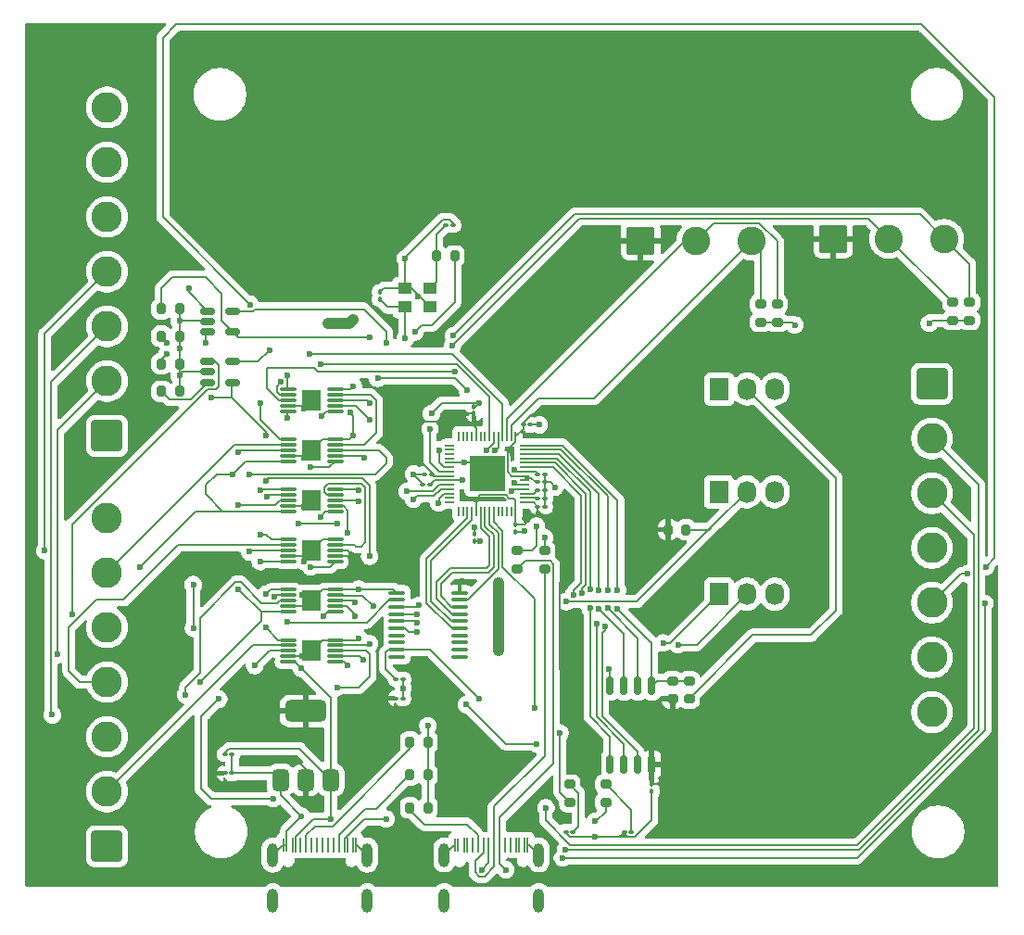
<source format=gbr>
%TF.GenerationSoftware,KiCad,Pcbnew,9.0.5*%
%TF.CreationDate,2025-12-07T11:51:17+11:00*%
%TF.ProjectId,inputSwitchboard,696e7075-7453-4776-9974-6368626f6172,rev?*%
%TF.SameCoordinates,Original*%
%TF.FileFunction,Copper,L1,Top*%
%TF.FilePolarity,Positive*%
%FSLAX46Y46*%
G04 Gerber Fmt 4.6, Leading zero omitted, Abs format (unit mm)*
G04 Created by KiCad (PCBNEW 9.0.5) date 2025-12-07 11:51:17*
%MOMM*%
%LPD*%
G01*
G04 APERTURE LIST*
G04 Aperture macros list*
%AMRoundRect*
0 Rectangle with rounded corners*
0 $1 Rounding radius*
0 $2 $3 $4 $5 $6 $7 $8 $9 X,Y pos of 4 corners*
0 Add a 4 corners polygon primitive as box body*
4,1,4,$2,$3,$4,$5,$6,$7,$8,$9,$2,$3,0*
0 Add four circle primitives for the rounded corners*
1,1,$1+$1,$2,$3*
1,1,$1+$1,$4,$5*
1,1,$1+$1,$6,$7*
1,1,$1+$1,$8,$9*
0 Add four rect primitives between the rounded corners*
20,1,$1+$1,$2,$3,$4,$5,0*
20,1,$1+$1,$4,$5,$6,$7,0*
20,1,$1+$1,$6,$7,$8,$9,0*
20,1,$1+$1,$8,$9,$2,$3,0*%
G04 Aperture macros list end*
%TA.AperFunction,SMDPad,CuDef*%
%ADD10RoundRect,0.100000X-0.130000X-0.100000X0.130000X-0.100000X0.130000X0.100000X-0.130000X0.100000X0*%
%TD*%
%TA.AperFunction,SMDPad,CuDef*%
%ADD11RoundRect,0.100000X-0.100000X0.130000X-0.100000X-0.130000X0.100000X-0.130000X0.100000X0.130000X0*%
%TD*%
%TA.AperFunction,SMDPad,CuDef*%
%ADD12RoundRect,0.100000X0.100000X-0.130000X0.100000X0.130000X-0.100000X0.130000X-0.100000X-0.130000X0*%
%TD*%
%TA.AperFunction,SMDPad,CuDef*%
%ADD13R,1.300000X1.050000*%
%TD*%
%TA.AperFunction,SMDPad,CuDef*%
%ADD14R,0.290000X1.300000*%
%TD*%
%TA.AperFunction,SMDPad,CuDef*%
%ADD15R,0.290000X1.350000*%
%TD*%
%TA.AperFunction,SMDPad,CuDef*%
%ADD16R,0.220000X1.350000*%
%TD*%
%TA.AperFunction,SMDPad,CuDef*%
%ADD17R,0.250000X1.350000*%
%TD*%
%TA.AperFunction,SMDPad,CuDef*%
%ADD18R,0.250000X1.300000*%
%TD*%
%TA.AperFunction,ComponentPad*%
%ADD19RoundRect,0.500000X-0.000010X-0.600000X0.000010X-0.600000X0.000010X0.600000X-0.000010X0.600000X0*%
%TD*%
%TA.AperFunction,SMDPad,CuDef*%
%ADD20RoundRect,0.200000X-0.275000X0.200000X-0.275000X-0.200000X0.275000X-0.200000X0.275000X0.200000X0*%
%TD*%
%TA.AperFunction,SMDPad,CuDef*%
%ADD21RoundRect,0.100000X0.637500X0.100000X-0.637500X0.100000X-0.637500X-0.100000X0.637500X-0.100000X0*%
%TD*%
%TA.AperFunction,ComponentPad*%
%ADD22R,1.730000X2.030000*%
%TD*%
%TA.AperFunction,ComponentPad*%
%ADD23O,1.730000X2.030000*%
%TD*%
%TA.AperFunction,ComponentPad*%
%ADD24RoundRect,0.250001X1.149999X-1.149999X1.149999X1.149999X-1.149999X1.149999X-1.149999X-1.149999X0*%
%TD*%
%TA.AperFunction,ComponentPad*%
%ADD25C,2.800000*%
%TD*%
%TA.AperFunction,SMDPad,CuDef*%
%ADD26RoundRect,0.200000X0.275000X-0.200000X0.275000X0.200000X-0.275000X0.200000X-0.275000X-0.200000X0*%
%TD*%
%TA.AperFunction,ComponentPad*%
%ADD27RoundRect,0.250001X-1.149999X1.149999X-1.149999X-1.149999X1.149999X-1.149999X1.149999X1.149999X0*%
%TD*%
%TA.AperFunction,SMDPad,CuDef*%
%ADD28RoundRect,0.200000X-0.200000X-0.275000X0.200000X-0.275000X0.200000X0.275000X-0.200000X0.275000X0*%
%TD*%
%TA.AperFunction,SMDPad,CuDef*%
%ADD29RoundRect,0.075000X0.650000X0.075000X-0.650000X0.075000X-0.650000X-0.075000X0.650000X-0.075000X0*%
%TD*%
%TA.AperFunction,HeatsinkPad*%
%ADD30R,1.680000X1.880000*%
%TD*%
%TA.AperFunction,ComponentPad*%
%ADD31RoundRect,0.250000X-1.050000X-1.050000X1.050000X-1.050000X1.050000X1.050000X-1.050000X1.050000X0*%
%TD*%
%TA.AperFunction,ComponentPad*%
%ADD32C,2.600000*%
%TD*%
%TA.AperFunction,SMDPad,CuDef*%
%ADD33RoundRect,0.150000X-0.512500X-0.150000X0.512500X-0.150000X0.512500X0.150000X-0.512500X0.150000X0*%
%TD*%
%TA.AperFunction,SMDPad,CuDef*%
%ADD34RoundRect,0.162500X-0.162500X0.650000X-0.162500X-0.650000X0.162500X-0.650000X0.162500X0.650000X0*%
%TD*%
%TA.AperFunction,SMDPad,CuDef*%
%ADD35RoundRect,0.200000X0.200000X0.275000X-0.200000X0.275000X-0.200000X-0.275000X0.200000X-0.275000X0*%
%TD*%
%TA.AperFunction,SMDPad,CuDef*%
%ADD36RoundRect,0.050000X-0.050000X0.387500X-0.050000X-0.387500X0.050000X-0.387500X0.050000X0.387500X0*%
%TD*%
%TA.AperFunction,SMDPad,CuDef*%
%ADD37RoundRect,0.050000X-0.387500X0.050000X-0.387500X-0.050000X0.387500X-0.050000X0.387500X0.050000X0*%
%TD*%
%TA.AperFunction,HeatsinkPad*%
%ADD38R,3.200000X3.200000*%
%TD*%
%TA.AperFunction,SMDPad,CuDef*%
%ADD39RoundRect,0.375000X0.375000X-0.625000X0.375000X0.625000X-0.375000X0.625000X-0.375000X-0.625000X0*%
%TD*%
%TA.AperFunction,SMDPad,CuDef*%
%ADD40RoundRect,0.500000X1.400000X-0.500000X1.400000X0.500000X-1.400000X0.500000X-1.400000X-0.500000X0*%
%TD*%
%TA.AperFunction,SMDPad,CuDef*%
%ADD41RoundRect,0.100000X0.130000X0.100000X-0.130000X0.100000X-0.130000X-0.100000X0.130000X-0.100000X0*%
%TD*%
%TA.AperFunction,ViaPad*%
%ADD42C,0.600000*%
%TD*%
%TA.AperFunction,Conductor*%
%ADD43C,0.200000*%
%TD*%
%TA.AperFunction,Conductor*%
%ADD44C,1.000000*%
%TD*%
G04 APERTURE END LIST*
D10*
%TO.P,C5,1*%
%TO.N,+3V3*%
X103865000Y-76240000D03*
%TO.P,C5,2*%
%TO.N,GND*%
X104505000Y-76240000D03*
%TD*%
%TO.P,C11,2*%
%TO.N,GND*%
X104500000Y-76980000D03*
%TO.P,C11,1*%
%TO.N,+3V3*%
X103860000Y-76980000D03*
%TD*%
%TO.P,C15,2*%
%TO.N,GND*%
X104510000Y-74000000D03*
%TO.P,C15,1*%
%TO.N,+1V1*%
X103870000Y-74000000D03*
%TD*%
D11*
%TO.P,C16,1*%
%TO.N,+3V3*%
X114270000Y-102335000D03*
%TO.P,C16,2*%
%TO.N,GND*%
X114270000Y-102975000D03*
%TD*%
D12*
%TO.P,C17,2*%
%TO.N,GND*%
X89410000Y-57370000D03*
%TO.P,C17,1*%
%TO.N,XIN*%
X89410000Y-58010000D03*
%TD*%
D10*
%TO.P,C13,2*%
%TO.N,GND*%
X104505000Y-75500000D03*
%TO.P,C13,1*%
%TO.N,+1V1*%
X103865000Y-75500000D03*
%TD*%
%TO.P,C12,2*%
%TO.N,GND*%
X104510000Y-74750000D03*
%TO.P,C12,1*%
%TO.N,+3V3*%
X103870000Y-74750000D03*
%TD*%
D13*
%TO.P,Y1,4,GND*%
%TO.N,GND*%
X91740000Y-57000000D03*
%TO.P,Y1,3*%
%TO.N,Net-(C18-Pad1)*%
X94040000Y-57000000D03*
%TO.P,Y1,2,GND*%
%TO.N,GND*%
X94040000Y-58750000D03*
%TO.P,Y1,1*%
%TO.N,XIN*%
X91740000Y-58750000D03*
%TD*%
D14*
%TO.P,J1,A1,GND*%
%TO.N,GND*%
X96330000Y-107875000D03*
D15*
%TO.P,J1,A4,VBUS*%
%TO.N,unconnected-(J1-VBUS-PadA4)*%
X97130000Y-107875000D03*
D16*
%TO.P,J1,A5,CC1*%
%TO.N,Net-(J1-CC1)*%
X98380000Y-107875000D03*
%TO.P,J1,A6,D+*%
%TO.N,USBD+*%
X99380000Y-107875000D03*
%TO.P,J1,A7,D-*%
%TO.N,USBD-*%
X99880000Y-107875000D03*
%TO.P,J1,A8*%
%TO.N,N/C*%
X100880000Y-107875000D03*
D15*
%TO.P,J1,A9,VBUS*%
%TO.N,unconnected-(J1-VBUS-PadA4)_1*%
X102130000Y-107875000D03*
%TO.P,J1,A12,GND*%
%TO.N,GND*%
X102930000Y-107875000D03*
D17*
%TO.P,J1,B1,GND*%
X102680000Y-107875000D03*
%TO.P,J1,B4,VBUS*%
%TO.N,unconnected-(J1-VBUS-PadA4)_3*%
X101880000Y-107875000D03*
D16*
%TO.P,J1,B5,CC2*%
%TO.N,unconnected-(J1-CC2-PadB5)*%
X101380000Y-107875000D03*
%TO.P,J1,B6,D+*%
%TO.N,USBD+*%
X100380000Y-107875000D03*
%TO.P,J1,B7,D-*%
%TO.N,USBD-*%
X98880000Y-107875000D03*
%TO.P,J1,B8*%
%TO.N,N/C*%
X97880000Y-107875000D03*
D17*
%TO.P,J1,B9,VBUS*%
%TO.N,unconnected-(J1-VBUS-PadA4)_2*%
X97380000Y-107875000D03*
D18*
%TO.P,J1,B12,GND*%
%TO.N,GND*%
X96580000Y-107875000D03*
D19*
%TO.P,J1,Sh1*%
X95310000Y-108795000D03*
%TO.N,N/C*%
X95310000Y-112975000D03*
%TO.N,GND*%
X103950000Y-108795000D03*
%TO.N,N/C*%
X103950000Y-112975000D03*
%TD*%
D20*
%TO.P,R6,1*%
%TO.N,OUTPUT-SEL-NO*%
X141775000Y-58300000D03*
%TO.P,R6,2*%
%TO.N,GND*%
X141775000Y-59950000D03*
%TD*%
D21*
%TO.P,U9,1,A1*%
%TO.N,unconnected-(U9-A1-Pad1)*%
X96725000Y-90700000D03*
%TO.P,U9,2,VCCA*%
%TO.N,+3V3*%
X96725000Y-90050000D03*
%TO.P,U9,3,A2*%
%TO.N,unconnected-(U9-A2-Pad3)*%
X96725000Y-89400000D03*
%TO.P,U9,4,A3*%
%TO.N,unconnected-(U9-A3-Pad4)*%
X96725000Y-88750000D03*
%TO.P,U9,5,A4*%
%TO.N,Net-(U2-GPIO20)*%
X96725000Y-88100000D03*
%TO.P,U9,6,A5*%
%TO.N,Net-(U2-GPIO21)*%
X96725000Y-87450000D03*
%TO.P,U9,7,A6*%
%TO.N,Net-(U2-GPIO22)*%
X96725000Y-86800000D03*
%TO.P,U9,8,A7*%
%TO.N,Net-(U2-GPIO23)*%
X96725000Y-86150000D03*
%TO.P,U9,9,A8*%
%TO.N,Net-(U2-GPIO24)*%
X96725000Y-85500000D03*
%TO.P,U9,10,OE*%
%TO.N,+3V3*%
X96725000Y-84850000D03*
%TO.P,U9,11,GND*%
%TO.N,GND*%
X91000000Y-84850000D03*
%TO.P,U9,12,B8*%
%TO.N,PROC-RP-1-CLK*%
X91000000Y-85500000D03*
%TO.P,U9,13,B7*%
%TO.N,PROC-RP-2-LATCH*%
X91000000Y-86150000D03*
%TO.P,U9,14,B6*%
%TO.N,PROC-RP-3-D1*%
X91000000Y-86800000D03*
%TO.P,U9,15,B5*%
%TO.N,PROC-RP-5-D3*%
X91000000Y-87450000D03*
%TO.P,U9,16,B4*%
%TO.N,PROC-RP-6-D4*%
X91000000Y-88100000D03*
%TO.P,U9,17,B3*%
%TO.N,unconnected-(U9-B3-Pad17)*%
X91000000Y-88750000D03*
%TO.P,U9,18,B2*%
%TO.N,unconnected-(U9-B2-Pad18)*%
X91000000Y-89400000D03*
%TO.P,U9,19,VCCB*%
%TO.N,+5V*%
X91000000Y-90050000D03*
%TO.P,U9,20,B1*%
%TO.N,unconnected-(U9-B1-Pad20)*%
X91000000Y-90700000D03*
%TD*%
D14*
%TO.P,J2,A1,GND*%
%TO.N,GND*%
X80645000Y-107880000D03*
D15*
%TO.P,J2,A4,VBUS*%
%TO.N,+5V*%
X81445000Y-107880000D03*
D16*
%TO.P,J2,A5,CC1*%
%TO.N,Net-(J2-CC1)*%
X82695000Y-107880000D03*
%TO.P,J2,A6,D+*%
%TO.N,unconnected-(J2-D+-PadA6)*%
X83695000Y-107880000D03*
%TO.P,J2,A7,D-*%
%TO.N,unconnected-(J2-D--PadA7)*%
X84195000Y-107880000D03*
%TO.P,J2,A8*%
%TO.N,N/C*%
X85195000Y-107880000D03*
D15*
%TO.P,J2,A9,VBUS*%
%TO.N,+5V*%
X86445000Y-107880000D03*
%TO.P,J2,A12,GND*%
%TO.N,GND*%
X87245000Y-107880000D03*
D17*
%TO.P,J2,B1,GND*%
X86995000Y-107880000D03*
%TO.P,J2,B4,VBUS*%
%TO.N,+5V*%
X86195000Y-107880000D03*
D16*
%TO.P,J2,B5,CC2*%
%TO.N,Net-(J2-CC2)*%
X85695000Y-107880000D03*
%TO.P,J2,B6,D+*%
%TO.N,unconnected-(J2-D+-PadB6)*%
X84695000Y-107880000D03*
%TO.P,J2,B7,D-*%
%TO.N,unconnected-(J2-D--PadB7)*%
X83195000Y-107880000D03*
%TO.P,J2,B8*%
%TO.N,N/C*%
X82195000Y-107880000D03*
D17*
%TO.P,J2,B9,VBUS*%
%TO.N,+5V*%
X81695000Y-107880000D03*
D18*
%TO.P,J2,B12,GND*%
%TO.N,GND*%
X80895000Y-107880000D03*
D19*
%TO.P,J2,Sh1*%
X79625000Y-108800000D03*
%TO.N,N/C*%
X79625000Y-112980000D03*
%TO.N,GND*%
X88265000Y-108800000D03*
%TO.N,N/C*%
X88265000Y-112980000D03*
%TD*%
D10*
%TO.P,C6,1*%
%TO.N,+3V3*%
X102525000Y-69500000D03*
%TO.P,C6,2*%
%TO.N,GND*%
X103165000Y-69500000D03*
%TD*%
%TO.P,C18,1*%
%TO.N,Net-(C18-Pad1)*%
X95480000Y-51250000D03*
%TO.P,C18,2*%
%TO.N,GND*%
X96120000Y-51250000D03*
%TD*%
%TO.P,C2,1*%
%TO.N,+3V3*%
X75285000Y-101340000D03*
%TO.P,C2,2*%
%TO.N,GND*%
X75925000Y-101340000D03*
%TD*%
D22*
%TO.P,J12,1,Pin_1*%
%TO.N,Net-(J12-Pin_1)*%
X120424839Y-84970805D03*
D23*
%TO.P,J12,2,Pin_2*%
%TO.N,Net-(J12-Pin_2)*%
X122964839Y-84970805D03*
%TO.P,J12,3,Pin_3*%
%TO.N,GND*%
X125504839Y-84970805D03*
%TD*%
D24*
%TO.P,J6,1,Pin_1*%
%TO.N,GND*%
X64500000Y-70500000D03*
D25*
%TO.P,J6,2,Pin_2*%
%TO.N,CTRL-EXT-1-CLK*%
X64500000Y-65500000D03*
%TO.P,J6,3,Pin_3*%
%TO.N,CTRL-EXT-2-LATCH*%
X64500000Y-60500000D03*
%TO.P,J6,4,Pin_4*%
%TO.N,CTRL-EXT-3-D1*%
X64500000Y-55500000D03*
%TO.P,J6,5,Pin_5*%
%TO.N,CTRL-EXT-4-VCC*%
X64500000Y-50500000D03*
%TO.P,J6,6,Pin_6*%
%TO.N,CTRL-EXT-5-D3*%
X64500000Y-45500000D03*
%TO.P,J6,7,Pin_7*%
%TO.N,CTRL-EXT-6-D4*%
X64500000Y-40500000D03*
%TD*%
D22*
%TO.P,J11,1,Pin_1*%
%TO.N,unconnected-(J11-Pin_1-Pad1)*%
X120414839Y-75620824D03*
D23*
%TO.P,J11,2,Pin_2*%
%TO.N,RUN*%
X122954839Y-75620824D03*
%TO.P,J11,3,Pin_3*%
%TO.N,GND*%
X125494839Y-75620824D03*
%TD*%
D11*
%TO.P,C10,1*%
%TO.N,+3V3*%
X101839246Y-78635935D03*
%TO.P,C10,2*%
%TO.N,GND*%
X101839246Y-79275935D03*
%TD*%
D26*
%TO.P,R11,1*%
%TO.N,USBD-*%
X104500000Y-82650000D03*
%TO.P,R11,2*%
%TO.N,Net-(U2-USB_DM)*%
X104500000Y-81000000D03*
%TD*%
D27*
%TO.P,J7,1,Pin_1*%
%TO.N,GND*%
X139872500Y-65750000D03*
D25*
%TO.P,J7,2,Pin_2*%
%TO.N,PROC-NES-1-CLK*%
X139872500Y-70750000D03*
%TO.P,J7,3,Pin_3*%
%TO.N,PROC-NES-2-LATCH*%
X139872500Y-75750000D03*
%TO.P,J7,4,Pin_4*%
%TO.N,PROC-NES-3-D1*%
X139872500Y-80750000D03*
%TO.P,J7,5,Pin_5*%
%TO.N,PROC-NES-4-VCC*%
X139872500Y-85750000D03*
%TO.P,J7,6,Pin_6*%
%TO.N,PROC-NES-5-D3*%
X139872500Y-90750000D03*
%TO.P,J7,7,Pin_7*%
%TO.N,PROC-NES-6-D4*%
X139872500Y-95750000D03*
%TD*%
D28*
%TO.P,R17,1*%
%TO.N,NES-VCC-TOGGLE*%
X69457500Y-61415000D03*
%TO.P,R17,2*%
%TO.N,GND*%
X71107500Y-61415000D03*
%TD*%
D10*
%TO.P,D2,1,K*%
%TO.N,GND*%
X106435000Y-106680000D03*
%TO.P,D2,2,A*%
%TO.N,Net-(D2-A)*%
X107075000Y-106680000D03*
%TD*%
D28*
%TO.P,R19,1*%
%TO.N,Net-(U12-ISET)*%
X69457500Y-66435000D03*
%TO.P,R19,2*%
%TO.N,GND*%
X71107500Y-66435000D03*
%TD*%
D20*
%TO.P,R7,1*%
%TO.N,INPUT-SEL-NO*%
X125725000Y-58475000D03*
%TO.P,R7,2*%
%TO.N,GND*%
X125725000Y-60125000D03*
%TD*%
D29*
%TO.P,U4,1,S*%
%TO.N,OUT-SEL*%
X85350000Y-86575000D03*
%TO.P,U4,2,D1+*%
%TO.N,PROC-NES-2-LATCH*%
X85350000Y-86075000D03*
%TO.P,U4,3,D2+*%
%TO.N,PROC-RP-2-LATCH*%
X85350000Y-85575000D03*
%TO.P,U4,4,D+*%
%TO.N,Net-(U3-D+)*%
X85350000Y-85075000D03*
%TO.P,U4,5,GND*%
%TO.N,GND*%
X85350000Y-84575000D03*
%TO.P,U4,6,D-*%
%TO.N,Net-(U3-D-)*%
X81050000Y-84575000D03*
%TO.P,U4,7,D2-*%
%TO.N,PROC-RP-1-CLK*%
X81050000Y-85075000D03*
%TO.P,U4,8,D1-*%
%TO.N,PROC-NES-1-CLK*%
X81050000Y-85575000D03*
%TO.P,U4,9,~{OE}*%
%TO.N,GND*%
X81050000Y-86075000D03*
%TO.P,U4,10,VCC*%
%TO.N,+5V*%
X81050000Y-86575000D03*
D30*
%TO.P,U4,11*%
%TO.N,GND*%
X83200000Y-85575000D03*
%TD*%
D26*
%TO.P,R9,1*%
%TO.N,Net-(U2-GPIO25)*%
X106790000Y-104000000D03*
%TO.P,R9,2*%
%TO.N,Net-(D2-A)*%
X106790000Y-102350000D03*
%TD*%
%TO.P,R12,1*%
%TO.N,Net-(J10-Pin_2)*%
X117700000Y-94525000D03*
%TO.P,R12,2*%
%TO.N,NAND-SS*%
X117700000Y-92875000D03*
%TD*%
D28*
%TO.P,R3,1*%
%TO.N,Net-(J2-CC1)*%
X92171070Y-98491977D03*
%TO.P,R3,2*%
%TO.N,GND*%
X93821070Y-98491977D03*
%TD*%
D31*
%TO.P,J3,1,Pin_1*%
%TO.N,+3V3*%
X113255000Y-52672500D03*
D32*
%TO.P,J3,2,Pin_2*%
%TO.N,INPUT-SEL-NO*%
X118335000Y-52672500D03*
%TO.P,J3,3,Pin_3*%
%TO.N,INPUT-SEL-NC*%
X123415000Y-52672500D03*
%TD*%
D20*
%TO.P,R5,1*%
%TO.N,OUTPUT-SEL-NC*%
X143300000Y-58300000D03*
%TO.P,R5,2*%
%TO.N,GND*%
X143300000Y-59950000D03*
%TD*%
D28*
%TO.P,R1,1*%
%TO.N,Net-(J1-CC1)*%
X92175000Y-104500000D03*
%TO.P,R1,2*%
%TO.N,GND*%
X93825000Y-104500000D03*
%TD*%
D29*
%TO.P,U8,1,S*%
%TO.N,OUT-SEL*%
X85350000Y-68275000D03*
%TO.P,U8,2,D1+*%
%TO.N,PROC-NES-6-D4*%
X85350000Y-67775000D03*
%TO.P,U8,3,D2+*%
%TO.N,PROC-RP-6-D4*%
X85350000Y-67275000D03*
%TO.P,U8,4,D+*%
%TO.N,Net-(U7-D+)*%
X85350000Y-66775000D03*
%TO.P,U8,5,GND*%
%TO.N,GND*%
X85350000Y-66275000D03*
%TO.P,U8,6,D-*%
%TO.N,Net-(U7-D-)*%
X81050000Y-66275000D03*
%TO.P,U8,7,D2-*%
%TO.N,PROC-RP-5-D3*%
X81050000Y-66775000D03*
%TO.P,U8,8,D1-*%
%TO.N,PROC-NES-5-D3*%
X81050000Y-67275000D03*
%TO.P,U8,9,~{OE}*%
%TO.N,GND*%
X81050000Y-67775000D03*
%TO.P,U8,10,VCC*%
%TO.N,+5V*%
X81050000Y-68275000D03*
D30*
%TO.P,U8,11*%
%TO.N,GND*%
X83200000Y-67275000D03*
%TD*%
D33*
%TO.P,U12,1,OUT*%
%TO.N,CTRL-INT-4-VCC*%
X73725000Y-63725000D03*
%TO.P,U12,2,GND*%
%TO.N,GND*%
X73725000Y-64675000D03*
%TO.P,U12,3,ISET*%
%TO.N,Net-(U12-ISET)*%
X73725000Y-65625000D03*
%TO.P,U12,4,EN*%
%TO.N,NES-VCC-TOGGLE*%
X76000000Y-65625000D03*
%TO.P,U12,5,IN*%
%TO.N,PROC-NES-4-VCC*%
X76000000Y-63725000D03*
%TD*%
D29*
%TO.P,U3,1,S*%
%TO.N,IN-SEL*%
X85350000Y-91150000D03*
%TO.P,U3,2,D1+*%
%TO.N,CTRL-EXT-2-LATCH*%
X85350000Y-90650000D03*
%TO.P,U3,3,D2+*%
%TO.N,CTRL-INT-2-LATCH*%
X85350000Y-90150000D03*
%TO.P,U3,4,D+*%
%TO.N,Net-(U3-D+)*%
X85350000Y-89650000D03*
%TO.P,U3,5,GND*%
%TO.N,GND*%
X85350000Y-89150000D03*
%TO.P,U3,6,D-*%
%TO.N,Net-(U3-D-)*%
X81050000Y-89150000D03*
%TO.P,U3,7,D2-*%
%TO.N,CTRL-INT-1-CLK*%
X81050000Y-89650000D03*
%TO.P,U3,8,D1-*%
%TO.N,CTRL-EXT-1-CLK*%
X81050000Y-90150000D03*
%TO.P,U3,9,~{OE}*%
%TO.N,GND*%
X81050000Y-90650000D03*
%TO.P,U3,10,VCC*%
%TO.N,+5V*%
X81050000Y-91150000D03*
D30*
%TO.P,U3,11*%
%TO.N,GND*%
X83200000Y-90150000D03*
%TD*%
D20*
%TO.P,R8,1*%
%TO.N,INPUT-SEL-NC*%
X124200000Y-58475000D03*
%TO.P,R8,2*%
%TO.N,GND*%
X124200000Y-60125000D03*
%TD*%
D29*
%TO.P,U7,1,S*%
%TO.N,IN-SEL*%
X85350000Y-72850000D03*
%TO.P,U7,2,D1+*%
%TO.N,CTRL-EXT-6-D4*%
X85350000Y-72350000D03*
%TO.P,U7,3,D2+*%
%TO.N,CTRL-INT-6-D4*%
X85350000Y-71850000D03*
%TO.P,U7,4,D+*%
%TO.N,Net-(U7-D+)*%
X85350000Y-71350000D03*
%TO.P,U7,5,GND*%
%TO.N,GND*%
X85350000Y-70850000D03*
%TO.P,U7,6,D-*%
%TO.N,Net-(U7-D-)*%
X81050000Y-70850000D03*
%TO.P,U7,7,D2-*%
%TO.N,CTRL-INT-5-D3*%
X81050000Y-71350000D03*
%TO.P,U7,8,D1-*%
%TO.N,CTRL-EXT-5-D3*%
X81050000Y-71850000D03*
%TO.P,U7,9,~{OE}*%
%TO.N,GND*%
X81050000Y-72350000D03*
%TO.P,U7,10,VCC*%
%TO.N,+5V*%
X81050000Y-72850000D03*
D30*
%TO.P,U7,11*%
%TO.N,GND*%
X83200000Y-71850000D03*
%TD*%
D34*
%TO.P,U10,1,~{CS}*%
%TO.N,NAND-SS*%
X114277500Y-93362500D03*
%TO.P,U10,2,DO/IO_{1}*%
%TO.N,NAND-SD1*%
X113007500Y-93362500D03*
%TO.P,U10,3,~{WP}/IO_{2}*%
%TO.N,NAND-SD2*%
X111737500Y-93362500D03*
%TO.P,U10,4,GND*%
%TO.N,GND*%
X110467500Y-93362500D03*
%TO.P,U10,5,DI/IO_{0}*%
%TO.N,NAND-SD0*%
X110467500Y-100537500D03*
%TO.P,U10,6,CLK*%
%TO.N,NAND-SCLK*%
X111737500Y-100537500D03*
%TO.P,U10,7,~{HOLD}/~{RESET}/IO_{3}*%
%TO.N,NAND-SD3*%
X113007500Y-100537500D03*
%TO.P,U10,8,VCC*%
%TO.N,+3V3*%
X114277500Y-100537500D03*
%TD*%
D29*
%TO.P,U5,1,S*%
%TO.N,IN-SEL*%
X85350000Y-82000000D03*
%TO.P,U5,2,D1+*%
%TO.N,+3V3*%
X85350000Y-81500000D03*
%TO.P,U5,3,D2+*%
X85350000Y-81000000D03*
%TO.P,U5,4,D+*%
%TO.N,Net-(U5-D+)*%
X85350000Y-80500000D03*
%TO.P,U5,5,GND*%
%TO.N,GND*%
X85350000Y-80000000D03*
%TO.P,U5,6,D-*%
%TO.N,Net-(U5-D-)*%
X81050000Y-80000000D03*
%TO.P,U5,7,D2-*%
%TO.N,CTRL-INT-3-D1*%
X81050000Y-80500000D03*
%TO.P,U5,8,D1-*%
%TO.N,CTRL-EXT-3-D1*%
X81050000Y-81000000D03*
%TO.P,U5,9,~{OE}*%
%TO.N,GND*%
X81050000Y-81500000D03*
%TO.P,U5,10,VCC*%
%TO.N,+5V*%
X81050000Y-82000000D03*
D30*
%TO.P,U5,11*%
%TO.N,GND*%
X83200000Y-81000000D03*
%TD*%
D35*
%TO.P,R15,1*%
%TO.N,RUN*%
X117400000Y-79075000D03*
%TO.P,R15,2*%
%TO.N,+3V3*%
X115750000Y-79075000D03*
%TD*%
D26*
%TO.P,R10,1*%
%TO.N,USBD+*%
X102000000Y-82650000D03*
%TO.P,R10,2*%
%TO.N,Net-(U2-USB_DP)*%
X102000000Y-81000000D03*
%TD*%
D36*
%TO.P,U2,1,IOVDD*%
%TO.N,+3V3*%
X101835000Y-70537500D03*
%TO.P,U2,2,GPIO0*%
%TO.N,INPUT-SEL-NC*%
X101435000Y-70537500D03*
%TO.P,U2,3,GPIO1*%
%TO.N,INPUT-SEL-NO*%
X101035000Y-70537500D03*
%TO.P,U2,4,GPIO2*%
%TO.N,IN-SEL*%
X100635000Y-70537500D03*
%TO.P,U2,5,GPIO3*%
%TO.N,OUTPUT-SEL-NC*%
X100235000Y-70537500D03*
%TO.P,U2,6,GPIO4*%
%TO.N,OUTPUT-SEL-NO*%
X99835000Y-70537500D03*
%TO.P,U2,7,GPIO5*%
%TO.N,OUT-SEL*%
X99435000Y-70537500D03*
%TO.P,U2,8,GPIO6*%
%TO.N,GPIO6*%
X99035000Y-70537500D03*
%TO.P,U2,9,GPIO7*%
%TO.N,GPIO7*%
X98635000Y-70537500D03*
%TO.P,U2,10,IOVDD*%
%TO.N,+3V3*%
X98235000Y-70537500D03*
%TO.P,U2,11,GPIO8*%
%TO.N,GPIO8*%
X97835000Y-70537500D03*
%TO.P,U2,12,GPIO9*%
%TO.N,GPIO9*%
X97435000Y-70537500D03*
%TO.P,U2,13,GPIO10*%
%TO.N,GPIO10*%
X97035000Y-70537500D03*
%TO.P,U2,14,GPIO11*%
%TO.N,GPIO11*%
X96635000Y-70537500D03*
D37*
%TO.P,U2,15,GPIO12*%
%TO.N,GPIO12*%
X95797500Y-71375000D03*
%TO.P,U2,16,GPIO13*%
%TO.N,GPIO13*%
X95797500Y-71775000D03*
%TO.P,U2,17,GPIO14*%
%TO.N,GPIO14*%
X95797500Y-72175000D03*
%TO.P,U2,18,GPIO15*%
%TO.N,GPIO15*%
X95797500Y-72575000D03*
%TO.P,U2,19,TESTEN*%
%TO.N,GND*%
X95797500Y-72975000D03*
%TO.P,U2,20,XIN*%
%TO.N,XIN*%
X95797500Y-73375000D03*
%TO.P,U2,21,XOUT*%
%TO.N,XOUT*%
X95797500Y-73775000D03*
%TO.P,U2,22,IOVDD*%
%TO.N,+3V3*%
X95797500Y-74175000D03*
%TO.P,U2,23,DVDD*%
%TO.N,+1V1*%
X95797500Y-74575000D03*
%TO.P,U2,24,SWCLK*%
%TO.N,Net-(J12-Pin_1)*%
X95797500Y-74975000D03*
%TO.P,U2,25,SWD*%
%TO.N,Net-(J12-Pin_2)*%
X95797500Y-75375000D03*
%TO.P,U2,26,RUN*%
%TO.N,RUN*%
X95797500Y-75775000D03*
%TO.P,U2,27,GPIO16*%
%TO.N,GPIO16*%
X95797500Y-76175000D03*
%TO.P,U2,28,GPIO17*%
%TO.N,GPIO17*%
X95797500Y-76575000D03*
D36*
%TO.P,U2,29,GPIO18*%
%TO.N,GPIO18*%
X96635000Y-77412500D03*
%TO.P,U2,30,GPIO19*%
%TO.N,GPIO19*%
X97035000Y-77412500D03*
%TO.P,U2,31,GPIO20*%
%TO.N,Net-(U2-GPIO20)*%
X97435000Y-77412500D03*
%TO.P,U2,32,GPIO21*%
%TO.N,Net-(U2-GPIO21)*%
X97835000Y-77412500D03*
%TO.P,U2,33,IOVDD*%
%TO.N,+3V3*%
X98235000Y-77412500D03*
%TO.P,U2,34,GPIO22*%
%TO.N,Net-(U2-GPIO22)*%
X98635000Y-77412500D03*
%TO.P,U2,35,GPIO23*%
%TO.N,Net-(U2-GPIO23)*%
X99035000Y-77412500D03*
%TO.P,U2,36,GPIO24*%
%TO.N,Net-(U2-GPIO24)*%
X99435000Y-77412500D03*
%TO.P,U2,37,GPIO25*%
%TO.N,Net-(U2-GPIO25)*%
X99835000Y-77412500D03*
%TO.P,U2,38,GPIO26_ADC0*%
%TO.N,GPIO26-ADC0*%
X100235000Y-77412500D03*
%TO.P,U2,39,GPIO27_ADC1*%
%TO.N,GPIO27-ADC1*%
X100635000Y-77412500D03*
%TO.P,U2,40,GPIO28_ADC2*%
%TO.N,GPIO28-ADC2*%
X101035000Y-77412500D03*
%TO.P,U2,41,GPIO29_ADC3*%
%TO.N,GPIO29-ADC3*%
X101435000Y-77412500D03*
%TO.P,U2,42,IOVDD*%
%TO.N,+3V3*%
X101835000Y-77412500D03*
D37*
%TO.P,U2,43,ADC_AVDD*%
X102672500Y-76575000D03*
%TO.P,U2,44,VREG_IN*%
X102672500Y-76175000D03*
%TO.P,U2,45,VREG_VOUT*%
%TO.N,+1V1*%
X102672500Y-75775000D03*
%TO.P,U2,46,USB_DM*%
%TO.N,Net-(U2-USB_DM)*%
X102672500Y-75375000D03*
%TO.P,U2,47,USB_DP*%
%TO.N,Net-(U2-USB_DP)*%
X102672500Y-74975000D03*
%TO.P,U2,48,USB_VDD*%
%TO.N,+3V3*%
X102672500Y-74575000D03*
%TO.P,U2,49,IOVDD*%
X102672500Y-74175000D03*
%TO.P,U2,50,DVDD*%
%TO.N,+1V1*%
X102672500Y-73775000D03*
%TO.P,U2,51,QSPI_SD3*%
%TO.N,NAND-SD3*%
X102672500Y-73375000D03*
%TO.P,U2,52,QSPI_SCLK*%
%TO.N,NAND-SCLK*%
X102672500Y-72975000D03*
%TO.P,U2,53,QSPI_SD0*%
%TO.N,NAND-SD0*%
X102672500Y-72575000D03*
%TO.P,U2,54,QSPI_SD2*%
%TO.N,NAND-SD2*%
X102672500Y-72175000D03*
%TO.P,U2,55,QSPI_SD1*%
%TO.N,NAND-SD1*%
X102672500Y-71775000D03*
%TO.P,U2,56,QSPI_SS*%
%TO.N,NAND-SS*%
X102672500Y-71375000D03*
D38*
%TO.P,U2,57,GND*%
%TO.N,GND*%
X99235000Y-73975000D03*
%TD*%
D28*
%TO.P,R18,1*%
%TO.N,Net-(U11-ISET)*%
X69457500Y-63925000D03*
%TO.P,R18,2*%
%TO.N,GND*%
X71107500Y-63925000D03*
%TD*%
D10*
%TO.P,D1,1,K*%
%TO.N,GND*%
X111760000Y-106680000D03*
%TO.P,D1,2,A*%
%TO.N,Net-(D1-A)*%
X112400000Y-106680000D03*
%TD*%
D26*
%TO.P,R4,1*%
%TO.N,+5V*%
X110060000Y-104000000D03*
%TO.P,R4,2*%
%TO.N,Net-(D1-A)*%
X110060000Y-102350000D03*
%TD*%
D20*
%TO.P,R13,1*%
%TO.N,NAND-SS*%
X116175000Y-92875000D03*
%TO.P,R13,2*%
%TO.N,+3V3*%
X116175000Y-94525000D03*
%TD*%
D10*
%TO.P,C1,1*%
%TO.N,+5V*%
X75285000Y-99590000D03*
%TO.P,C1,2*%
%TO.N,GND*%
X75925000Y-99590000D03*
%TD*%
%TO.P,C4,1*%
%TO.N,+3V3*%
X90915000Y-94490000D03*
%TO.P,C4,2*%
%TO.N,GND*%
X91555000Y-94490000D03*
%TD*%
D28*
%TO.P,R2,1*%
%TO.N,Net-(J2-CC2)*%
X92175000Y-101500000D03*
%TO.P,R2,2*%
%TO.N,GND*%
X93825000Y-101500000D03*
%TD*%
D11*
%TO.P,C8,1*%
%TO.N,+3V3*%
X98040000Y-79455000D03*
%TO.P,C8,2*%
%TO.N,GND*%
X98040000Y-80095000D03*
%TD*%
D33*
%TO.P,U11,1,OUT*%
%TO.N,CTRL-EXT-4-VCC*%
X73725000Y-59100000D03*
%TO.P,U11,2,GND*%
%TO.N,GND*%
X73725000Y-60050000D03*
%TO.P,U11,3,ISET*%
%TO.N,Net-(U11-ISET)*%
X73725000Y-61000000D03*
%TO.P,U11,4,EN*%
%TO.N,RP-VCC-TOGGLE*%
X76000000Y-61000000D03*
%TO.P,U11,5,IN*%
%TO.N,+5V*%
X76000000Y-59100000D03*
%TD*%
D24*
%TO.P,J5,1,Pin_1*%
%TO.N,GND*%
X64500000Y-108000000D03*
D25*
%TO.P,J5,2,Pin_2*%
%TO.N,CTRL-INT-1-CLK*%
X64500000Y-103000000D03*
%TO.P,J5,3,Pin_3*%
%TO.N,CTRL-INT-2-LATCH*%
X64500000Y-98000000D03*
%TO.P,J5,4,Pin_4*%
%TO.N,CTRL-INT-3-D1*%
X64500000Y-93000000D03*
%TO.P,J5,5,Pin_5*%
%TO.N,CTRL-INT-4-VCC*%
X64500000Y-88000000D03*
%TO.P,J5,6,Pin_6*%
%TO.N,CTRL-INT-5-D3*%
X64500000Y-83000000D03*
%TO.P,J5,7,Pin_7*%
%TO.N,CTRL-INT-6-D4*%
X64500000Y-78000000D03*
%TD*%
D28*
%TO.P,R14,1*%
%TO.N,Net-(C18-Pad1)*%
X94630000Y-54060000D03*
%TO.P,R14,2*%
%TO.N,XOUT*%
X96280000Y-54060000D03*
%TD*%
D39*
%TO.P,U1,1,GND*%
%TO.N,GND*%
X80350000Y-101950000D03*
%TO.P,U1,2,VO*%
%TO.N,+3V3*%
X82650000Y-101950000D03*
D40*
X82650000Y-95650000D03*
D39*
%TO.P,U1,3,VI*%
%TO.N,+5V*%
X84950000Y-101950000D03*
%TD*%
D41*
%TO.P,C14,1*%
%TO.N,+1V1*%
X94000000Y-75000000D03*
%TO.P,C14,2*%
%TO.N,GND*%
X93360000Y-75000000D03*
%TD*%
D28*
%TO.P,R16,1*%
%TO.N,RP-VCC-TOGGLE*%
X69457500Y-58905000D03*
%TO.P,R16,2*%
%TO.N,GND*%
X71107500Y-58905000D03*
%TD*%
D31*
%TO.P,J4,1,Pin_1*%
%TO.N,+3V3*%
X130840000Y-52500000D03*
D32*
%TO.P,J4,2,Pin_2*%
%TO.N,OUTPUT-SEL-NO*%
X135920000Y-52500000D03*
%TO.P,J4,3,Pin_3*%
%TO.N,OUTPUT-SEL-NC*%
X141000000Y-52500000D03*
%TD*%
D29*
%TO.P,U6,1,S*%
%TO.N,OUT-SEL*%
X85350000Y-77425000D03*
%TO.P,U6,2,D1+*%
%TO.N,NES-VCC-TOGGLE*%
X85350000Y-76925000D03*
%TO.P,U6,3,D2+*%
%TO.N,RP-VCC-TOGGLE*%
X85350000Y-76425000D03*
%TO.P,U6,4,D+*%
%TO.N,Net-(U5-D+)*%
X85350000Y-75925000D03*
%TO.P,U6,5,GND*%
%TO.N,GND*%
X85350000Y-75425000D03*
%TO.P,U6,6,D-*%
%TO.N,Net-(U5-D-)*%
X81050000Y-75425000D03*
%TO.P,U6,7,D2-*%
%TO.N,PROC-RP-3-D1*%
X81050000Y-75925000D03*
%TO.P,U6,8,D1-*%
%TO.N,PROC-NES-3-D1*%
X81050000Y-76425000D03*
%TO.P,U6,9,~{OE}*%
%TO.N,GND*%
X81050000Y-76925000D03*
%TO.P,U6,10,VCC*%
%TO.N,+5V*%
X81050000Y-77425000D03*
D30*
%TO.P,U6,11*%
%TO.N,GND*%
X83200000Y-76425000D03*
%TD*%
D41*
%TO.P,C9,1*%
%TO.N,+3V3*%
X94140000Y-74000000D03*
%TO.P,C9,2*%
%TO.N,GND*%
X93500000Y-74000000D03*
%TD*%
D12*
%TO.P,C7,1*%
%TO.N,+3V3*%
X98000000Y-68475000D03*
%TO.P,C7,2*%
%TO.N,GND*%
X98000000Y-67835000D03*
%TD*%
D10*
%TO.P,C3,1*%
%TO.N,+5V*%
X90915000Y-92740000D03*
%TO.P,C3,2*%
%TO.N,GND*%
X91555000Y-92740000D03*
%TD*%
D22*
%TO.P,J10,1,Pin_1*%
%TO.N,unconnected-(J10-Pin_1-Pad1)*%
X120450000Y-66225000D03*
D23*
%TO.P,J10,2,Pin_2*%
%TO.N,Net-(J10-Pin_2)*%
X122990000Y-66225000D03*
%TO.P,J10,3,Pin_3*%
%TO.N,GND*%
X125530000Y-66225000D03*
%TD*%
D42*
%TO.N,USBD+*%
X98725000Y-110150000D03*
X100950000Y-110150000D03*
%TO.N,+3V3*%
X99950000Y-100550000D03*
X106000000Y-91625000D03*
%TO.N,GND*%
X82350000Y-85075000D03*
%TO.N,+3V3*%
X81800000Y-100075000D03*
%TO.N,GND*%
X100300000Y-90150000D03*
X100300000Y-83950000D03*
X97155000Y-72975000D03*
%TO.N,Net-(J12-Pin_2)*%
X116667087Y-89577087D03*
%TO.N,RUN*%
X94810000Y-76640000D03*
%TO.N,Net-(J12-Pin_2)*%
X92490000Y-76300281D03*
%TO.N,Net-(J12-Pin_1)*%
X91890000Y-75580000D03*
X115310000Y-89430000D03*
%TO.N,Net-(U2-GPIO25)*%
X103580000Y-95354000D03*
%TO.N,+3V3*%
X102710000Y-51880000D03*
X107260000Y-60260000D03*
X113420000Y-65310000D03*
%TO.N,GND*%
X105418235Y-75191765D03*
X94140000Y-68460000D03*
X87020735Y-59869265D03*
X84670000Y-60260000D03*
%TO.N,+3V3*%
X133620000Y-110090000D03*
X132580000Y-106930000D03*
X127180000Y-47470000D03*
X127090000Y-53390000D03*
%TO.N,PROC-NES-4-VCC*%
X143090000Y-83118973D03*
X144770000Y-82480000D03*
X79330000Y-62690000D03*
X77590000Y-58500000D03*
%TO.N,PROC-NES-3-D1*%
X144691000Y-85800000D03*
X106110978Y-109062017D03*
X76450000Y-76825000D03*
%TO.N,PROC-NES-1-CLK*%
X106410000Y-108320000D03*
X79680000Y-103650000D03*
X74710000Y-94560000D03*
X71670000Y-94160000D03*
%TO.N,PROC-NES-2-LATCH*%
X104600000Y-104500000D03*
X103760000Y-98660000D03*
X97320000Y-95070000D03*
X87130000Y-86950000D03*
%TO.N,PROC-RP-2-LATCH*%
X87110000Y-85701000D03*
%TO.N,OUT-SEL*%
X84310000Y-86950000D03*
%TO.N,Net-(U3-D+)*%
X88813974Y-86100000D03*
%TO.N,GND*%
X72390000Y-88080000D03*
X72380000Y-84100000D03*
X86710000Y-68375000D03*
%TO.N,+3V3*%
X85980000Y-95840000D03*
X83570000Y-97800000D03*
%TO.N,GND*%
X91555000Y-93570000D03*
X92940000Y-57790000D03*
%TO.N,XOUT*%
X94010000Y-69880000D03*
X92640000Y-61020000D03*
%TO.N,GND*%
X91751885Y-54300045D03*
%TO.N,XIN*%
X94830000Y-71820000D03*
X91740000Y-61610000D03*
%TO.N,GND*%
X98610000Y-80130000D03*
%TO.N,+3V3*%
X98032000Y-78830000D03*
X98235000Y-76360000D03*
%TO.N,GND*%
X102650000Y-79240000D03*
%TO.N,Net-(U2-GPIO25)*%
X105876000Y-97650000D03*
%TO.N,+5V*%
X109120000Y-105700000D03*
%TO.N,GND*%
X109120000Y-107181000D03*
%TO.N,NAND-SS*%
X111150000Y-84625000D03*
X111146204Y-86309648D03*
%TO.N,NAND-SD1*%
X110238026Y-86250000D03*
X110223341Y-84599105D03*
%TO.N,NAND-SD2*%
X109423342Y-84601506D03*
X109424248Y-86284750D03*
%TO.N,NAND-SD3*%
X107109735Y-85050000D03*
X109985156Y-87924331D03*
%TO.N,NAND-SCLK*%
X109225000Y-87675000D03*
X107885894Y-84856148D03*
%TO.N,NAND-SD0*%
X108625000Y-84550000D03*
X108625000Y-86250000D03*
%TO.N,GND*%
X110350000Y-91825000D03*
X87500000Y-75500000D03*
X82500000Y-77000000D03*
X82486002Y-81988354D03*
X71107500Y-62500000D03*
X71107500Y-65000000D03*
X99235000Y-73975000D03*
X92500000Y-74000000D03*
X98500000Y-67500000D03*
X104000000Y-69500000D03*
X93821070Y-97000000D03*
X87500000Y-89000000D03*
X139625000Y-60225000D03*
X82500000Y-72500000D03*
X87000000Y-70500000D03*
X82350000Y-90650000D03*
X87500000Y-84500000D03*
X100355000Y-72855000D03*
X82250000Y-105250000D03*
X71107500Y-60000000D03*
X127325000Y-60375000D03*
X87000000Y-66000000D03*
X82500000Y-68000000D03*
%TO.N,+5V*%
X78500000Y-82000000D03*
X76000000Y-74000000D03*
X73000000Y-93000000D03*
X67500000Y-82500000D03*
X81000000Y-68900000D03*
X98500000Y-94500000D03*
X90000000Y-62000000D03*
X76500000Y-84500000D03*
X84950000Y-105500000D03*
X82250000Y-91750000D03*
X90000000Y-105500000D03*
%TO.N,+3V3*%
X94000000Y-67000000D03*
X94000000Y-61570000D03*
X96975000Y-83750000D03*
X94125000Y-79225000D03*
%TO.N,+1V1*%
X96950000Y-74550000D03*
X101750000Y-73575000D03*
%TO.N,OUTPUT-SEL-NC*%
X96138235Y-61338235D03*
X99973529Y-71875001D03*
%TO.N,OUTPUT-SEL-NO*%
X96050000Y-62275000D03*
X99150000Y-71850000D03*
%TO.N,CTRL-INT-6-D4*%
X77500000Y-74000000D03*
%TO.N,CTRL-INT-4-VCC*%
X61325735Y-86825735D03*
%TO.N,CTRL-INT-2-LATCH*%
X85500000Y-93500000D03*
%TO.N,CTRL-EXT-5-D3*%
X76500000Y-72000000D03*
%TO.N,CTRL-EXT-6-D4*%
X88000000Y-72500000D03*
%TO.N,CTRL-EXT-4-VCC*%
X72000000Y-57000000D03*
%TO.N,CTRL-EXT-1-CLK*%
X60000000Y-90500000D03*
X78000000Y-91500000D03*
%TO.N,CTRL-EXT-3-D1*%
X58799000Y-81000000D03*
X77500000Y-81100000D03*
%TO.N,CTRL-EXT-2-LATCH*%
X87900000Y-91000000D03*
X59500000Y-96000000D03*
%TO.N,PROC-NES-5-D3*%
X96301472Y-64650000D03*
%TO.N,PROC-NES-6-D4*%
X97425000Y-66350000D03*
X89225000Y-65250000D03*
X88501000Y-69075000D03*
%TO.N,RUN*%
X106450000Y-85650000D03*
%TO.N,Net-(U2-USB_DP)*%
X101721018Y-74775000D03*
X103738235Y-78761765D03*
%TO.N,Net-(U2-USB_DM)*%
X101425000Y-75600000D03*
X104500000Y-79800000D03*
%TO.N,IN-SEL*%
X83101000Y-73400000D03*
X83101000Y-82500000D03*
X86500000Y-91500000D03*
X83000000Y-63000000D03*
%TO.N,OUT-SEL*%
X84000000Y-77900000D03*
X84063000Y-68714470D03*
X84000000Y-64000000D03*
%TO.N,Net-(U3-D+)*%
X88500000Y-89500000D03*
%TO.N,Net-(U3-D-)*%
X79000000Y-85000000D03*
X79000000Y-88000000D03*
%TO.N,PROC-RP-1-CLK*%
X81000000Y-87500000D03*
X79800003Y-85175000D03*
%TO.N,PROC-RP-2-LATCH*%
X92999814Y-85996448D03*
%TO.N,Net-(U5-D-)*%
X78500000Y-79500000D03*
X78500000Y-75500000D03*
%TO.N,PROC-RP-3-D1*%
X85500000Y-78500000D03*
X92852206Y-86802458D03*
X79102064Y-76026806D03*
X82000000Y-78500000D03*
%TO.N,Net-(U7-D-)*%
X81000000Y-65000000D03*
X78500000Y-67500000D03*
%TO.N,PROC-RP-6-D4*%
X92852206Y-88402464D03*
X88500000Y-67500000D03*
%TO.N,PROC-RP-5-D3*%
X92852206Y-87602461D03*
X80400000Y-65600000D03*
%TO.N,RP-VCC-TOGGLE*%
X87500000Y-76500000D03*
X88500000Y-61500000D03*
%TO.N,NES-VCC-TOGGLE*%
X79000000Y-70500000D03*
X86500000Y-79400000D03*
X74000000Y-67000000D03*
X88500000Y-81500000D03*
X70000000Y-62000000D03*
X79000000Y-74600000D03*
%TO.N,Net-(U11-ISET)*%
X73500000Y-62000000D03*
X70000000Y-63000000D03*
%TD*%
D43*
%TO.N,Net-(J1-CC1)*%
X92175000Y-104675000D02*
X92175000Y-104500000D01*
X97392000Y-106000000D02*
X93500000Y-106000000D01*
X93500000Y-106000000D02*
X92175000Y-104675000D01*
X98380000Y-106988000D02*
X97392000Y-106000000D01*
X98380000Y-107875000D02*
X98380000Y-106988000D01*
%TO.N,USBD-*%
X98124000Y-109345000D02*
X98880000Y-108589000D01*
X98880000Y-108589000D02*
X98880000Y-107875000D01*
X98124000Y-110398943D02*
X98124000Y-109345000D01*
X98973943Y-110751000D02*
X98476057Y-110751000D01*
X98476057Y-110751000D02*
X98124000Y-110398943D01*
X99880000Y-109844943D02*
X98973943Y-110751000D01*
X99880000Y-107875000D02*
X99880000Y-109844943D01*
%TO.N,USBD+*%
X100380000Y-109580000D02*
X100380000Y-107875000D01*
X100950000Y-110150000D02*
X100380000Y-109580000D01*
X99380000Y-109495000D02*
X98725000Y-110150000D01*
X99380000Y-107875000D02*
X99380000Y-109495000D01*
%TO.N,USBD-*%
X99880000Y-104383000D02*
X99880000Y-107875000D01*
X104500000Y-99763000D02*
X99880000Y-104383000D01*
%TO.N,USBD+*%
X100380000Y-105383000D02*
X105276000Y-100487000D01*
X100380000Y-107875000D02*
X100380000Y-105383000D01*
%TO.N,GND*%
X102930000Y-107875000D02*
X103030000Y-107875000D01*
X103030000Y-107875000D02*
X103950000Y-108795000D01*
X96230000Y-107875000D02*
X95310000Y-108795000D01*
X96330000Y-107875000D02*
X96230000Y-107875000D01*
%TO.N,Net-(J2-CC1)*%
X85124943Y-106175000D02*
X92171070Y-99128873D01*
X92171070Y-99128873D02*
X92171070Y-98491977D01*
X83513000Y-106175000D02*
X85124943Y-106175000D01*
X82695000Y-106993000D02*
X83513000Y-106175000D01*
X82695000Y-107880000D02*
X82695000Y-106993000D01*
%TO.N,Net-(J2-CC2)*%
X85695000Y-106978000D02*
X88068000Y-104605000D01*
X88068000Y-104605000D02*
X89070000Y-104605000D01*
X85695000Y-107880000D02*
X85695000Y-106978000D01*
%TO.N,+5V*%
X86195000Y-107330000D02*
X88025000Y-105500000D01*
X88025000Y-105500000D02*
X90000000Y-105500000D01*
X86195000Y-107880000D02*
X86195000Y-107330000D01*
X83350000Y-105500000D02*
X84950000Y-105500000D01*
X81695000Y-107880000D02*
X81695000Y-107155000D01*
X81695000Y-107155000D02*
X83350000Y-105500000D01*
%TO.N,GND*%
X80895000Y-106605000D02*
X82250000Y-105250000D01*
X80895000Y-107880000D02*
X80895000Y-106605000D01*
X80545000Y-107880000D02*
X79625000Y-108800000D01*
X80895000Y-107880000D02*
X80545000Y-107880000D01*
X87345000Y-107880000D02*
X88265000Y-108800000D01*
X87245000Y-107880000D02*
X87345000Y-107880000D01*
%TO.N,+3V3*%
X105849000Y-83976000D02*
X106650000Y-83175000D01*
X105849000Y-83976000D02*
X105849000Y-91474000D01*
X105849000Y-91474000D02*
X106000000Y-91625000D01*
X106650000Y-83050000D02*
X106650000Y-83175000D01*
%TO.N,NAND-SD3*%
X107823000Y-83934958D02*
X107109735Y-84648223D01*
X107109735Y-84648223D02*
X107109735Y-85050000D01*
X105250000Y-73375000D02*
X107823000Y-75948000D01*
X102672500Y-73375000D02*
X105250000Y-73375000D01*
X107823000Y-75948000D02*
X107823000Y-83934958D01*
%TO.N,NAND-SCLK*%
X108224000Y-75774000D02*
X108224000Y-84101058D01*
X108224000Y-84101058D02*
X107885894Y-84439163D01*
X105425000Y-72975000D02*
X108224000Y-75774000D01*
X107885894Y-84439163D02*
X107885894Y-84856148D01*
X102672500Y-72975000D02*
X105425000Y-72975000D01*
%TO.N,NAND-SD0*%
X105600000Y-72575000D02*
X108625000Y-75600000D01*
X108625000Y-75600000D02*
X108625000Y-84550000D01*
X102672500Y-72575000D02*
X105600000Y-72575000D01*
%TO.N,NAND-SD2*%
X109423342Y-75798342D02*
X105800000Y-72175000D01*
X109423342Y-84601506D02*
X109423342Y-75798342D01*
X105800000Y-72175000D02*
X102672500Y-72175000D01*
%TO.N,NAND-SD1*%
X110223341Y-76023341D02*
X105975000Y-71775000D01*
X110223341Y-84599105D02*
X110223341Y-76023341D01*
X105975000Y-71775000D02*
X102672500Y-71775000D01*
%TO.N,NAND-SS*%
X111150000Y-76375000D02*
X106150000Y-71375000D01*
X111150000Y-84625000D02*
X111150000Y-76375000D01*
X106150000Y-71375000D02*
X102672500Y-71375000D01*
%TO.N,GND*%
X84200000Y-80000000D02*
X83200000Y-81000000D01*
X85350000Y-80000000D02*
X84200000Y-80000000D01*
%TO.N,+3V3*%
X82650000Y-100925000D02*
X81800000Y-100075000D01*
X82650000Y-101950000D02*
X82650000Y-100925000D01*
X103325001Y-68500000D02*
X103825000Y-68500000D01*
X102525000Y-69300001D02*
X103325001Y-68500000D01*
X102525000Y-69500000D02*
X102525000Y-69300001D01*
X103860000Y-77310000D02*
X104425000Y-77875000D01*
X103860000Y-76980000D02*
X103860000Y-77310000D01*
%TO.N,Net-(U2-GPIO24)*%
X100250000Y-82700000D02*
X97450000Y-85500000D01*
X97450000Y-85500000D02*
X96725000Y-85500000D01*
X100250000Y-79410000D02*
X100250000Y-82700000D01*
X99435000Y-78595000D02*
X100250000Y-79410000D01*
%TO.N,Net-(U2-GPIO25)*%
X103580000Y-85419064D02*
X103580000Y-95354000D01*
X100651000Y-79171000D02*
X100651000Y-82490064D01*
X99835000Y-78355000D02*
X100651000Y-79171000D01*
X100651000Y-82490064D02*
X103580000Y-85419064D01*
X99835000Y-77412500D02*
X99835000Y-78355000D01*
D44*
%TO.N,GND*%
X100300000Y-83950000D02*
X100300000Y-90150000D01*
D43*
X97155000Y-72975000D02*
X98235000Y-72975000D01*
%TO.N,Net-(J12-Pin_2)*%
X116667087Y-89577087D02*
X118358557Y-89577087D01*
X118358557Y-89577087D02*
X122964839Y-84970805D01*
%TO.N,NAND-SD3*%
X109985156Y-88289844D02*
X109750000Y-88525000D01*
X109985156Y-87924331D02*
X109985156Y-88289844D01*
X109750000Y-88525000D02*
X109750000Y-96100000D01*
X109750000Y-96100000D02*
X113007500Y-99357500D01*
X113007500Y-99357500D02*
X113007500Y-100537500D01*
%TO.N,RUN*%
X94820000Y-76217226D02*
X94820000Y-76630000D01*
X95262226Y-75775000D02*
X94820000Y-76217226D01*
X95797500Y-75775000D02*
X95262226Y-75775000D01*
X94820000Y-76630000D02*
X94810000Y-76640000D01*
%TO.N,Net-(J12-Pin_2)*%
X92780281Y-76010000D02*
X92490000Y-76300281D01*
X94360000Y-76010000D02*
X92780281Y-76010000D01*
X95797500Y-75375000D02*
X94995000Y-75375000D01*
X94995000Y-75375000D02*
X94360000Y-76010000D01*
%TO.N,Net-(J12-Pin_1)*%
X94220000Y-75580000D02*
X91890000Y-75580000D01*
X94825000Y-74975000D02*
X94220000Y-75580000D01*
X95797500Y-74975000D02*
X94825000Y-74975000D01*
X115965644Y-89430000D02*
X115310000Y-89430000D01*
X120424839Y-84970805D02*
X115965644Y-89430000D01*
%TO.N,+3V3*%
X114965000Y-102335000D02*
X115040000Y-102260000D01*
X114270000Y-102335000D02*
X114965000Y-102335000D01*
%TO.N,GND*%
X111410000Y-107181000D02*
X111458999Y-107181000D01*
X111458999Y-107181000D02*
X111760000Y-106879999D01*
X111410000Y-107181000D02*
X111259000Y-107181000D01*
X111549000Y-106940000D02*
X111790000Y-107181000D01*
X111500000Y-106940000D02*
X111549000Y-106940000D01*
X111790000Y-107181000D02*
X111410000Y-107181000D01*
X111500000Y-106940000D02*
X111760000Y-106680000D01*
X112061001Y-107181000D02*
X111790000Y-107181000D01*
X111760000Y-106879999D02*
X111760000Y-106680000D01*
X112061001Y-107181000D02*
X111760000Y-106879999D01*
X112698870Y-107181000D02*
X112061001Y-107181000D01*
X114270000Y-105609870D02*
X112698870Y-107181000D01*
X114270000Y-102975000D02*
X114270000Y-105609870D01*
%TO.N,+3V3*%
X114270000Y-100545000D02*
X114277500Y-100537500D01*
X114270000Y-102335000D02*
X114270000Y-100545000D01*
%TO.N,XIN*%
X90150000Y-58750000D02*
X89410000Y-58010000D01*
X91740000Y-58750000D02*
X90150000Y-58750000D01*
%TO.N,GND*%
X89780000Y-57000000D02*
X89410000Y-57370000D01*
X91740000Y-57000000D02*
X89780000Y-57000000D01*
X104976470Y-74750000D02*
X105418235Y-75191765D01*
X104510000Y-74750000D02*
X104976470Y-74750000D01*
%TO.N,+3V3*%
X103800000Y-76175000D02*
X103865000Y-76240000D01*
X102672500Y-76175000D02*
X103800000Y-76175000D01*
%TO.N,+1V1*%
X103805130Y-75500000D02*
X103865000Y-75500000D01*
X103530130Y-75775000D02*
X103805130Y-75500000D01*
X102672500Y-75775000D02*
X103530130Y-75775000D01*
%TO.N,+3V3*%
X103640001Y-74750000D02*
X103870000Y-74750000D01*
X103240001Y-74350000D02*
X103640001Y-74750000D01*
X102847500Y-74350000D02*
X103240001Y-74350000D01*
%TO.N,+1V1*%
X103645000Y-73775000D02*
X103870000Y-74000000D01*
X102672500Y-73775000D02*
X103645000Y-73775000D01*
%TO.N,GND*%
X104500000Y-74760000D02*
X104510000Y-74750000D01*
X104500000Y-76980000D02*
X104500000Y-74760000D01*
X104510000Y-74750000D02*
X104510000Y-74002100D01*
X104510000Y-74002100D02*
X104508950Y-74001050D01*
%TO.N,+3V3*%
X103455000Y-76575000D02*
X103860000Y-76980000D01*
X93490000Y-69240000D02*
X93290000Y-69040000D01*
X94910000Y-69240000D02*
X93490000Y-69240000D01*
%TO.N,GND*%
X95100000Y-67500000D02*
X94140000Y-68460000D01*
X98500000Y-67500000D02*
X95100000Y-67500000D01*
%TO.N,+3V3*%
X102672500Y-74575000D02*
X102897500Y-74350000D01*
X102897500Y-74350000D02*
X102847500Y-74350000D01*
X102847500Y-74350000D02*
X102672500Y-74175000D01*
X102672500Y-76575000D02*
X103455000Y-76575000D01*
%TO.N,RP-VCC-TOGGLE*%
X76500000Y-61500000D02*
X76000000Y-61000000D01*
X88500000Y-61500000D02*
X76500000Y-61500000D01*
%TO.N,+5V*%
X87960000Y-58930000D02*
X78009943Y-58930000D01*
X90000000Y-60970000D02*
X87960000Y-58930000D01*
X78009943Y-58930000D02*
X77839943Y-59100000D01*
X90000000Y-62000000D02*
X90000000Y-60970000D01*
X77839943Y-59100000D02*
X76000000Y-59100000D01*
D44*
%TO.N,GND*%
X86630000Y-60260000D02*
X87020735Y-59869265D01*
X84670000Y-60260000D02*
X86630000Y-60260000D01*
D43*
%TO.N,PROC-NES-4-VCC*%
X142503527Y-83118973D02*
X139872500Y-85750000D01*
X145590000Y-81660000D02*
X144770000Y-82480000D01*
X145590000Y-39570000D02*
X145590000Y-81660000D01*
X138921000Y-32901000D02*
X145590000Y-39570000D01*
X70839000Y-32901000D02*
X138921000Y-32901000D01*
X69610000Y-34130000D02*
X70839000Y-32901000D01*
X69610000Y-50520000D02*
X69610000Y-34130000D01*
X77590000Y-58500000D02*
X69610000Y-50520000D01*
X78295000Y-63725000D02*
X79330000Y-62690000D01*
X143090000Y-83118973D02*
X142503527Y-83118973D01*
X76000000Y-63725000D02*
X78295000Y-63725000D01*
%TO.N,PROC-NES-3-D1*%
X144691000Y-97383200D02*
X144691000Y-85800000D01*
X133012183Y-109062017D02*
X144691000Y-97383200D01*
X106110978Y-109062017D02*
X133012183Y-109062017D01*
X79891176Y-76825000D02*
X76450000Y-76825000D01*
X80291176Y-76425000D02*
X79891176Y-76825000D01*
X81050000Y-76425000D02*
X80291176Y-76425000D01*
%TO.N,PROC-NES-1-CLK*%
X106410000Y-108320000D02*
X133187100Y-108320000D01*
X133187100Y-108320000D02*
X144091000Y-97416100D01*
X74030000Y-103650000D02*
X79680000Y-103650000D01*
X74020000Y-103660000D02*
X74030000Y-103650000D01*
X144091000Y-97416100D02*
X144091000Y-74968500D01*
X73100000Y-102740000D02*
X74020000Y-103660000D01*
X73100000Y-96170000D02*
X73100000Y-102740000D01*
X74710000Y-94560000D02*
X73100000Y-96170000D01*
X72991000Y-87159057D02*
X72991000Y-92159057D01*
X78625943Y-85776000D02*
X76748943Y-83899000D01*
X72991000Y-92159057D02*
X71670000Y-93480057D01*
X80048946Y-85776000D02*
X78625943Y-85776000D01*
X76748943Y-83899000D02*
X76251057Y-83899000D01*
X144091000Y-74968500D02*
X139872500Y-70750000D01*
X76251057Y-83899000D02*
X72991000Y-87159057D01*
X80249946Y-85575000D02*
X80048946Y-85776000D01*
X81050000Y-85575000D02*
X80249946Y-85575000D01*
X71670000Y-93480057D02*
X71670000Y-94160000D01*
%TO.N,PROC-NES-2-LATCH*%
X143690000Y-79567500D02*
X139872500Y-75750000D01*
X143690000Y-97250000D02*
X143690000Y-79567500D01*
X106825130Y-107870000D02*
X133070000Y-107870000D01*
X104600000Y-105644870D02*
X106825130Y-107870000D01*
X104600000Y-104500000D02*
X104600000Y-105644870D01*
X100910000Y-98660000D02*
X103760000Y-98660000D01*
X97320000Y-95070000D02*
X100910000Y-98660000D01*
X133070000Y-107870000D02*
X143690000Y-97250000D01*
X86425000Y-86075000D02*
X87130000Y-86780000D01*
X87130000Y-86780000D02*
X87130000Y-86950000D01*
X85350000Y-86075000D02*
X86425000Y-86075000D01*
%TO.N,PROC-RP-2-LATCH*%
X86984000Y-85575000D02*
X87110000Y-85701000D01*
X85350000Y-85575000D02*
X86984000Y-85575000D01*
%TO.N,OUT-SEL*%
X84685000Y-86575000D02*
X84310000Y-86950000D01*
X85350000Y-86575000D02*
X84685000Y-86575000D01*
%TO.N,PROC-RP-1-CLK*%
X90262501Y-85500000D02*
X88212501Y-87550000D01*
X88212501Y-87550000D02*
X81050000Y-87550000D01*
X91000000Y-85500000D02*
X90262501Y-85500000D01*
X81050000Y-87550000D02*
X81000000Y-87500000D01*
%TO.N,Net-(U3-D+)*%
X87814974Y-85101000D02*
X88813974Y-86100000D01*
X85376000Y-85101000D02*
X87814974Y-85101000D01*
%TO.N,GND*%
X72380000Y-88070000D02*
X72390000Y-88080000D01*
X72380000Y-84100000D02*
X72380000Y-88070000D01*
X87000000Y-68665000D02*
X86710000Y-68375000D01*
X87000000Y-70500000D02*
X87000000Y-68665000D01*
%TO.N,+3V3*%
X87330000Y-94490000D02*
X85980000Y-95840000D01*
X90915000Y-94490000D02*
X87330000Y-94490000D01*
%TO.N,GND*%
X91555000Y-93570000D02*
X91555000Y-92740000D01*
X91555000Y-94490000D02*
X91555000Y-93570000D01*
%TO.N,+5V*%
X90198370Y-90050000D02*
X91000000Y-90050000D01*
X89961500Y-90286870D02*
X90198370Y-90050000D01*
X89961500Y-91786500D02*
X89961500Y-90286870D01*
X90915000Y-92740000D02*
X89961500Y-91786500D01*
%TO.N,GND*%
X84200000Y-89150000D02*
X85350000Y-89150000D01*
X83200000Y-90150000D02*
X84200000Y-89150000D01*
%TO.N,+5V*%
X75626130Y-99089000D02*
X82089000Y-99089000D01*
X75285000Y-99430130D02*
X75626130Y-99089000D01*
X82089000Y-99089000D02*
X84950000Y-101950000D01*
X75285000Y-99590000D02*
X75285000Y-99430130D01*
%TO.N,GND*%
X79740000Y-101340000D02*
X80350000Y-101950000D01*
X75925000Y-101340000D02*
X79740000Y-101340000D01*
X75925000Y-99590000D02*
X75925000Y-101340000D01*
X92290000Y-57000000D02*
X94040000Y-58750000D01*
X91740000Y-57000000D02*
X92290000Y-57000000D01*
%TO.N,+3V3*%
X93269870Y-72970000D02*
X92950000Y-72970000D01*
X94140000Y-73840130D02*
X93269870Y-72970000D01*
X94140000Y-74000000D02*
X94140000Y-73840130D01*
%TO.N,XOUT*%
X94834000Y-73774000D02*
X93990000Y-72930000D01*
X93990000Y-69900000D02*
X94010000Y-69880000D01*
X95094126Y-73774000D02*
X94834000Y-73774000D01*
X95095126Y-73775000D02*
X95094126Y-73774000D01*
X93990000Y-72930000D02*
X93990000Y-69900000D01*
X95797500Y-73775000D02*
X95095126Y-73775000D01*
X93261000Y-60399000D02*
X92640000Y-61020000D01*
X94168000Y-60399000D02*
X93261000Y-60399000D01*
X96280000Y-58287000D02*
X94168000Y-60399000D01*
X96280000Y-54060000D02*
X96280000Y-58287000D01*
%TO.N,GND*%
X91740000Y-54190130D02*
X91740000Y-57000000D01*
X95181130Y-50749000D02*
X91740000Y-54190130D01*
X95818999Y-50749000D02*
X95181130Y-50749000D01*
X96120000Y-51050001D02*
X95818999Y-50749000D01*
X96120000Y-51250000D02*
X96120000Y-51050001D01*
%TO.N,Net-(C18-Pad1)*%
X94630000Y-52100000D02*
X94630000Y-54060000D01*
X95480000Y-51250000D02*
X94630000Y-52100000D01*
X94630000Y-56410000D02*
X94040000Y-57000000D01*
X94630000Y-54060000D02*
X94630000Y-56410000D01*
%TO.N,XIN*%
X95262226Y-73375000D02*
X95797500Y-73375000D01*
X94830000Y-72942774D02*
X95262226Y-73375000D01*
X94830000Y-71820000D02*
X94830000Y-72942774D01*
X91740000Y-58750000D02*
X91740000Y-61610000D01*
%TO.N,GND*%
X98575000Y-80095000D02*
X98610000Y-80130000D01*
X98040000Y-80095000D02*
X98575000Y-80095000D01*
%TO.N,+3V3*%
X98032000Y-78830000D02*
X98032000Y-79447000D01*
X98032000Y-79447000D02*
X98040000Y-79455000D01*
X98235000Y-76360000D02*
X98235000Y-76295000D01*
%TO.N,Net-(U2-GPIO23)*%
X99034000Y-78761100D02*
X99849000Y-79576100D01*
X99034000Y-78176000D02*
X99034000Y-78761100D01*
X99035000Y-78175000D02*
X99034000Y-78176000D01*
X99035000Y-77412500D02*
X99035000Y-78175000D01*
%TO.N,Net-(U2-GPIO22)*%
X98632000Y-78926200D02*
X99448000Y-79742200D01*
X98632000Y-77938000D02*
X98632000Y-78926200D01*
X98635000Y-77935000D02*
X98632000Y-77938000D01*
X98635000Y-77412500D02*
X98635000Y-77935000D01*
%TO.N,Net-(U2-GPIO23)*%
X95987501Y-86150000D02*
X96725000Y-86150000D01*
X95000000Y-84000000D02*
X95000000Y-85162499D01*
X96000000Y-83000000D02*
X95000000Y-84000000D01*
X99849000Y-82500000D02*
X99349000Y-83000000D01*
X95000000Y-85162499D02*
X95987501Y-86150000D01*
X99849000Y-79576100D02*
X99849000Y-82500000D01*
X99349000Y-83000000D02*
X96000000Y-83000000D01*
%TO.N,Net-(U2-GPIO22)*%
X99448000Y-82333900D02*
X99448000Y-79742200D01*
%TO.N,Net-(U2-GPIO24)*%
X99435000Y-77412500D02*
X99435000Y-78595000D01*
%TO.N,+3V3*%
X101641000Y-76201000D02*
X101835000Y-76395000D01*
X101835000Y-76395000D02*
X101835000Y-77412500D01*
X101176057Y-76201000D02*
X101641000Y-76201000D01*
X100915057Y-75940000D02*
X101176057Y-76201000D01*
X98235000Y-76295000D02*
X98590000Y-75940000D01*
X98590000Y-75940000D02*
X100915057Y-75940000D01*
X98235000Y-77412500D02*
X98235000Y-76360000D01*
%TO.N,GND*%
X102614065Y-79275935D02*
X102650000Y-79240000D01*
X101839246Y-79275935D02*
X102614065Y-79275935D01*
%TO.N,Net-(U2-GPIO25)*%
X105876000Y-103086000D02*
X105876000Y-97650000D01*
X106790000Y-104000000D02*
X105876000Y-103086000D01*
%TO.N,Net-(D2-A)*%
X107566000Y-106189000D02*
X107075000Y-106680000D01*
X107566000Y-103126000D02*
X107566000Y-106189000D01*
X106790000Y-102350000D02*
X107566000Y-103126000D01*
%TO.N,+5V*%
X109200000Y-105700000D02*
X109120000Y-105700000D01*
X109200000Y-105700000D02*
X110060000Y-104840000D01*
X110060000Y-104000000D02*
X110060000Y-104840000D01*
%TO.N,Net-(D1-A)*%
X110060000Y-102350000D02*
X112400000Y-104690000D01*
X112400000Y-104690000D02*
X112400000Y-106680000D01*
%TO.N,GND*%
X109120000Y-107181000D02*
X111259000Y-107181000D01*
X106776130Y-107181000D02*
X109120000Y-107181000D01*
X106435000Y-106839870D02*
X106776130Y-107181000D01*
X111259000Y-107181000D02*
X111500000Y-106940000D01*
X106435000Y-106680000D02*
X106435000Y-106839870D01*
%TO.N,Net-(J10-Pin_2)*%
X131100000Y-74335000D02*
X122990000Y-66225000D01*
X131100000Y-86450000D02*
X131100000Y-74335000D01*
X128825000Y-88725000D02*
X131100000Y-86450000D01*
X123500000Y-88725000D02*
X128825000Y-88725000D01*
X117700000Y-94525000D02*
X123500000Y-88725000D01*
%TO.N,NAND-SS*%
X116175000Y-92875000D02*
X117700000Y-92875000D01*
X114765000Y-92875000D02*
X116175000Y-92875000D01*
X114277500Y-93362500D02*
X114765000Y-92875000D01*
X114277500Y-89440944D02*
X111146204Y-86309648D01*
X114277500Y-93362500D02*
X114277500Y-89440944D01*
%TO.N,NAND-SD1*%
X113007500Y-89019474D02*
X113007500Y-93362500D01*
X110238026Y-86250000D02*
X113007500Y-89019474D01*
%TO.N,NAND-SD2*%
X111737500Y-88598002D02*
X109424248Y-86284750D01*
X111737500Y-93362500D02*
X111737500Y-88598002D01*
%TO.N,NAND-SCLK*%
X111737500Y-98670400D02*
X111737500Y-100537500D01*
X109225000Y-96157900D02*
X111737500Y-98670400D01*
X109225000Y-87675000D02*
X109225000Y-96157900D01*
%TO.N,NAND-SD0*%
X108625000Y-96125000D02*
X108625000Y-86250000D01*
X108625000Y-96125000D02*
X110467500Y-97967500D01*
X110467500Y-100537500D02*
X110467500Y-97967500D01*
%TO.N,GND*%
X110467500Y-91942500D02*
X110350000Y-91825000D01*
X110467500Y-93362500D02*
X110467500Y-91942500D01*
X91000000Y-84850000D02*
X90650000Y-84500000D01*
X81050000Y-81500000D02*
X82700000Y-81500000D01*
X85400000Y-66275000D02*
X86725000Y-66275000D01*
X103165000Y-69500000D02*
X104000000Y-69500000D01*
X82275000Y-67775000D02*
X82500000Y-68000000D01*
X84200000Y-84575000D02*
X85350000Y-84575000D01*
X71107500Y-62500000D02*
X71107500Y-60000000D01*
X82700000Y-81500000D02*
X83200000Y-81000000D01*
X87425000Y-75425000D02*
X87500000Y-75500000D01*
X98000000Y-67835000D02*
X98165000Y-67835000D01*
X85400000Y-89150000D02*
X87350000Y-89150000D01*
X83200000Y-81274356D02*
X82486002Y-81988354D01*
X86650000Y-70850000D02*
X87000000Y-70500000D01*
X125725000Y-60125000D02*
X127075000Y-60125000D01*
X81000000Y-67775000D02*
X82275000Y-67775000D01*
X139900000Y-59950000D02*
X139625000Y-60225000D01*
X85350000Y-70850000D02*
X86650000Y-70850000D01*
X81000000Y-90650000D02*
X82350000Y-90650000D01*
X93821070Y-97000000D02*
X93821070Y-98491977D01*
X81000000Y-76925000D02*
X82425000Y-76925000D01*
X81000000Y-72350000D02*
X82350000Y-72350000D01*
X143300000Y-59950000D02*
X141775000Y-59950000D01*
X93825000Y-104500000D02*
X93825000Y-98495907D01*
X71107500Y-66435000D02*
X71107500Y-65000000D01*
X71107500Y-60000000D02*
X71107500Y-58905000D01*
X87350000Y-89150000D02*
X87500000Y-89000000D01*
X124200000Y-60125000D02*
X125725000Y-60125000D01*
X84200000Y-70850000D02*
X83200000Y-71850000D01*
X71432500Y-64675000D02*
X71107500Y-65000000D01*
X82425000Y-86075000D02*
X82500000Y-86000000D01*
X71107500Y-65000000D02*
X71107500Y-62500000D01*
X82350000Y-72350000D02*
X82500000Y-72500000D01*
X93360000Y-74860000D02*
X92500000Y-74000000D01*
X83200000Y-81000000D02*
X83200000Y-81274356D01*
X81000000Y-86075000D02*
X82425000Y-86075000D01*
X93500000Y-74000000D02*
X92500000Y-74000000D01*
X93360000Y-75000000D02*
X93360000Y-74860000D01*
X98235000Y-72975000D02*
X99235000Y-73975000D01*
X82425000Y-76925000D02*
X82500000Y-77000000D01*
X85350000Y-70850000D02*
X84200000Y-70850000D01*
X83200000Y-85575000D02*
X84200000Y-84575000D01*
X73675000Y-60000000D02*
X71107500Y-60000000D01*
X80350000Y-103350000D02*
X82250000Y-105250000D01*
X90650000Y-84500000D02*
X87500000Y-84500000D01*
X141775000Y-59950000D02*
X139900000Y-59950000D01*
X100355000Y-72855000D02*
X99235000Y-73975000D01*
X82500000Y-90500000D02*
X82350000Y-90650000D01*
X80350000Y-101950000D02*
X80350000Y-103350000D01*
X73725000Y-60050000D02*
X73675000Y-60000000D01*
X93825000Y-98495907D02*
X93821070Y-98491977D01*
X85400000Y-84575000D02*
X87425000Y-84575000D01*
X85400000Y-75425000D02*
X87425000Y-75425000D01*
X98165000Y-67835000D02*
X98500000Y-67500000D01*
X95797500Y-72975000D02*
X97155000Y-72975000D01*
X86725000Y-66275000D02*
X87000000Y-66000000D01*
X73725000Y-64675000D02*
X71432500Y-64675000D01*
X127075000Y-60125000D02*
X127325000Y-60375000D01*
X87425000Y-84575000D02*
X87500000Y-84500000D01*
%TO.N,+5V*%
X78575000Y-86575000D02*
X78575000Y-87425000D01*
X84950000Y-101950000D02*
X84950000Y-105500000D01*
X76500000Y-84500000D02*
X78575000Y-86575000D01*
X73500000Y-75000000D02*
X73500000Y-75850000D01*
X78575000Y-86575000D02*
X81000000Y-86575000D01*
X72575000Y-77425000D02*
X67500000Y-82500000D01*
X81650000Y-91150000D02*
X82250000Y-91750000D01*
X76000000Y-74000000D02*
X74500000Y-74000000D01*
X82250000Y-91750000D02*
X84950000Y-94450000D01*
X77150000Y-72850000D02*
X76000000Y-74000000D01*
X75075000Y-77425000D02*
X73500000Y-75850000D01*
X91000000Y-90050000D02*
X94050000Y-90050000D01*
X84950000Y-94450000D02*
X84950000Y-101950000D01*
X75075000Y-77425000D02*
X81000000Y-77425000D01*
X75075000Y-77425000D02*
X72575000Y-77425000D01*
X78575000Y-87425000D02*
X73000000Y-93000000D01*
X81000000Y-72850000D02*
X77150000Y-72850000D01*
X81050000Y-82000000D02*
X78500000Y-82000000D01*
X74500000Y-74000000D02*
X73500000Y-75000000D01*
X94050000Y-90050000D02*
X98500000Y-94500000D01*
X81000000Y-68275000D02*
X81000000Y-68900000D01*
X81050000Y-91150000D02*
X81650000Y-91150000D01*
%TO.N,+3V3*%
X95797500Y-74175000D02*
X94315000Y-74175000D01*
X94315000Y-74175000D02*
X94140000Y-74000000D01*
X101839246Y-78635935D02*
X102639065Y-78635935D01*
X101835000Y-71090000D02*
X101835000Y-70537500D01*
X102525000Y-69847500D02*
X101835000Y-70537500D01*
X101136000Y-73811000D02*
X101136000Y-71789000D01*
X98000000Y-69530000D02*
X98000000Y-68475000D01*
X98000000Y-68475000D02*
X97500000Y-68475000D01*
X97500000Y-68475000D02*
X96975000Y-69000000D01*
X102639065Y-78635935D02*
X103025000Y-78250000D01*
X85350000Y-81000000D02*
X86500000Y-81000000D01*
X102525000Y-69500000D02*
X102525000Y-69847500D01*
X101500000Y-74175000D02*
X101136000Y-73811000D01*
X98235000Y-69765000D02*
X98000000Y-69530000D01*
X101136000Y-71789000D02*
X101835000Y-71090000D01*
X86500000Y-81000000D02*
X87000000Y-81500000D01*
X101835000Y-78631689D02*
X101839246Y-78635935D01*
X96725000Y-84000000D02*
X96975000Y-83750000D01*
X101835000Y-77412500D02*
X101835000Y-78631689D01*
X96725000Y-84850000D02*
X96725000Y-84000000D01*
X98235000Y-70537500D02*
X98235000Y-69765000D01*
X102672500Y-74175000D02*
X101500000Y-74175000D01*
X85350000Y-81500000D02*
X87000000Y-81500000D01*
%TO.N,+1V1*%
X95797500Y-74575000D02*
X94425000Y-74575000D01*
X94425000Y-74575000D02*
X94000000Y-75000000D01*
X95797500Y-74575000D02*
X96925000Y-74575000D01*
X101950000Y-73775000D02*
X101750000Y-73575000D01*
X102672500Y-73775000D02*
X101950000Y-73775000D01*
X96925000Y-74575000D02*
X96950000Y-74550000D01*
%TO.N,INPUT-SEL-NO*%
X101035000Y-70537500D02*
X101035000Y-68965000D01*
X119936000Y-51071500D02*
X118335000Y-52672500D01*
X125725000Y-58475000D02*
X125725000Y-52718344D01*
X125725000Y-52718344D02*
X124078156Y-51071500D01*
X124078156Y-51071500D02*
X119936000Y-51071500D01*
X101035000Y-68965000D02*
X117327500Y-52672500D01*
X117327500Y-52672500D02*
X118335000Y-52672500D01*
%TO.N,INPUT-SEL-NC*%
X124200000Y-53457500D02*
X123415000Y-52672500D01*
X101435000Y-69565000D02*
X103901000Y-67099000D01*
X124200000Y-58475000D02*
X124200000Y-53457500D01*
X101435000Y-70537500D02*
X101435000Y-69565000D01*
X103901000Y-67099000D02*
X108988500Y-67099000D01*
X108988500Y-67099000D02*
X123415000Y-52672500D01*
%TO.N,OUTPUT-SEL-NC*%
X96138235Y-61338235D02*
X107206970Y-50269500D01*
X100235000Y-71613530D02*
X99973529Y-71875001D01*
X143300000Y-54800000D02*
X141000000Y-52500000D01*
X100235000Y-70537500D02*
X100235000Y-71613530D01*
X107206970Y-50269500D02*
X138769500Y-50269500D01*
X138769500Y-50269500D02*
X141000000Y-52500000D01*
X143300000Y-58300000D02*
X143300000Y-54800000D01*
%TO.N,OUTPUT-SEL-NO*%
X99150000Y-71850000D02*
X99835000Y-71165000D01*
X135920000Y-52500000D02*
X134090500Y-50670500D01*
X141720000Y-58300000D02*
X135920000Y-52500000D01*
X141775000Y-58300000D02*
X141720000Y-58300000D01*
X96050000Y-62275000D02*
X107654500Y-50670500D01*
X134090500Y-50670500D02*
X107654500Y-50670500D01*
X99835000Y-71165000D02*
X99835000Y-70537500D01*
%TO.N,CTRL-INT-6-D4*%
X89350000Y-71850000D02*
X90000000Y-72500000D01*
X90000000Y-73000000D02*
X89000000Y-74000000D01*
X89000000Y-74000000D02*
X77500000Y-74000000D01*
X85350000Y-71850000D02*
X89350000Y-71850000D01*
X90000000Y-72500000D02*
X90000000Y-73000000D01*
%TO.N,CTRL-INT-4-VCC*%
X74428468Y-66226000D02*
X73691100Y-66226000D01*
X74387499Y-63725000D02*
X74688500Y-64026001D01*
X73725000Y-63725000D02*
X74387499Y-63725000D01*
X61325735Y-78591365D02*
X61325735Y-86825735D01*
X74688500Y-65965968D02*
X74428468Y-66226000D01*
X74688500Y-64026001D02*
X74688500Y-65965968D01*
X73691100Y-66226000D02*
X61325735Y-78591365D01*
%TO.N,CTRL-INT-1-CLK*%
X64500000Y-103000000D02*
X77850000Y-89650000D01*
X77850000Y-89650000D02*
X81000000Y-89650000D01*
%TO.N,CTRL-INT-3-D1*%
X62000000Y-93000000D02*
X61000000Y-92000000D01*
X61000000Y-92000000D02*
X61000000Y-88000000D01*
X66000000Y-85500000D02*
X71000000Y-80500000D01*
X63500000Y-85500000D02*
X66000000Y-85500000D01*
X61000000Y-88000000D02*
X63500000Y-85500000D01*
X64500000Y-93000000D02*
X62000000Y-93000000D01*
X71000000Y-80500000D02*
X81000000Y-80500000D01*
%TO.N,CTRL-INT-5-D3*%
X76150000Y-71350000D02*
X64500000Y-83000000D01*
X81000000Y-71350000D02*
X76150000Y-71350000D01*
%TO.N,CTRL-INT-2-LATCH*%
X85350000Y-90150000D02*
X88150000Y-90150000D01*
X88150000Y-90150000D02*
X88500000Y-90500000D01*
X88500000Y-90500000D02*
X88500000Y-92500000D01*
X88500000Y-92500000D02*
X87500000Y-93500000D01*
X87500000Y-93500000D02*
X85500000Y-93500000D01*
%TO.N,CTRL-EXT-5-D3*%
X81000000Y-71850000D02*
X76650000Y-71850000D01*
X76650000Y-71850000D02*
X76500000Y-72000000D01*
%TO.N,CTRL-EXT-6-D4*%
X87850000Y-72350000D02*
X88000000Y-72500000D01*
X85350000Y-72350000D02*
X87850000Y-72350000D01*
%TO.N,CTRL-EXT-4-VCC*%
X72000000Y-57375000D02*
X72000000Y-57000000D01*
X73725000Y-59100000D02*
X72000000Y-57375000D01*
%TO.N,CTRL-EXT-1-CLK*%
X79350000Y-90150000D02*
X81000000Y-90150000D01*
X60000000Y-70000000D02*
X60000000Y-90500000D01*
X78000000Y-91500000D02*
X79350000Y-90150000D01*
X64500000Y-65500000D02*
X60000000Y-70000000D01*
%TO.N,CTRL-EXT-3-D1*%
X77600000Y-81000000D02*
X81000000Y-81000000D01*
X58799000Y-61201000D02*
X58799000Y-81000000D01*
X77500000Y-81100000D02*
X77600000Y-81000000D01*
X64500000Y-55500000D02*
X58799000Y-61201000D01*
%TO.N,CTRL-EXT-2-LATCH*%
X64500000Y-60500000D02*
X59399000Y-65601000D01*
X59399000Y-65601000D02*
X59399000Y-95899000D01*
X87550000Y-90650000D02*
X87900000Y-91000000D01*
X85350000Y-90650000D02*
X87550000Y-90650000D01*
X59399000Y-95899000D02*
X59500000Y-96000000D01*
%TO.N,PROC-NES-5-D3*%
X80224076Y-67275000D02*
X79075000Y-66125924D01*
X96301472Y-64650000D02*
X83800057Y-64650000D01*
X79075000Y-66125924D02*
X79075000Y-64275000D01*
X79075000Y-64275000D02*
X83425057Y-64275000D01*
X81050000Y-67275000D02*
X80224076Y-67275000D01*
X83425057Y-64275000D02*
X83800057Y-64650000D01*
%TO.N,PROC-NES-6-D4*%
X89225000Y-65250000D02*
X96325000Y-65250000D01*
X85350000Y-67775000D02*
X87201000Y-67775000D01*
X87201000Y-67775000D02*
X88501000Y-69075000D01*
X96325000Y-65250000D02*
X97425000Y-66350000D01*
%TO.N,RUN*%
X122954839Y-75620824D02*
X120025332Y-78550332D01*
X106375000Y-85650000D02*
X106450000Y-85650000D01*
X120025332Y-78550332D02*
X112925663Y-85650000D01*
X119500664Y-79075000D02*
X120025332Y-78550332D01*
X117400000Y-79075000D02*
X119500664Y-79075000D01*
X112925663Y-85650000D02*
X106375000Y-85650000D01*
%TO.N,Net-(J2-CC2)*%
X92175000Y-101500000D02*
X89070000Y-104605000D01*
%TO.N,USBD+*%
X102701000Y-81949000D02*
X104988064Y-81949000D01*
X102000000Y-82650000D02*
X102701000Y-81949000D01*
X105276000Y-82236936D02*
X105276000Y-100487000D01*
X104988064Y-81949000D02*
X105276000Y-82236936D01*
%TO.N,Net-(U2-USB_DP)*%
X101921018Y-74975000D02*
X101721018Y-74775000D01*
X103750000Y-78773530D02*
X103750000Y-80575000D01*
X102672500Y-74975000D02*
X101921018Y-74975000D01*
X103325000Y-81000000D02*
X102000000Y-81000000D01*
X103750000Y-80575000D02*
X103325000Y-81000000D01*
X103738235Y-78761765D02*
X103750000Y-78773530D01*
%TO.N,Net-(U2-USB_DM)*%
X102672500Y-75375000D02*
X101650000Y-75375000D01*
X101650000Y-75375000D02*
X101425000Y-75600000D01*
X104500000Y-81000000D02*
X104500000Y-79800000D01*
%TO.N,USBD-*%
X104500000Y-82650000D02*
X104500000Y-99763000D01*
%TO.N,IN-SEL*%
X85350000Y-91150000D02*
X86150000Y-91150000D01*
X86150000Y-91150000D02*
X86500000Y-91500000D01*
X84800000Y-73400000D02*
X83101000Y-73400000D01*
X85350000Y-82000000D02*
X84850000Y-82500000D01*
X85350000Y-72850000D02*
X84800000Y-73400000D01*
X84850000Y-82500000D02*
X83101000Y-82500000D01*
X100635000Y-70537500D02*
X100635000Y-67567900D01*
X96067100Y-63000000D02*
X83000000Y-63000000D01*
X100635000Y-67567900D02*
X96067100Y-63000000D01*
%TO.N,Net-(U2-GPIO22)*%
X96050000Y-86800000D02*
X94599000Y-85349000D01*
X94599000Y-85349000D02*
X94599000Y-83833900D01*
X95833900Y-82599000D02*
X99182900Y-82599000D01*
X96725000Y-86800000D02*
X96050000Y-86800000D01*
X94599000Y-83833900D02*
X95833900Y-82599000D01*
X99182900Y-82599000D02*
X99448000Y-82333900D01*
%TO.N,OUT-SEL*%
X99435000Y-70537500D02*
X99435000Y-66935000D01*
X99435000Y-66935000D02*
X96500000Y-64000000D01*
X85350000Y-68275000D02*
X84502470Y-68275000D01*
X84502470Y-68275000D02*
X84063000Y-68714470D01*
X84475000Y-77425000D02*
X84000000Y-77900000D01*
X96500000Y-64000000D02*
X84000000Y-64000000D01*
X85350000Y-77425000D02*
X84475000Y-77425000D01*
%TO.N,Net-(U2-GPIO21)*%
X97835000Y-77412500D02*
X97835000Y-78157100D01*
X95950000Y-87450000D02*
X96725000Y-87450000D01*
X97835000Y-78157100D02*
X94099000Y-81893100D01*
X94099000Y-81893100D02*
X94099000Y-85599000D01*
X94099000Y-85599000D02*
X95950000Y-87450000D01*
%TO.N,Net-(U2-GPIO20)*%
X96032900Y-88100000D02*
X96725000Y-88100000D01*
X93698000Y-81727000D02*
X93698000Y-85765100D01*
X97435000Y-77990000D02*
X93698000Y-81727000D01*
X97435000Y-77412500D02*
X97435000Y-77990000D01*
X93698000Y-85765100D02*
X96032900Y-88100000D01*
%TO.N,Net-(U3-D+)*%
X85350000Y-85075000D02*
X85376000Y-85101000D01*
X88350000Y-89650000D02*
X85350000Y-89650000D01*
X88500000Y-89500000D02*
X88350000Y-89650000D01*
%TO.N,Net-(U3-D-)*%
X79425000Y-84575000D02*
X79000000Y-85000000D01*
X79000000Y-88000000D02*
X80150000Y-89150000D01*
X80150000Y-89150000D02*
X81000000Y-89150000D01*
X81000000Y-84575000D02*
X79425000Y-84575000D01*
%TO.N,PROC-RP-1-CLK*%
X81050000Y-85075000D02*
X79900003Y-85075000D01*
X79900003Y-85075000D02*
X79800003Y-85175000D01*
%TO.N,PROC-RP-2-LATCH*%
X93000000Y-86000000D02*
X92850000Y-86150000D01*
X92850000Y-86150000D02*
X91000000Y-86150000D01*
%TO.N,Net-(U5-D+)*%
X88101000Y-80248943D02*
X87748943Y-80601000D01*
X84374000Y-75192176D02*
X84667176Y-74899000D01*
X87748943Y-74899000D02*
X88101000Y-75251057D01*
X87748943Y-80601000D02*
X87251057Y-80601000D01*
X84667176Y-74899000D02*
X87748943Y-74899000D01*
X85400000Y-75925000D02*
X84641176Y-75925000D01*
X87150057Y-80500000D02*
X85400000Y-80500000D01*
X84641176Y-75925000D02*
X84374000Y-75657824D01*
X88101000Y-75251057D02*
X88101000Y-80248943D01*
X87251057Y-80601000D02*
X87150057Y-80500000D01*
%TO.N,Net-(U5-D-)*%
X79000000Y-79500000D02*
X79500000Y-80000000D01*
X79500000Y-80000000D02*
X81000000Y-80000000D01*
X78500000Y-79500000D02*
X79000000Y-79500000D01*
X78575000Y-75425000D02*
X78500000Y-75500000D01*
X81000000Y-75425000D02*
X78575000Y-75425000D01*
%TO.N,PROC-RP-3-D1*%
X92849748Y-86800000D02*
X92852206Y-86802458D01*
X79203870Y-75925000D02*
X79102064Y-76026806D01*
X81050000Y-75925000D02*
X79203870Y-75925000D01*
X91000000Y-86800000D02*
X92849748Y-86800000D01*
X82000000Y-78500000D02*
X85500000Y-78500000D01*
%TO.N,Net-(U7-D+)*%
X87999944Y-71350000D02*
X89101000Y-70248943D01*
X89101000Y-67251057D02*
X89101000Y-70248943D01*
X88624943Y-66775000D02*
X89101000Y-67251057D01*
X85350000Y-71350000D02*
X87999944Y-71350000D01*
X85400000Y-66775000D02*
X88624943Y-66775000D01*
%TO.N,Net-(U7-D-)*%
X81000000Y-66275000D02*
X81000000Y-65000000D01*
X78500000Y-67500000D02*
X78500000Y-69074999D01*
X78500000Y-69074999D02*
X80275001Y-70850000D01*
X80275001Y-70850000D02*
X81000000Y-70850000D01*
%TO.N,PROC-RP-6-D4*%
X92039963Y-88402464D02*
X92852206Y-88402464D01*
X88275000Y-67275000D02*
X85400000Y-67275000D01*
X91737499Y-88100000D02*
X92039963Y-88402464D01*
X91000000Y-88100000D02*
X91737499Y-88100000D01*
X88500000Y-67500000D02*
X88275000Y-67275000D01*
%TO.N,PROC-RP-5-D3*%
X80000000Y-66483824D02*
X80000000Y-66000000D01*
X92699745Y-87450000D02*
X92852206Y-87602461D01*
X80291176Y-66775000D02*
X80000000Y-66483824D01*
X91000000Y-87450000D02*
X92699745Y-87450000D01*
X80000000Y-66000000D02*
X80400000Y-65600000D01*
X81050000Y-66775000D02*
X80291176Y-66775000D01*
%TO.N,RP-VCC-TOGGLE*%
X75000000Y-60000000D02*
X75000000Y-57500000D01*
X70500000Y-56000000D02*
X69457500Y-57042500D01*
X69457500Y-57042500D02*
X69457500Y-58905000D01*
X73500000Y-56000000D02*
X70500000Y-56000000D01*
X75000000Y-57500000D02*
X73500000Y-56000000D01*
X87425000Y-76425000D02*
X87500000Y-76500000D01*
X85350000Y-76425000D02*
X87425000Y-76425000D01*
X76000000Y-61000000D02*
X75000000Y-60000000D01*
%TO.N,NES-VCC-TOGGLE*%
X69457500Y-61415000D02*
X69457500Y-61457500D01*
X88500000Y-81500000D02*
X88502000Y-81498000D01*
X79000000Y-70500000D02*
X79000000Y-70142099D01*
X79000000Y-70142099D02*
X75857901Y-67000000D01*
X69457500Y-61457500D02*
X70000000Y-62000000D01*
X86108824Y-76925000D02*
X86500000Y-77316176D01*
X88502000Y-81498000D02*
X88502000Y-75084957D01*
X75857901Y-65767099D02*
X76000000Y-65625000D01*
X88502000Y-75084957D02*
X87818043Y-74401000D01*
X85350000Y-76925000D02*
X86108824Y-76925000D01*
X79199000Y-74401000D02*
X79000000Y-74600000D01*
X86500000Y-77316176D02*
X86500000Y-79400000D01*
X75857901Y-67000000D02*
X74000000Y-67000000D01*
X87818043Y-74401000D02*
X79199000Y-74401000D01*
X75857901Y-67000000D02*
X75857901Y-65767099D01*
%TO.N,Net-(U11-ISET)*%
X73500000Y-61225000D02*
X73725000Y-61000000D01*
X73500000Y-62000000D02*
X73500000Y-61225000D01*
X69457500Y-63542500D02*
X70000000Y-63000000D01*
X69457500Y-63925000D02*
X69457500Y-63542500D01*
%TO.N,Net-(U12-ISET)*%
X72139000Y-67211000D02*
X73725000Y-65625000D01*
X69457500Y-66435000D02*
X70233500Y-67211000D01*
X70233500Y-67211000D02*
X72139000Y-67211000D01*
%TO.N,Net-(U5-D+)*%
X84374000Y-75657824D02*
X84374000Y-75192176D01*
%TD*%
%TA.AperFunction,Conductor*%
%TO.N,+3V3*%
G36*
X69857942Y-32820185D02*
G01*
X69903697Y-32872989D01*
X69913641Y-32942147D01*
X69884616Y-33005703D01*
X69878584Y-33012181D01*
X69241286Y-33649478D01*
X69129481Y-33761282D01*
X69129479Y-33761285D01*
X69079361Y-33848094D01*
X69079359Y-33848096D01*
X69050425Y-33898209D01*
X69050424Y-33898210D01*
X69050423Y-33898215D01*
X69009499Y-34050943D01*
X69009499Y-34050945D01*
X69009499Y-34219046D01*
X69009500Y-34219059D01*
X69009500Y-50433330D01*
X69009499Y-50433348D01*
X69009499Y-50599054D01*
X69009498Y-50599054D01*
X69050423Y-50751785D01*
X69073290Y-50791390D01*
X69073291Y-50791394D01*
X69073292Y-50791394D01*
X69125437Y-50881714D01*
X69129479Y-50888714D01*
X69129481Y-50888717D01*
X69248349Y-51007585D01*
X69248355Y-51007590D01*
X73428584Y-55187819D01*
X73462069Y-55249142D01*
X73457085Y-55318834D01*
X73415213Y-55374767D01*
X73349749Y-55399184D01*
X73340903Y-55399500D01*
X70586670Y-55399500D01*
X70586654Y-55399499D01*
X70579058Y-55399499D01*
X70420943Y-55399499D01*
X70344579Y-55419961D01*
X70268214Y-55440423D01*
X70268209Y-55440426D01*
X70131290Y-55519475D01*
X70131282Y-55519481D01*
X68976981Y-56673782D01*
X68976977Y-56673787D01*
X68929643Y-56755774D01*
X68929642Y-56755776D01*
X68897923Y-56810715D01*
X68856999Y-56963443D01*
X68856999Y-56963445D01*
X68856999Y-57131546D01*
X68857000Y-57131559D01*
X68857000Y-57988480D01*
X68837315Y-58055519D01*
X68820681Y-58076161D01*
X68702031Y-58194810D01*
X68702030Y-58194811D01*
X68614022Y-58340393D01*
X68563413Y-58502807D01*
X68561191Y-58527265D01*
X68557000Y-58573384D01*
X68557000Y-59236616D01*
X68558822Y-59256666D01*
X68563413Y-59307192D01*
X68563413Y-59307194D01*
X68563414Y-59307196D01*
X68614022Y-59469606D01*
X68694789Y-59603211D01*
X68702030Y-59615188D01*
X68822311Y-59735469D01*
X68822313Y-59735470D01*
X68822315Y-59735472D01*
X68967894Y-59823478D01*
X69130304Y-59874086D01*
X69200884Y-59880500D01*
X69200887Y-59880500D01*
X69714113Y-59880500D01*
X69714116Y-59880500D01*
X69784696Y-59874086D01*
X69947106Y-59823478D01*
X70092685Y-59735472D01*
X70117275Y-59710881D01*
X70178596Y-59677397D01*
X70248288Y-59682381D01*
X70304222Y-59724251D01*
X70328640Y-59789715D01*
X70326573Y-59822754D01*
X70307000Y-59921153D01*
X70307000Y-60078846D01*
X70337761Y-60233489D01*
X70337764Y-60233501D01*
X70398102Y-60379172D01*
X70398109Y-60379185D01*
X70453543Y-60462147D01*
X70463028Y-60492440D01*
X70474125Y-60522191D01*
X70473394Y-60525547D01*
X70474421Y-60528824D01*
X70466022Y-60559438D01*
X70459274Y-60590464D01*
X70456492Y-60594179D01*
X70455937Y-60596205D01*
X70438123Y-60618719D01*
X70370182Y-60686661D01*
X70308859Y-60720146D01*
X70239167Y-60715162D01*
X70194819Y-60686661D01*
X70092688Y-60584530D01*
X70038594Y-60551829D01*
X69947106Y-60496522D01*
X69784696Y-60445914D01*
X69784694Y-60445913D01*
X69784692Y-60445913D01*
X69735278Y-60441423D01*
X69714116Y-60439500D01*
X69200884Y-60439500D01*
X69181645Y-60441248D01*
X69130307Y-60445913D01*
X68967893Y-60496522D01*
X68822311Y-60584530D01*
X68702030Y-60704811D01*
X68614022Y-60850393D01*
X68563413Y-61012807D01*
X68562260Y-61025499D01*
X68557000Y-61083384D01*
X68557000Y-61746616D01*
X68557833Y-61755781D01*
X68563413Y-61817192D01*
X68563413Y-61817194D01*
X68563414Y-61817196D01*
X68614022Y-61979606D01*
X68699005Y-62120185D01*
X68702030Y-62125188D01*
X68822311Y-62245469D01*
X68822313Y-62245470D01*
X68822315Y-62245472D01*
X68967894Y-62333478D01*
X69130304Y-62384086D01*
X69200884Y-62390500D01*
X69212513Y-62390500D01*
X69279552Y-62410185D01*
X69325307Y-62462989D01*
X69335251Y-62532147D01*
X69315616Y-62583390D01*
X69290608Y-62620816D01*
X69290602Y-62620827D01*
X69230264Y-62766498D01*
X69230261Y-62766508D01*
X69211077Y-62862952D01*
X69178692Y-62924863D01*
X69126350Y-62957145D01*
X68967897Y-63006520D01*
X68822311Y-63094530D01*
X68702030Y-63214811D01*
X68614022Y-63360393D01*
X68563413Y-63522807D01*
X68557000Y-63593386D01*
X68557000Y-64256613D01*
X68563413Y-64327192D01*
X68614022Y-64489606D01*
X68702030Y-64635188D01*
X68822311Y-64755469D01*
X68822313Y-64755470D01*
X68822315Y-64755472D01*
X68967894Y-64843478D01*
X69130304Y-64894086D01*
X69200884Y-64900500D01*
X69200887Y-64900500D01*
X69714113Y-64900500D01*
X69714116Y-64900500D01*
X69784696Y-64894086D01*
X69947106Y-64843478D01*
X70092685Y-64755472D01*
X70112307Y-64735850D01*
X70173629Y-64702363D01*
X70243321Y-64707346D01*
X70299256Y-64749217D01*
X70323674Y-64814680D01*
X70321607Y-64847720D01*
X70307000Y-64921153D01*
X70307000Y-65078846D01*
X70337761Y-65233489D01*
X70337764Y-65233501D01*
X70398102Y-65379172D01*
X70398109Y-65379185D01*
X70461554Y-65474136D01*
X70471039Y-65504429D01*
X70482136Y-65534180D01*
X70481405Y-65537536D01*
X70482432Y-65540813D01*
X70474033Y-65571427D01*
X70467285Y-65602453D01*
X70464503Y-65606168D01*
X70463948Y-65608194D01*
X70446134Y-65630708D01*
X70370182Y-65706661D01*
X70308859Y-65740146D01*
X70239167Y-65735162D01*
X70194819Y-65706661D01*
X70092688Y-65604530D01*
X70089252Y-65602453D01*
X69947106Y-65516522D01*
X69784696Y-65465914D01*
X69784694Y-65465913D01*
X69784692Y-65465913D01*
X69735278Y-65461423D01*
X69714116Y-65459500D01*
X69200884Y-65459500D01*
X69181645Y-65461248D01*
X69130307Y-65465913D01*
X68967893Y-65516522D01*
X68822311Y-65604530D01*
X68702030Y-65724811D01*
X68614022Y-65870393D01*
X68563413Y-66032807D01*
X68559230Y-66078842D01*
X68557000Y-66103384D01*
X68557000Y-66766616D01*
X68558905Y-66787584D01*
X68563413Y-66837192D01*
X68563413Y-66837194D01*
X68563414Y-66837196D01*
X68614022Y-66999606D01*
X68687299Y-67120821D01*
X68702030Y-67145188D01*
X68822311Y-67265469D01*
X68822313Y-67265470D01*
X68822315Y-67265472D01*
X68967894Y-67353478D01*
X69130304Y-67404086D01*
X69200884Y-67410500D01*
X69532402Y-67410500D01*
X69599441Y-67430185D01*
X69620083Y-67446819D01*
X69864784Y-67691520D01*
X69864786Y-67691521D01*
X69864790Y-67691524D01*
X69965493Y-67749664D01*
X70001716Y-67770577D01*
X70154443Y-67811501D01*
X70154445Y-67811501D01*
X70320154Y-67811501D01*
X70320170Y-67811500D01*
X70957003Y-67811500D01*
X71024042Y-67831185D01*
X71069797Y-67883989D01*
X71079741Y-67953147D01*
X71050716Y-68016703D01*
X71044684Y-68023180D01*
X65992628Y-73075236D01*
X60957021Y-78110843D01*
X60845215Y-78222648D01*
X60831886Y-78245735D01*
X60781319Y-78293950D01*
X60712712Y-78307172D01*
X60647847Y-78281204D01*
X60607319Y-78224289D01*
X60600500Y-78183734D01*
X60600500Y-70300096D01*
X60620185Y-70233057D01*
X60636814Y-70212420D01*
X61549250Y-69299984D01*
X62599500Y-69299984D01*
X62599500Y-71700015D01*
X62610000Y-71802795D01*
X62610001Y-71802797D01*
X62621203Y-71836603D01*
X62665186Y-71969335D01*
X62665187Y-71969337D01*
X62757286Y-72118651D01*
X62757289Y-72118655D01*
X62881344Y-72242710D01*
X62881348Y-72242713D01*
X63030662Y-72334812D01*
X63030664Y-72334813D01*
X63030666Y-72334814D01*
X63197203Y-72389999D01*
X63299992Y-72400500D01*
X63299997Y-72400500D01*
X65700003Y-72400500D01*
X65700008Y-72400500D01*
X65802797Y-72389999D01*
X65969334Y-72334814D01*
X66118655Y-72242711D01*
X66242711Y-72118655D01*
X66334814Y-71969334D01*
X66389999Y-71802797D01*
X66400500Y-71700008D01*
X66400500Y-69299992D01*
X66389999Y-69197203D01*
X66334814Y-69030666D01*
X66333561Y-69028635D01*
X66242713Y-68881348D01*
X66242710Y-68881344D01*
X66118655Y-68757289D01*
X66118651Y-68757286D01*
X65969337Y-68665187D01*
X65969335Y-68665186D01*
X65881151Y-68635965D01*
X65802797Y-68610001D01*
X65802795Y-68610000D01*
X65700015Y-68599500D01*
X65700008Y-68599500D01*
X63299992Y-68599500D01*
X63299984Y-68599500D01*
X63197204Y-68610000D01*
X63197203Y-68610001D01*
X63030664Y-68665186D01*
X63030662Y-68665187D01*
X62881348Y-68757286D01*
X62881344Y-68757289D01*
X62757289Y-68881344D01*
X62757286Y-68881348D01*
X62665187Y-69030662D01*
X62665186Y-69030664D01*
X62610001Y-69197203D01*
X62610000Y-69197204D01*
X62599500Y-69299984D01*
X61549250Y-69299984D01*
X63587334Y-67261899D01*
X63648655Y-67228416D01*
X63718347Y-67233400D01*
X63722455Y-67235016D01*
X63887793Y-67303502D01*
X64128435Y-67367982D01*
X64375435Y-67400500D01*
X64375442Y-67400500D01*
X64624558Y-67400500D01*
X64624565Y-67400500D01*
X64871565Y-67367982D01*
X65112207Y-67303502D01*
X65342373Y-67208164D01*
X65558127Y-67083599D01*
X65755776Y-66931938D01*
X65931938Y-66755776D01*
X66083599Y-66558127D01*
X66208164Y-66342373D01*
X66303502Y-66112207D01*
X66367982Y-65871565D01*
X66400500Y-65624565D01*
X66400500Y-65375435D01*
X66367982Y-65128435D01*
X66303502Y-64887793D01*
X66229651Y-64709500D01*
X66208169Y-64657638D01*
X66208162Y-64657623D01*
X66083599Y-64441873D01*
X65931939Y-64244225D01*
X65931933Y-64244218D01*
X65755781Y-64068066D01*
X65755774Y-64068060D01*
X65558126Y-63916400D01*
X65342376Y-63791837D01*
X65342361Y-63791830D01*
X65112207Y-63696498D01*
X64871565Y-63632018D01*
X64871564Y-63632017D01*
X64871561Y-63632017D01*
X64624575Y-63599501D01*
X64624570Y-63599500D01*
X64624565Y-63599500D01*
X64375435Y-63599500D01*
X64375429Y-63599500D01*
X64375424Y-63599501D01*
X64128438Y-63632017D01*
X63887792Y-63696498D01*
X63657638Y-63791830D01*
X63657623Y-63791837D01*
X63441873Y-63916400D01*
X63244225Y-64068060D01*
X63244218Y-64068066D01*
X63068066Y-64244218D01*
X63068060Y-64244225D01*
X62916400Y-64441873D01*
X62791837Y-64657623D01*
X62791830Y-64657638D01*
X62696498Y-64887792D01*
X62632017Y-65128438D01*
X62599501Y-65375424D01*
X62599500Y-65375441D01*
X62599500Y-65624558D01*
X62599501Y-65624575D01*
X62632017Y-65871561D01*
X62679963Y-66050500D01*
X62696498Y-66112207D01*
X62734926Y-66204981D01*
X62764978Y-66277531D01*
X62772447Y-66347001D01*
X62741172Y-66409480D01*
X62738098Y-66412665D01*
X60211181Y-68939583D01*
X60149858Y-68973068D01*
X60080166Y-68968084D01*
X60024233Y-68926212D01*
X59999816Y-68860748D01*
X59999500Y-68851902D01*
X59999500Y-65901096D01*
X60019185Y-65834057D01*
X60035814Y-65813420D01*
X63587334Y-62261899D01*
X63648655Y-62228416D01*
X63718347Y-62233400D01*
X63722455Y-62235016D01*
X63887793Y-62303502D01*
X64128435Y-62367982D01*
X64375435Y-62400500D01*
X64375442Y-62400500D01*
X64624558Y-62400500D01*
X64624565Y-62400500D01*
X64871565Y-62367982D01*
X65112207Y-62303502D01*
X65342373Y-62208164D01*
X65558127Y-62083599D01*
X65755776Y-61931938D01*
X65931938Y-61755776D01*
X66083599Y-61558127D01*
X66208164Y-61342373D01*
X66303502Y-61112207D01*
X66367982Y-60871565D01*
X66400500Y-60624565D01*
X66400500Y-60375435D01*
X66367982Y-60128435D01*
X66303502Y-59887793D01*
X66240967Y-59736820D01*
X66208169Y-59657638D01*
X66208162Y-59657623D01*
X66083599Y-59441873D01*
X65931939Y-59244225D01*
X65931933Y-59244218D01*
X65755781Y-59068066D01*
X65755774Y-59068060D01*
X65558126Y-58916400D01*
X65342376Y-58791837D01*
X65342361Y-58791830D01*
X65112207Y-58696498D01*
X64871565Y-58632018D01*
X64871564Y-58632017D01*
X64871561Y-58632017D01*
X64624575Y-58599501D01*
X64624570Y-58599500D01*
X64624565Y-58599500D01*
X64375435Y-58599500D01*
X64375429Y-58599500D01*
X64375424Y-58599501D01*
X64128438Y-58632017D01*
X63887792Y-58696498D01*
X63657638Y-58791830D01*
X63657623Y-58791837D01*
X63441873Y-58916400D01*
X63244225Y-59068060D01*
X63244218Y-59068066D01*
X63068066Y-59244218D01*
X63068060Y-59244225D01*
X62916400Y-59441873D01*
X62791837Y-59657623D01*
X62791830Y-59657638D01*
X62696498Y-59887792D01*
X62632017Y-60128438D01*
X62599501Y-60375424D01*
X62599500Y-60375441D01*
X62599500Y-60624558D01*
X62599501Y-60624575D01*
X62630494Y-60859996D01*
X62632018Y-60871565D01*
X62635695Y-60885286D01*
X62694498Y-61104745D01*
X62696498Y-61112207D01*
X62757462Y-61259388D01*
X62764978Y-61277531D01*
X62772447Y-61347001D01*
X62741172Y-61409480D01*
X62738098Y-61412665D01*
X59611181Y-64539583D01*
X59549858Y-64573068D01*
X59480166Y-64568084D01*
X59424233Y-64526212D01*
X59399816Y-64460748D01*
X59399500Y-64451902D01*
X59399500Y-61501097D01*
X59419185Y-61434058D01*
X59435819Y-61413416D01*
X61506696Y-59342539D01*
X63587335Y-57261899D01*
X63648656Y-57228416D01*
X63718348Y-57233400D01*
X63722435Y-57235008D01*
X63887793Y-57303502D01*
X64128435Y-57367982D01*
X64375435Y-57400500D01*
X64375442Y-57400500D01*
X64624558Y-57400500D01*
X64624565Y-57400500D01*
X64871565Y-57367982D01*
X65112207Y-57303502D01*
X65342373Y-57208164D01*
X65558127Y-57083599D01*
X65755776Y-56931938D01*
X65931938Y-56755776D01*
X66083599Y-56558127D01*
X66208164Y-56342373D01*
X66303502Y-56112207D01*
X66367982Y-55871565D01*
X66400500Y-55624565D01*
X66400500Y-55375435D01*
X66367982Y-55128435D01*
X66303502Y-54887793D01*
X66248436Y-54754853D01*
X66208169Y-54657638D01*
X66208162Y-54657623D01*
X66083599Y-54441873D01*
X65931939Y-54244225D01*
X65931933Y-54244218D01*
X65755781Y-54068066D01*
X65755774Y-54068060D01*
X65558126Y-53916400D01*
X65342376Y-53791837D01*
X65342361Y-53791830D01*
X65112207Y-53696498D01*
X65095741Y-53692086D01*
X64871565Y-53632018D01*
X64871564Y-53632017D01*
X64871561Y-53632017D01*
X64624575Y-53599501D01*
X64624570Y-53599500D01*
X64624565Y-53599500D01*
X64375435Y-53599500D01*
X64375429Y-53599500D01*
X64375424Y-53599501D01*
X64128438Y-53632017D01*
X63887792Y-53696498D01*
X63657638Y-53791830D01*
X63657623Y-53791837D01*
X63441873Y-53916400D01*
X63244225Y-54068060D01*
X63244218Y-54068066D01*
X63068066Y-54244218D01*
X63068060Y-54244225D01*
X62916400Y-54441873D01*
X62791837Y-54657623D01*
X62791830Y-54657638D01*
X62696498Y-54887792D01*
X62632017Y-55128438D01*
X62599501Y-55375424D01*
X62599500Y-55375441D01*
X62599500Y-55624558D01*
X62599501Y-55624575D01*
X62629527Y-55852648D01*
X62632018Y-55871565D01*
X62659985Y-55975938D01*
X62696498Y-56112207D01*
X62764977Y-56277532D01*
X62772446Y-56347001D01*
X62741170Y-56409480D01*
X62738097Y-56412665D01*
X58430286Y-60720478D01*
X58318481Y-60832282D01*
X58318479Y-60832285D01*
X58284615Y-60890941D01*
X58284614Y-60890943D01*
X58239423Y-60969214D01*
X58239423Y-60969215D01*
X58198499Y-61121943D01*
X58198499Y-61121945D01*
X58198499Y-61290046D01*
X58198500Y-61290059D01*
X58198500Y-80420234D01*
X58178815Y-80487273D01*
X58177602Y-80489125D01*
X58089609Y-80620814D01*
X58089602Y-80620827D01*
X58029264Y-80766498D01*
X58029261Y-80766510D01*
X57998500Y-80921153D01*
X57998500Y-81078846D01*
X58029261Y-81233489D01*
X58029264Y-81233501D01*
X58089602Y-81379172D01*
X58089609Y-81379185D01*
X58177210Y-81510288D01*
X58177213Y-81510292D01*
X58288707Y-81621786D01*
X58288711Y-81621789D01*
X58419814Y-81709390D01*
X58419827Y-81709397D01*
X58531064Y-81755472D01*
X58565503Y-81769737D01*
X58670398Y-81790602D01*
X58698691Y-81796230D01*
X58760602Y-81828615D01*
X58795176Y-81889330D01*
X58798500Y-81917847D01*
X58798500Y-95577098D01*
X58789061Y-95624550D01*
X58730264Y-95766498D01*
X58730261Y-95766510D01*
X58699500Y-95921153D01*
X58699500Y-96078846D01*
X58730261Y-96233489D01*
X58730264Y-96233501D01*
X58790602Y-96379172D01*
X58790609Y-96379185D01*
X58878210Y-96510288D01*
X58878213Y-96510292D01*
X58989707Y-96621786D01*
X58989711Y-96621789D01*
X59120814Y-96709390D01*
X59120827Y-96709397D01*
X59244608Y-96760668D01*
X59266503Y-96769737D01*
X59421153Y-96800499D01*
X59421156Y-96800500D01*
X59421158Y-96800500D01*
X59578844Y-96800500D01*
X59578845Y-96800499D01*
X59733497Y-96769737D01*
X59879179Y-96709394D01*
X60010289Y-96621789D01*
X60121789Y-96510289D01*
X60209394Y-96379179D01*
X60269737Y-96233497D01*
X60300500Y-96078842D01*
X60300500Y-95921158D01*
X60300500Y-95921155D01*
X60300499Y-95921153D01*
X60291232Y-95874565D01*
X60269737Y-95766503D01*
X60267440Y-95760957D01*
X60209397Y-95620827D01*
X60209390Y-95620814D01*
X60121789Y-95489711D01*
X60121786Y-95489707D01*
X60035819Y-95403740D01*
X60002334Y-95342417D01*
X59999500Y-95316059D01*
X59999500Y-91418046D01*
X60008309Y-91388044D01*
X60015262Y-91357543D01*
X60018075Y-91354784D01*
X60019185Y-91351007D01*
X60042812Y-91330533D01*
X60065155Y-91308630D01*
X60070149Y-91306845D01*
X60071989Y-91305252D01*
X60098344Y-91296624D01*
X60098733Y-91296543D01*
X60233497Y-91269737D01*
X60238876Y-91267508D01*
X60250344Y-91265133D01*
X60273884Y-91267051D01*
X60297359Y-91264497D01*
X60308060Y-91269836D01*
X60319983Y-91270808D01*
X60338749Y-91285148D01*
X60359878Y-91295691D01*
X60365993Y-91305968D01*
X60375499Y-91313232D01*
X60383533Y-91335443D01*
X60395608Y-91355734D01*
X60398147Y-91375842D01*
X60399266Y-91378935D01*
X60398797Y-91380990D01*
X60399500Y-91386555D01*
X60399500Y-91913330D01*
X60399499Y-91913348D01*
X60399499Y-92079054D01*
X60399498Y-92079054D01*
X60440423Y-92231785D01*
X60451228Y-92250499D01*
X60451229Y-92250502D01*
X60519475Y-92368709D01*
X60519481Y-92368717D01*
X60638349Y-92487585D01*
X60638354Y-92487589D01*
X61631284Y-93480520D01*
X61631286Y-93480521D01*
X61631290Y-93480524D01*
X61689379Y-93514061D01*
X61768216Y-93559577D01*
X61920943Y-93600501D01*
X61920945Y-93600501D01*
X62086654Y-93600501D01*
X62086670Y-93600500D01*
X62608795Y-93600500D01*
X62675834Y-93620185D01*
X62721589Y-93672989D01*
X62723356Y-93677048D01*
X62791830Y-93842361D01*
X62791837Y-93842376D01*
X62916400Y-94058126D01*
X63068060Y-94255774D01*
X63068066Y-94255781D01*
X63244218Y-94431933D01*
X63244225Y-94431939D01*
X63441873Y-94583599D01*
X63657623Y-94708162D01*
X63657638Y-94708169D01*
X63750485Y-94746627D01*
X63887793Y-94803502D01*
X64128435Y-94867982D01*
X64375435Y-94900500D01*
X64375442Y-94900500D01*
X64624558Y-94900500D01*
X64624565Y-94900500D01*
X64871565Y-94867982D01*
X65112207Y-94803502D01*
X65342373Y-94708164D01*
X65558127Y-94583599D01*
X65755776Y-94431938D01*
X65931938Y-94255776D01*
X66083599Y-94058127D01*
X66208164Y-93842373D01*
X66303502Y-93612207D01*
X66367982Y-93371565D01*
X66400500Y-93124565D01*
X66400500Y-92875435D01*
X66367982Y-92628435D01*
X66303502Y-92387793D01*
X66245339Y-92247376D01*
X66208169Y-92157638D01*
X66208162Y-92157623D01*
X66083599Y-91941873D01*
X65931939Y-91744225D01*
X65931933Y-91744218D01*
X65755781Y-91568066D01*
X65755774Y-91568060D01*
X65558126Y-91416400D01*
X65342376Y-91291837D01*
X65342361Y-91291830D01*
X65112207Y-91196498D01*
X65052722Y-91180559D01*
X64871565Y-91132018D01*
X64871564Y-91132017D01*
X64871561Y-91132017D01*
X64624575Y-91099501D01*
X64624570Y-91099500D01*
X64624565Y-91099500D01*
X64375435Y-91099500D01*
X64375429Y-91099500D01*
X64375424Y-91099501D01*
X64128438Y-91132017D01*
X63887792Y-91196498D01*
X63657638Y-91291830D01*
X63657623Y-91291837D01*
X63441873Y-91416400D01*
X63244225Y-91568060D01*
X63244218Y-91568066D01*
X63068066Y-91744218D01*
X63068060Y-91744225D01*
X62916400Y-91941873D01*
X62791837Y-92157623D01*
X62791830Y-92157638D01*
X62723356Y-92322952D01*
X62679515Y-92377356D01*
X62613221Y-92399421D01*
X62608795Y-92399500D01*
X62300098Y-92399500D01*
X62233059Y-92379815D01*
X62212417Y-92363181D01*
X61636819Y-91787583D01*
X61603334Y-91726260D01*
X61600500Y-91699902D01*
X61600500Y-88300096D01*
X61620185Y-88233057D01*
X61636814Y-88212420D01*
X62455304Y-87393929D01*
X62516627Y-87360445D01*
X62586319Y-87365429D01*
X62642252Y-87407301D01*
X62666669Y-87472765D01*
X62662760Y-87513704D01*
X62632017Y-87628436D01*
X62599501Y-87875424D01*
X62599500Y-87875441D01*
X62599500Y-88124558D01*
X62599501Y-88124575D01*
X62631011Y-88363921D01*
X62632018Y-88371565D01*
X62677602Y-88541687D01*
X62696498Y-88612207D01*
X62791830Y-88842361D01*
X62791837Y-88842376D01*
X62916400Y-89058126D01*
X63068060Y-89255774D01*
X63068066Y-89255781D01*
X63244218Y-89431933D01*
X63244225Y-89431939D01*
X63441873Y-89583599D01*
X63657623Y-89708162D01*
X63657638Y-89708169D01*
X63753010Y-89747673D01*
X63887793Y-89803502D01*
X64128435Y-89867982D01*
X64375435Y-89900500D01*
X64375442Y-89900500D01*
X64624558Y-89900500D01*
X64624565Y-89900500D01*
X64871565Y-89867982D01*
X65112207Y-89803502D01*
X65342373Y-89708164D01*
X65558127Y-89583599D01*
X65755776Y-89431938D01*
X65931938Y-89255776D01*
X66083599Y-89058127D01*
X66208164Y-88842373D01*
X66303502Y-88612207D01*
X66367982Y-88371565D01*
X66400500Y-88124565D01*
X66400500Y-87875435D01*
X66367982Y-87628435D01*
X66303502Y-87387793D01*
X66222915Y-87193238D01*
X66208169Y-87157638D01*
X66208162Y-87157623D01*
X66083599Y-86941873D01*
X65931939Y-86744225D01*
X65931933Y-86744218D01*
X65755781Y-86568066D01*
X65755774Y-86568060D01*
X65558126Y-86416400D01*
X65411744Y-86331887D01*
X65363529Y-86281320D01*
X65350305Y-86212713D01*
X65376273Y-86147849D01*
X65433187Y-86107320D01*
X65473744Y-86100500D01*
X65913331Y-86100500D01*
X65913347Y-86100501D01*
X65920943Y-86100501D01*
X66079054Y-86100501D01*
X66079057Y-86100501D01*
X66231785Y-86059577D01*
X66231787Y-86059575D01*
X66231789Y-86059575D01*
X66231790Y-86059574D01*
X66285988Y-86028283D01*
X66285989Y-86028282D01*
X66368716Y-85980520D01*
X66480520Y-85868716D01*
X66480520Y-85868714D01*
X66490724Y-85858511D01*
X66490727Y-85858506D01*
X71212416Y-81136819D01*
X71273739Y-81103334D01*
X71300097Y-81100500D01*
X76582152Y-81100500D01*
X76649191Y-81120185D01*
X76694946Y-81172989D01*
X76703769Y-81200308D01*
X76730261Y-81333491D01*
X76730264Y-81333501D01*
X76790602Y-81479172D01*
X76790609Y-81479185D01*
X76878210Y-81610288D01*
X76878213Y-81610292D01*
X76989707Y-81721786D01*
X76989711Y-81721789D01*
X77120814Y-81809390D01*
X77120827Y-81809397D01*
X77262845Y-81868222D01*
X77266503Y-81869737D01*
X77391135Y-81894528D01*
X77421153Y-81900499D01*
X77421156Y-81900500D01*
X77575500Y-81900500D01*
X77642539Y-81920185D01*
X77688294Y-81972989D01*
X77699500Y-82024500D01*
X77699500Y-82078846D01*
X77730261Y-82233489D01*
X77730264Y-82233501D01*
X77790602Y-82379172D01*
X77790609Y-82379185D01*
X77878210Y-82510288D01*
X77878213Y-82510292D01*
X77989707Y-82621786D01*
X77989711Y-82621789D01*
X78120814Y-82709390D01*
X78120827Y-82709397D01*
X78253715Y-82764440D01*
X78266503Y-82769737D01*
X78402678Y-82796824D01*
X78421153Y-82800499D01*
X78421156Y-82800500D01*
X78421158Y-82800500D01*
X78578844Y-82800500D01*
X78578845Y-82800499D01*
X78733497Y-82769737D01*
X78869264Y-82713501D01*
X78879172Y-82709397D01*
X78879172Y-82709396D01*
X78879179Y-82709394D01*
X78884306Y-82705968D01*
X79010875Y-82621398D01*
X79077553Y-82600520D01*
X79079766Y-82600500D01*
X80140151Y-82600500D01*
X80187603Y-82609938D01*
X80249764Y-82635687D01*
X80356586Y-82649750D01*
X80362264Y-82650498D01*
X80362280Y-82650500D01*
X80362287Y-82650500D01*
X81737713Y-82650500D01*
X81737720Y-82650500D01*
X81850236Y-82635687D01*
X81890057Y-82619191D01*
X81959527Y-82611722D01*
X82006403Y-82630650D01*
X82106816Y-82697744D01*
X82106829Y-82697751D01*
X82252500Y-82758089D01*
X82252505Y-82758091D01*
X82284429Y-82764441D01*
X82346339Y-82796824D01*
X82374799Y-82838604D01*
X82391603Y-82879172D01*
X82391606Y-82879178D01*
X82391609Y-82879185D01*
X82479210Y-83010288D01*
X82479213Y-83010292D01*
X82590707Y-83121786D01*
X82590711Y-83121789D01*
X82721814Y-83209390D01*
X82721827Y-83209397D01*
X82867498Y-83269735D01*
X82867503Y-83269737D01*
X83017131Y-83299500D01*
X83022153Y-83300499D01*
X83022156Y-83300500D01*
X83022158Y-83300500D01*
X83179844Y-83300500D01*
X83179845Y-83300499D01*
X83334497Y-83269737D01*
X83480179Y-83209394D01*
X83510117Y-83189390D01*
X83611875Y-83121398D01*
X83678553Y-83100520D01*
X83680766Y-83100500D01*
X84763331Y-83100500D01*
X84763347Y-83100501D01*
X84770943Y-83100501D01*
X84929054Y-83100501D01*
X84929057Y-83100501D01*
X85081785Y-83059577D01*
X85152558Y-83018716D01*
X85218716Y-82980520D01*
X85330520Y-82868716D01*
X85330521Y-82868714D01*
X85512418Y-82686816D01*
X85573741Y-82653334D01*
X85600098Y-82650500D01*
X86037713Y-82650500D01*
X86037720Y-82650500D01*
X86150236Y-82635687D01*
X86290233Y-82577698D01*
X86410451Y-82485451D01*
X86502698Y-82365233D01*
X86560687Y-82225236D01*
X86575500Y-82112720D01*
X86575500Y-81887280D01*
X86560687Y-81774764D01*
X86502698Y-81634767D01*
X86437258Y-81549485D01*
X86412065Y-81484317D01*
X86426103Y-81415872D01*
X86474917Y-81365883D01*
X86535635Y-81350000D01*
X86570088Y-81350000D01*
X86570088Y-81349999D01*
X86559407Y-81268873D01*
X86559319Y-81268685D01*
X86559337Y-81268347D01*
X86559139Y-81266837D01*
X86559424Y-81266799D01*
X86560231Y-81252309D01*
X86559020Y-81233392D01*
X86562466Y-81207893D01*
X86576594Y-81176249D01*
X86590675Y-81144419D01*
X86590861Y-81144295D01*
X86590952Y-81144094D01*
X86619824Y-81125191D01*
X86648999Y-81105947D01*
X86649283Y-81105904D01*
X86649408Y-81105823D01*
X86649851Y-81105819D01*
X86685349Y-81100500D01*
X86881991Y-81100500D01*
X86943990Y-81117112D01*
X87019273Y-81160577D01*
X87172000Y-81201501D01*
X87172002Y-81201501D01*
X87337711Y-81201501D01*
X87337727Y-81201500D01*
X87592098Y-81201500D01*
X87659137Y-81221185D01*
X87704892Y-81273989D01*
X87714836Y-81343147D01*
X87713715Y-81349691D01*
X87699500Y-81421153D01*
X87699500Y-81578846D01*
X87730261Y-81733489D01*
X87730264Y-81733501D01*
X87790602Y-81879172D01*
X87790609Y-81879185D01*
X87878210Y-82010288D01*
X87878213Y-82010292D01*
X87989707Y-82121786D01*
X87989711Y-82121789D01*
X88120814Y-82209390D01*
X88120827Y-82209397D01*
X88258683Y-82266498D01*
X88266503Y-82269737D01*
X88421153Y-82300499D01*
X88421156Y-82300500D01*
X88421158Y-82300500D01*
X88578844Y-82300500D01*
X88578845Y-82300499D01*
X88733497Y-82269737D01*
X88879179Y-82209394D01*
X89010289Y-82121789D01*
X89121789Y-82010289D01*
X89209394Y-81879179D01*
X89269737Y-81733497D01*
X89300500Y-81578842D01*
X89300500Y-81421158D01*
X89300500Y-81421155D01*
X89300499Y-81421153D01*
X89298261Y-81409903D01*
X89269737Y-81266503D01*
X89265642Y-81256616D01*
X89209397Y-81120827D01*
X89209390Y-81120814D01*
X89123398Y-80992118D01*
X89102520Y-80925440D01*
X89102500Y-80923227D01*
X89102500Y-75005902D01*
X89102499Y-75005897D01*
X89101867Y-75003535D01*
X89061577Y-74853172D01*
X89032639Y-74803052D01*
X89018381Y-74778357D01*
X89001909Y-74710458D01*
X89024761Y-74644431D01*
X89079683Y-74601240D01*
X89093658Y-74596588D01*
X89231785Y-74559577D01*
X89298328Y-74521158D01*
X89368716Y-74480520D01*
X89480520Y-74368716D01*
X89480520Y-74368714D01*
X89490724Y-74358511D01*
X89490727Y-74358506D01*
X90480520Y-73368716D01*
X90559577Y-73231784D01*
X90600501Y-73079057D01*
X90600501Y-72920942D01*
X90600501Y-72913347D01*
X90600500Y-72913329D01*
X90600500Y-72589059D01*
X90600501Y-72589046D01*
X90600501Y-72420945D01*
X90600501Y-72420943D01*
X90559577Y-72268215D01*
X90559576Y-72268214D01*
X90559576Y-72268212D01*
X90559575Y-72268211D01*
X90530541Y-72217923D01*
X90530540Y-72217922D01*
X90480520Y-72131284D01*
X90368716Y-72019480D01*
X90368715Y-72019479D01*
X90364385Y-72015149D01*
X90364374Y-72015139D01*
X89837590Y-71488355D01*
X89837588Y-71488352D01*
X89718717Y-71369481D01*
X89718716Y-71369480D01*
X89615192Y-71309711D01*
X89615191Y-71309710D01*
X89581783Y-71290422D01*
X89525881Y-71275443D01*
X89429057Y-71249499D01*
X89270943Y-71249499D01*
X89263347Y-71249499D01*
X89263331Y-71249500D01*
X89249041Y-71249500D01*
X89182002Y-71229815D01*
X89136247Y-71177011D01*
X89126303Y-71107853D01*
X89155328Y-71044297D01*
X89161360Y-71037819D01*
X89367548Y-70831631D01*
X89581520Y-70617659D01*
X89660577Y-70480727D01*
X89701501Y-70328000D01*
X89701500Y-70169885D01*
X89701500Y-67172000D01*
X89693922Y-67143716D01*
X89660577Y-67019272D01*
X89612460Y-66935931D01*
X89581520Y-66882341D01*
X89469716Y-66770537D01*
X89469715Y-66770536D01*
X89465385Y-66766206D01*
X89465374Y-66766196D01*
X89112533Y-66413355D01*
X89112531Y-66413352D01*
X88993660Y-66294481D01*
X88993655Y-66294477D01*
X88927415Y-66256234D01*
X88927411Y-66256232D01*
X88906847Y-66244360D01*
X88856728Y-66215423D01*
X88747620Y-66186187D01*
X88747612Y-66186184D01*
X88704002Y-66174499D01*
X88704000Y-66174499D01*
X88545886Y-66174499D01*
X88538290Y-66174499D01*
X88538274Y-66174500D01*
X87924500Y-66174500D01*
X87857461Y-66154815D01*
X87811706Y-66102011D01*
X87800500Y-66050500D01*
X87800500Y-65921155D01*
X87800499Y-65921153D01*
X87796509Y-65901096D01*
X87769737Y-65766503D01*
X87756755Y-65735162D01*
X87709397Y-65620827D01*
X87709390Y-65620814D01*
X87621789Y-65489711D01*
X87621786Y-65489707D01*
X87594260Y-65462181D01*
X87560775Y-65400858D01*
X87565759Y-65331166D01*
X87607631Y-65275233D01*
X87673095Y-65250816D01*
X87681941Y-65250500D01*
X88307152Y-65250500D01*
X88374191Y-65270185D01*
X88419946Y-65322989D01*
X88428769Y-65350308D01*
X88455261Y-65483491D01*
X88455264Y-65483501D01*
X88515602Y-65629172D01*
X88515609Y-65629185D01*
X88603210Y-65760288D01*
X88603213Y-65760292D01*
X88714707Y-65871786D01*
X88714711Y-65871789D01*
X88841853Y-65956743D01*
X88841854Y-65956743D01*
X88845821Y-65959394D01*
X88991503Y-66019737D01*
X89057195Y-66032804D01*
X89146155Y-66050500D01*
X89146158Y-66050500D01*
X89303844Y-66050500D01*
X89303845Y-66050499D01*
X89458497Y-66019737D01*
X89604179Y-65959394D01*
X89604185Y-65959390D01*
X89735875Y-65871398D01*
X89802553Y-65850520D01*
X89804766Y-65850500D01*
X96024903Y-65850500D01*
X96091942Y-65870185D01*
X96112584Y-65886819D01*
X96590425Y-66364660D01*
X96623910Y-66425983D01*
X96624361Y-66428149D01*
X96655261Y-66583491D01*
X96655264Y-66583501D01*
X96715137Y-66728048D01*
X96722606Y-66797517D01*
X96691331Y-66859996D01*
X96631241Y-66895648D01*
X96600576Y-66899500D01*
X95186669Y-66899500D01*
X95186653Y-66899499D01*
X95179057Y-66899499D01*
X95020943Y-66899499D01*
X94906397Y-66930192D01*
X94868214Y-66940423D01*
X94850762Y-66950500D01*
X94850759Y-66950501D01*
X94731290Y-67019475D01*
X94731282Y-67019481D01*
X94125339Y-67625425D01*
X94064016Y-67658910D01*
X94061850Y-67659361D01*
X93906508Y-67690261D01*
X93906498Y-67690264D01*
X93760827Y-67750602D01*
X93760814Y-67750609D01*
X93629711Y-67838210D01*
X93629707Y-67838213D01*
X93518213Y-67949707D01*
X93518210Y-67949711D01*
X93430609Y-68080814D01*
X93430602Y-68080827D01*
X93370264Y-68226498D01*
X93370261Y-68226510D01*
X93339500Y-68381153D01*
X93339500Y-68538846D01*
X93370261Y-68693489D01*
X93370264Y-68693501D01*
X93430602Y-68839172D01*
X93430609Y-68839185D01*
X93518210Y-68970288D01*
X93518213Y-68970292D01*
X93576556Y-69028635D01*
X93610041Y-69089958D01*
X93605057Y-69159650D01*
X93563185Y-69215583D01*
X93557767Y-69219417D01*
X93499714Y-69258208D01*
X93499707Y-69258213D01*
X93388213Y-69369707D01*
X93388210Y-69369711D01*
X93300609Y-69500814D01*
X93300602Y-69500827D01*
X93240264Y-69646498D01*
X93240261Y-69646510D01*
X93209500Y-69801153D01*
X93209500Y-69958846D01*
X93240261Y-70113489D01*
X93240264Y-70113501D01*
X93300602Y-70259172D01*
X93300609Y-70259184D01*
X93368602Y-70360942D01*
X93389480Y-70427619D01*
X93389500Y-70429833D01*
X93389500Y-72843330D01*
X93389499Y-72843348D01*
X93389499Y-73009054D01*
X93389498Y-73009054D01*
X93395451Y-73031269D01*
X93426070Y-73145543D01*
X93424408Y-73215391D01*
X93385246Y-73273254D01*
X93322480Y-73300574D01*
X93213246Y-73314954D01*
X93213234Y-73314957D01*
X93090747Y-73365692D01*
X93021277Y-73373161D01*
X92974404Y-73354233D01*
X92879185Y-73290609D01*
X92879172Y-73290602D01*
X92733501Y-73230264D01*
X92733489Y-73230261D01*
X92578845Y-73199500D01*
X92578842Y-73199500D01*
X92421158Y-73199500D01*
X92421155Y-73199500D01*
X92266510Y-73230261D01*
X92266498Y-73230264D01*
X92120827Y-73290602D01*
X92120814Y-73290609D01*
X91989711Y-73378210D01*
X91989707Y-73378213D01*
X91878213Y-73489707D01*
X91878210Y-73489711D01*
X91790609Y-73620814D01*
X91790602Y-73620827D01*
X91730264Y-73766498D01*
X91730261Y-73766510D01*
X91699500Y-73921153D01*
X91699500Y-74078846D01*
X91730261Y-74233489D01*
X91730264Y-74233501D01*
X91790602Y-74379172D01*
X91790609Y-74379185D01*
X91878210Y-74510288D01*
X91878213Y-74510292D01*
X91935740Y-74567819D01*
X91969225Y-74629142D01*
X91964241Y-74698834D01*
X91922369Y-74754767D01*
X91856905Y-74779184D01*
X91848059Y-74779500D01*
X91811155Y-74779500D01*
X91656510Y-74810261D01*
X91656498Y-74810264D01*
X91510827Y-74870602D01*
X91510814Y-74870609D01*
X91379711Y-74958210D01*
X91379707Y-74958213D01*
X91268213Y-75069707D01*
X91268210Y-75069711D01*
X91180609Y-75200814D01*
X91180602Y-75200827D01*
X91120264Y-75346498D01*
X91120261Y-75346510D01*
X91089500Y-75501153D01*
X91089500Y-75658846D01*
X91120261Y-75813489D01*
X91120264Y-75813501D01*
X91180602Y-75959172D01*
X91180609Y-75959185D01*
X91268210Y-76090288D01*
X91268213Y-76090292D01*
X91379707Y-76201786D01*
X91379711Y-76201789D01*
X91510814Y-76289390D01*
X91510827Y-76289397D01*
X91624857Y-76336629D01*
X91679261Y-76380469D01*
X91699022Y-76426998D01*
X91720261Y-76533772D01*
X91720264Y-76533782D01*
X91780602Y-76679453D01*
X91780609Y-76679466D01*
X91868210Y-76810569D01*
X91868213Y-76810573D01*
X91979707Y-76922067D01*
X91979711Y-76922070D01*
X92110814Y-77009671D01*
X92110827Y-77009678D01*
X92256498Y-77070016D01*
X92256503Y-77070018D01*
X92411153Y-77100780D01*
X92411156Y-77100781D01*
X92411158Y-77100781D01*
X92568844Y-77100781D01*
X92568845Y-77100780D01*
X92723497Y-77070018D01*
X92869179Y-77009675D01*
X93000289Y-76922070D01*
X93111789Y-76810570D01*
X93199394Y-76679460D01*
X93199395Y-76679458D01*
X93201218Y-76676049D01*
X93202643Y-76674597D01*
X93202779Y-76674395D01*
X93202817Y-76674420D01*
X93250179Y-76626204D01*
X93310577Y-76610500D01*
X93886442Y-76610500D01*
X93953481Y-76630185D01*
X93999236Y-76682989D01*
X94007341Y-76713060D01*
X94008311Y-76712868D01*
X94040261Y-76873489D01*
X94040264Y-76873501D01*
X94100602Y-77019172D01*
X94100609Y-77019185D01*
X94188210Y-77150288D01*
X94188213Y-77150292D01*
X94299707Y-77261786D01*
X94299711Y-77261789D01*
X94430814Y-77349390D01*
X94430827Y-77349397D01*
X94574325Y-77408835D01*
X94576503Y-77409737D01*
X94725588Y-77439392D01*
X94731153Y-77440499D01*
X94731156Y-77440500D01*
X94731158Y-77440500D01*
X94888844Y-77440500D01*
X94888845Y-77440499D01*
X95043497Y-77409737D01*
X95189179Y-77349394D01*
X95320289Y-77261789D01*
X95370258Y-77211820D01*
X95431581Y-77178334D01*
X95457940Y-77175500D01*
X95910500Y-77175500D01*
X95977539Y-77195185D01*
X96023294Y-77247989D01*
X96034500Y-77299500D01*
X96034500Y-77843102D01*
X96038716Y-77878211D01*
X96045122Y-77931561D01*
X96100639Y-78072343D01*
X96192079Y-78192924D01*
X96198075Y-78198920D01*
X96195956Y-78201038D01*
X96228781Y-78245463D01*
X96233330Y-78315185D01*
X96200012Y-78375751D01*
X93329286Y-81246478D01*
X93217481Y-81358282D01*
X93217479Y-81358285D01*
X93211784Y-81368150D01*
X93180520Y-81422302D01*
X93167361Y-81445094D01*
X93167359Y-81445096D01*
X93138425Y-81495209D01*
X93138424Y-81495210D01*
X93138423Y-81495215D01*
X93097499Y-81647943D01*
X93097499Y-81647945D01*
X93097499Y-81816046D01*
X93097500Y-81816059D01*
X93097500Y-85071948D01*
X93077815Y-85138987D01*
X93025011Y-85184742D01*
X92973500Y-85195948D01*
X92920969Y-85195948D01*
X92766324Y-85226709D01*
X92766312Y-85226712D01*
X92620641Y-85287050D01*
X92620628Y-85287057D01*
X92489525Y-85374658D01*
X92489520Y-85374662D01*
X92446690Y-85417492D01*
X92437676Y-85422413D01*
X92431362Y-85430513D01*
X92407530Y-85438874D01*
X92385367Y-85450976D01*
X92375125Y-85450243D01*
X92365433Y-85453644D01*
X92340861Y-85447792D01*
X92315675Y-85445991D01*
X92307454Y-85439837D01*
X92297464Y-85437458D01*
X92279959Y-85419253D01*
X92259742Y-85404119D01*
X92254864Y-85393156D01*
X92249035Y-85387094D01*
X92241403Y-85362899D01*
X92237351Y-85353791D01*
X92236587Y-85349917D01*
X92222544Y-85243238D01*
X92209218Y-85211068D01*
X92206836Y-85198981D01*
X92208935Y-85175964D01*
X92206465Y-85152986D01*
X92213090Y-85130419D01*
X92213184Y-85129400D01*
X92213514Y-85128975D01*
X92213935Y-85127545D01*
X92216935Y-85120302D01*
X92222544Y-85106762D01*
X92238000Y-84989361D01*
X92237999Y-84710640D01*
X92237999Y-84710636D01*
X92222546Y-84593246D01*
X92222544Y-84593241D01*
X92222544Y-84593238D01*
X92162036Y-84447159D01*
X92065782Y-84321718D01*
X91940341Y-84225464D01*
X91880024Y-84200480D01*
X91794262Y-84164956D01*
X91794260Y-84164955D01*
X91676870Y-84149501D01*
X91676867Y-84149500D01*
X91676861Y-84149500D01*
X91676854Y-84149500D01*
X91200098Y-84149500D01*
X91133059Y-84129815D01*
X91112417Y-84113181D01*
X91018717Y-84019481D01*
X91018716Y-84019480D01*
X90916221Y-83960305D01*
X90916220Y-83960304D01*
X90881783Y-83940422D01*
X90825881Y-83925443D01*
X90729057Y-83899499D01*
X90570943Y-83899499D01*
X90563347Y-83899499D01*
X90563331Y-83899500D01*
X88079766Y-83899500D01*
X88012727Y-83879815D01*
X88010875Y-83878602D01*
X87879185Y-83790609D01*
X87879172Y-83790602D01*
X87733501Y-83730264D01*
X87733489Y-83730261D01*
X87578845Y-83699500D01*
X87578842Y-83699500D01*
X87421158Y-83699500D01*
X87421155Y-83699500D01*
X87266510Y-83730261D01*
X87266498Y-83730264D01*
X87120827Y-83790602D01*
X87120814Y-83790609D01*
X86989712Y-83878209D01*
X86968423Y-83899499D01*
X86929739Y-83938182D01*
X86868419Y-83971666D01*
X86842060Y-83974500D01*
X86259849Y-83974500D01*
X86212396Y-83965061D01*
X86150236Y-83939313D01*
X86136171Y-83937461D01*
X86037727Y-83924500D01*
X86037720Y-83924500D01*
X84662280Y-83924500D01*
X84662272Y-83924500D01*
X84549764Y-83939313D01*
X84549763Y-83939313D01*
X84507999Y-83956612D01*
X84499086Y-83960305D01*
X84487604Y-83965061D01*
X84479426Y-83966687D01*
X84475086Y-83969477D01*
X84440151Y-83974500D01*
X84286670Y-83974500D01*
X84286654Y-83974499D01*
X84279058Y-83974499D01*
X84120943Y-83974499D01*
X84067576Y-83988799D01*
X83968214Y-84015423D01*
X83968209Y-84015426D01*
X83831291Y-84094475D01*
X83831283Y-84094480D01*
X83827578Y-84098186D01*
X83766253Y-84131668D01*
X83739901Y-84134500D01*
X82312129Y-84134500D01*
X82312123Y-84134501D01*
X82252515Y-84140909D01*
X82244971Y-84142692D01*
X82244259Y-84139679D01*
X82188822Y-84143604D01*
X82127523Y-84110074D01*
X82116897Y-84097949D01*
X82110451Y-84089549D01*
X81990233Y-83997302D01*
X81990229Y-83997300D01*
X81870213Y-83947588D01*
X81850236Y-83939313D01*
X81836171Y-83937461D01*
X81737727Y-83924500D01*
X81737720Y-83924500D01*
X80362280Y-83924500D01*
X80362272Y-83924500D01*
X80249764Y-83939313D01*
X80249763Y-83939313D01*
X80207999Y-83956612D01*
X80199086Y-83960305D01*
X80187604Y-83965061D01*
X80140151Y-83974500D01*
X79511670Y-83974500D01*
X79511654Y-83974499D01*
X79504058Y-83974499D01*
X79345943Y-83974499D01*
X79292576Y-83988799D01*
X79193214Y-84015423D01*
X79193209Y-84015426D01*
X79056290Y-84094475D01*
X79056286Y-84094478D01*
X78985337Y-84165427D01*
X78924013Y-84198911D01*
X78921848Y-84199362D01*
X78766508Y-84230261D01*
X78766498Y-84230264D01*
X78620827Y-84290602D01*
X78620814Y-84290609D01*
X78489711Y-84378210D01*
X78489707Y-84378213D01*
X78373903Y-84494018D01*
X78372625Y-84492740D01*
X78321888Y-84527281D01*
X78252043Y-84529133D01*
X78196131Y-84496953D01*
X77236533Y-83537355D01*
X77236531Y-83537352D01*
X77117660Y-83418481D01*
X77117659Y-83418480D01*
X77030847Y-83368360D01*
X77030847Y-83368359D01*
X77030843Y-83368358D01*
X76980728Y-83339423D01*
X76828000Y-83298499D01*
X76669886Y-83298499D01*
X76662290Y-83298499D01*
X76662274Y-83298500D01*
X76337726Y-83298500D01*
X76337710Y-83298499D01*
X76330114Y-83298499D01*
X76172000Y-83298499D01*
X76064644Y-83327265D01*
X76019267Y-83339424D01*
X76019266Y-83339425D01*
X75969153Y-83368359D01*
X75969152Y-83368360D01*
X75930621Y-83390606D01*
X75882342Y-83418479D01*
X75882339Y-83418481D01*
X73192181Y-86108640D01*
X73130858Y-86142125D01*
X73061166Y-86137141D01*
X73005233Y-86095269D01*
X72980816Y-86029805D01*
X72980500Y-86020959D01*
X72980500Y-84679765D01*
X73000185Y-84612726D01*
X73001398Y-84610874D01*
X73059887Y-84523340D01*
X73089394Y-84479179D01*
X73149737Y-84333497D01*
X73180500Y-84178842D01*
X73180500Y-84021158D01*
X73180500Y-84021155D01*
X73180499Y-84021153D01*
X73169665Y-83966687D01*
X73149737Y-83866503D01*
X73113600Y-83779259D01*
X73089397Y-83720827D01*
X73089390Y-83720814D01*
X73001789Y-83589711D01*
X73001786Y-83589707D01*
X72890292Y-83478213D01*
X72890288Y-83478210D01*
X72759185Y-83390609D01*
X72759172Y-83390602D01*
X72613501Y-83330264D01*
X72613489Y-83330261D01*
X72458845Y-83299500D01*
X72458842Y-83299500D01*
X72301158Y-83299500D01*
X72301155Y-83299500D01*
X72146510Y-83330261D01*
X72146498Y-83330264D01*
X72000827Y-83390602D01*
X72000814Y-83390609D01*
X71869711Y-83478210D01*
X71869707Y-83478213D01*
X71758213Y-83589707D01*
X71758210Y-83589711D01*
X71670609Y-83720814D01*
X71670602Y-83720827D01*
X71610264Y-83866498D01*
X71610261Y-83866510D01*
X71579500Y-84021153D01*
X71579500Y-84178846D01*
X71610261Y-84333489D01*
X71610264Y-84333501D01*
X71670602Y-84479172D01*
X71670609Y-84479185D01*
X71758602Y-84610874D01*
X71779480Y-84677551D01*
X71779500Y-84679765D01*
X71779500Y-87515200D01*
X71759815Y-87582239D01*
X71758602Y-87584091D01*
X71680609Y-87700814D01*
X71680602Y-87700827D01*
X71620264Y-87846498D01*
X71620261Y-87846510D01*
X71589500Y-88001153D01*
X71589500Y-88158846D01*
X71620261Y-88313489D01*
X71620264Y-88313501D01*
X71680602Y-88459172D01*
X71680609Y-88459185D01*
X71768210Y-88590288D01*
X71768213Y-88590292D01*
X71879707Y-88701786D01*
X71879711Y-88701789D01*
X72010814Y-88789390D01*
X72010827Y-88789397D01*
X72149260Y-88846737D01*
X72156503Y-88849737D01*
X72250645Y-88868463D01*
X72290691Y-88876429D01*
X72352602Y-88908814D01*
X72387176Y-88969529D01*
X72390500Y-88998046D01*
X72390500Y-91858959D01*
X72370815Y-91925998D01*
X72354181Y-91946640D01*
X71189481Y-93111339D01*
X71189475Y-93111347D01*
X71143593Y-93190819D01*
X71143593Y-93190820D01*
X71110423Y-93248271D01*
X71110423Y-93248272D01*
X71069499Y-93401000D01*
X71069499Y-93401002D01*
X71069499Y-93569103D01*
X71069500Y-93569116D01*
X71069500Y-93580234D01*
X71049815Y-93647273D01*
X71048602Y-93649125D01*
X70960609Y-93780814D01*
X70960602Y-93780827D01*
X70900264Y-93926498D01*
X70900261Y-93926510D01*
X70869500Y-94081153D01*
X70869500Y-94238846D01*
X70900261Y-94393489D01*
X70900264Y-94393501D01*
X70960602Y-94539172D01*
X70960609Y-94539185D01*
X71048210Y-94670288D01*
X71048213Y-94670292D01*
X71159707Y-94781786D01*
X71159711Y-94781789D01*
X71290814Y-94869390D01*
X71290827Y-94869397D01*
X71435342Y-94929256D01*
X71436503Y-94929737D01*
X71436505Y-94929737D01*
X71436507Y-94929738D01*
X71441820Y-94930794D01*
X71446287Y-94931683D01*
X71508200Y-94964065D01*
X71542776Y-95024780D01*
X71539039Y-95094549D01*
X71509782Y-95140982D01*
X65412665Y-101238098D01*
X65351342Y-101271583D01*
X65281650Y-101266599D01*
X65277553Y-101264986D01*
X65112207Y-101196498D01*
X65112205Y-101196497D01*
X65112204Y-101196497D01*
X64871561Y-101132017D01*
X64624575Y-101099501D01*
X64624570Y-101099500D01*
X64624565Y-101099500D01*
X64375435Y-101099500D01*
X64375429Y-101099500D01*
X64375424Y-101099501D01*
X64128438Y-101132017D01*
X63887792Y-101196498D01*
X63657638Y-101291830D01*
X63657623Y-101291837D01*
X63441873Y-101416400D01*
X63244225Y-101568060D01*
X63244218Y-101568066D01*
X63068066Y-101744218D01*
X63068060Y-101744225D01*
X62916400Y-101941873D01*
X62791837Y-102157623D01*
X62791830Y-102157638D01*
X62696498Y-102387792D01*
X62632017Y-102628438D01*
X62599501Y-102875424D01*
X62599500Y-102875441D01*
X62599500Y-103124558D01*
X62599501Y-103124575D01*
X62632017Y-103371561D01*
X62696498Y-103612207D01*
X62791830Y-103842361D01*
X62791837Y-103842376D01*
X62916400Y-104058126D01*
X63068060Y-104255774D01*
X63068066Y-104255781D01*
X63244218Y-104431933D01*
X63244225Y-104431939D01*
X63441873Y-104583599D01*
X63657623Y-104708162D01*
X63657638Y-104708169D01*
X63733778Y-104739707D01*
X63887793Y-104803502D01*
X64128435Y-104867982D01*
X64375435Y-104900500D01*
X64375442Y-104900500D01*
X64624558Y-104900500D01*
X64624565Y-104900500D01*
X64871565Y-104867982D01*
X65112207Y-104803502D01*
X65342373Y-104708164D01*
X65558127Y-104583599D01*
X65755776Y-104431938D01*
X65931938Y-104255776D01*
X66083599Y-104058127D01*
X66208164Y-103842373D01*
X66303502Y-103612207D01*
X66367982Y-103371565D01*
X66400500Y-103124565D01*
X66400500Y-102875435D01*
X66367982Y-102628435D01*
X66303502Y-102387793D01*
X66235020Y-102222465D01*
X66227552Y-102152996D01*
X66258827Y-102090517D01*
X66261873Y-102087360D01*
X72287818Y-96061416D01*
X72307251Y-96050804D01*
X72323987Y-96036303D01*
X72337319Y-96034385D01*
X72349141Y-96027931D01*
X72371227Y-96029510D01*
X72393145Y-96026359D01*
X72405397Y-96031954D01*
X72418833Y-96032915D01*
X72436558Y-96046184D01*
X72456701Y-96055383D01*
X72463984Y-96066715D01*
X72474766Y-96074787D01*
X72482503Y-96095531D01*
X72494476Y-96114161D01*
X72497627Y-96136080D01*
X72499183Y-96140251D01*
X72499499Y-96149096D01*
X72499499Y-96249057D01*
X72499499Y-96249059D01*
X72499500Y-96259053D01*
X72499500Y-102653330D01*
X72499499Y-102653348D01*
X72499499Y-102819054D01*
X72499498Y-102819054D01*
X72519638Y-102894216D01*
X72540423Y-102971785D01*
X72560722Y-103006943D01*
X72585292Y-103049500D01*
X72619479Y-103108715D01*
X72738349Y-103227585D01*
X72738355Y-103227590D01*
X73539481Y-104028716D01*
X73651284Y-104140519D01*
X73788215Y-104219577D01*
X73926938Y-104256748D01*
X73986596Y-104293112D01*
X74017125Y-104355959D01*
X74008830Y-104425335D01*
X73964345Y-104479213D01*
X73948644Y-104488242D01*
X73767005Y-104575714D01*
X73538712Y-104719161D01*
X73327915Y-104887265D01*
X73137265Y-105077915D01*
X72969161Y-105288712D01*
X72825714Y-105517005D01*
X72708734Y-105759917D01*
X72619687Y-106014397D01*
X72619684Y-106014405D01*
X72559688Y-106277268D01*
X72559686Y-106277280D01*
X72529500Y-106545186D01*
X72529500Y-106814813D01*
X72559686Y-107082719D01*
X72559687Y-107082728D01*
X72559688Y-107082732D01*
X72568260Y-107120290D01*
X72619684Y-107345594D01*
X72619687Y-107345602D01*
X72708734Y-107600082D01*
X72825714Y-107842994D01*
X72825716Y-107842997D01*
X72969162Y-108071289D01*
X73137266Y-108282085D01*
X73327915Y-108472734D01*
X73538711Y-108640838D01*
X73767003Y-108784284D01*
X74009921Y-108901267D01*
X74201049Y-108968145D01*
X74264397Y-108990312D01*
X74264405Y-108990315D01*
X74264408Y-108990315D01*
X74264409Y-108990316D01*
X74527268Y-109050312D01*
X74795187Y-109080499D01*
X74795188Y-109080500D01*
X74795191Y-109080500D01*
X75064812Y-109080500D01*
X75064812Y-109080499D01*
X75332732Y-109050312D01*
X75595591Y-108990316D01*
X75850079Y-108901267D01*
X76092997Y-108784284D01*
X76321289Y-108640838D01*
X76532085Y-108472734D01*
X76722734Y-108282085D01*
X76890838Y-108071289D01*
X77034284Y-107842997D01*
X77151267Y-107600079D01*
X77240316Y-107345591D01*
X77300312Y-107082732D01*
X77330500Y-106814809D01*
X77330500Y-106545191D01*
X77300312Y-106277268D01*
X77240316Y-106014409D01*
X77240028Y-106013587D01*
X77192997Y-105879179D01*
X77151267Y-105759921D01*
X77034284Y-105517003D01*
X76890838Y-105288711D01*
X76722734Y-105077915D01*
X76532085Y-104887266D01*
X76521935Y-104879172D01*
X76453598Y-104824675D01*
X76321289Y-104719162D01*
X76105543Y-104583599D01*
X76092994Y-104575714D01*
X75907157Y-104486220D01*
X75855298Y-104439398D01*
X75836985Y-104371971D01*
X75858033Y-104305347D01*
X75911759Y-104260678D01*
X75960959Y-104250500D01*
X79100234Y-104250500D01*
X79167273Y-104270185D01*
X79169125Y-104271398D01*
X79300814Y-104359390D01*
X79300827Y-104359397D01*
X79446498Y-104419735D01*
X79446503Y-104419737D01*
X79595437Y-104449362D01*
X79601153Y-104450499D01*
X79601156Y-104450500D01*
X79601158Y-104450500D01*
X79758844Y-104450500D01*
X79758845Y-104450499D01*
X79913497Y-104419737D01*
X80059179Y-104359394D01*
X80190289Y-104271789D01*
X80218740Y-104243337D01*
X80280061Y-104209853D01*
X80349753Y-104214837D01*
X80394102Y-104243338D01*
X81313083Y-105162319D01*
X81346568Y-105223642D01*
X81341584Y-105293334D01*
X81313083Y-105337681D01*
X80414481Y-106236282D01*
X80414477Y-106236287D01*
X80389532Y-106279496D01*
X80389531Y-106279498D01*
X80365113Y-106321791D01*
X80338021Y-106368716D01*
X80335423Y-106373215D01*
X80294499Y-106525943D01*
X80294499Y-106525945D01*
X80294499Y-106694046D01*
X80294500Y-106694059D01*
X80294500Y-106696562D01*
X80274815Y-106763601D01*
X80244812Y-106795828D01*
X80142452Y-106872455D01*
X80056206Y-106987664D01*
X80056202Y-106987671D01*
X80005908Y-107122517D01*
X80004126Y-107130062D01*
X80001505Y-107129442D01*
X79979694Y-107182068D01*
X79922293Y-107221904D01*
X79852467Y-107224383D01*
X79849097Y-107223470D01*
X79802418Y-107210114D01*
X79802415Y-107210113D01*
X79802413Y-107210113D01*
X79741515Y-107204699D01*
X79683037Y-107199500D01*
X79683031Y-107199500D01*
X79566972Y-107199500D01*
X79566964Y-107199501D01*
X79447584Y-107210113D01*
X79251954Y-107266089D01*
X79161772Y-107313196D01*
X79071593Y-107360302D01*
X79071591Y-107360303D01*
X79071590Y-107360304D01*
X78913890Y-107488890D01*
X78785304Y-107646590D01*
X78691089Y-107826954D01*
X78658507Y-107940827D01*
X78636545Y-108017583D01*
X78635114Y-108022583D01*
X78635113Y-108022586D01*
X78629431Y-108086498D01*
X78624945Y-108136966D01*
X78624500Y-108141966D01*
X78624500Y-109458028D01*
X78624500Y-109458033D01*
X78624501Y-109458036D01*
X78625506Y-109469337D01*
X78635113Y-109577415D01*
X78691089Y-109773045D01*
X78691090Y-109773048D01*
X78691091Y-109773049D01*
X78785302Y-109953407D01*
X78785304Y-109953409D01*
X78913890Y-110111109D01*
X79007803Y-110187684D01*
X79071593Y-110239698D01*
X79251951Y-110333909D01*
X79447582Y-110389886D01*
X79566963Y-110400500D01*
X79683036Y-110400499D01*
X79802418Y-110389886D01*
X79998049Y-110333909D01*
X80178407Y-110239698D01*
X80336109Y-110111109D01*
X80464698Y-109953407D01*
X80522766Y-109842240D01*
X80571249Y-109791937D01*
X80639237Y-109775829D01*
X80694669Y-109792266D01*
X80768363Y-109834814D01*
X80822861Y-109866279D01*
X80822865Y-109866281D01*
X80969234Y-109905500D01*
X80969236Y-109905500D01*
X81120764Y-109905500D01*
X81120766Y-109905500D01*
X81267135Y-109866281D01*
X81398365Y-109790515D01*
X81505515Y-109683365D01*
X81581281Y-109552135D01*
X81620500Y-109405766D01*
X81620500Y-109254234D01*
X81609074Y-109211591D01*
X81609612Y-109188986D01*
X81605506Y-109166749D01*
X81610427Y-109154727D01*
X81610737Y-109141742D01*
X81623412Y-109123014D01*
X81631980Y-109102089D01*
X81642619Y-109094637D01*
X81649900Y-109083880D01*
X81670686Y-109074978D01*
X81689208Y-109062006D01*
X81708298Y-109058872D01*
X81714128Y-109056376D01*
X81723916Y-109055597D01*
X81726377Y-109055499D01*
X81867872Y-109055499D01*
X81927483Y-109049091D01*
X81932283Y-109047300D01*
X81947568Y-109046692D01*
X81960436Y-109049920D01*
X81969625Y-109049920D01*
X81969804Y-109048261D01*
X81977513Y-109049089D01*
X81977517Y-109049091D01*
X82037127Y-109055500D01*
X82352872Y-109055499D01*
X82404771Y-109049920D01*
X82412484Y-109049091D01*
X82416474Y-109048148D01*
X82473515Y-109048145D01*
X82477514Y-109049090D01*
X82477517Y-109049091D01*
X82537127Y-109055500D01*
X82852872Y-109055499D01*
X82904771Y-109049920D01*
X82912484Y-109049091D01*
X82916474Y-109048148D01*
X82973515Y-109048145D01*
X82977514Y-109049090D01*
X82977517Y-109049091D01*
X83037127Y-109055500D01*
X83352872Y-109055499D01*
X83404771Y-109049920D01*
X83412484Y-109049091D01*
X83416474Y-109048148D01*
X83473515Y-109048145D01*
X83477514Y-109049090D01*
X83477517Y-109049091D01*
X83537127Y-109055500D01*
X83852872Y-109055499D01*
X83904771Y-109049920D01*
X83912484Y-109049091D01*
X83916474Y-109048148D01*
X83973515Y-109048145D01*
X83977514Y-109049090D01*
X83977517Y-109049091D01*
X84037127Y-109055500D01*
X84352872Y-109055499D01*
X84404771Y-109049920D01*
X84412484Y-109049091D01*
X84416474Y-109048148D01*
X84473515Y-109048145D01*
X84477514Y-109049090D01*
X84477517Y-109049091D01*
X84537127Y-109055500D01*
X84852872Y-109055499D01*
X84904771Y-109049920D01*
X84912484Y-109049091D01*
X84916474Y-109048148D01*
X84973515Y-109048145D01*
X84977514Y-109049090D01*
X84977517Y-109049091D01*
X85037127Y-109055500D01*
X85352872Y-109055499D01*
X85404771Y-109049920D01*
X85412484Y-109049091D01*
X85416474Y-109048148D01*
X85473515Y-109048145D01*
X85477514Y-109049090D01*
X85477517Y-109049091D01*
X85537127Y-109055500D01*
X85852872Y-109055499D01*
X85912483Y-109049091D01*
X85912482Y-109049091D01*
X85920196Y-109048262D01*
X85920257Y-109048831D01*
X85942434Y-109046692D01*
X85957716Y-109047300D01*
X85962517Y-109049091D01*
X86022127Y-109055500D01*
X86163632Y-109055499D01*
X86166084Y-109055597D01*
X86196946Y-109066009D01*
X86228190Y-109075183D01*
X86229864Y-109077115D01*
X86232288Y-109077933D01*
X86252618Y-109103375D01*
X86273945Y-109127987D01*
X86274309Y-109130518D01*
X86275905Y-109132516D01*
X86279253Y-109164908D01*
X86283889Y-109197145D01*
X86283023Y-109201367D01*
X86283090Y-109202015D01*
X86282753Y-109202679D01*
X86280926Y-109211588D01*
X86269500Y-109254234D01*
X86269500Y-109405766D01*
X86278993Y-109441196D01*
X86308719Y-109552136D01*
X86346602Y-109617750D01*
X86384485Y-109683365D01*
X86491635Y-109790515D01*
X86568363Y-109834814D01*
X86622861Y-109866279D01*
X86622865Y-109866281D01*
X86769234Y-109905500D01*
X86769236Y-109905500D01*
X86920764Y-109905500D01*
X86920766Y-109905500D01*
X87067135Y-109866281D01*
X87195327Y-109792268D01*
X87263226Y-109775795D01*
X87329253Y-109798647D01*
X87367234Y-109842242D01*
X87406025Y-109916503D01*
X87425302Y-109953407D01*
X87553890Y-110111109D01*
X87647803Y-110187684D01*
X87711593Y-110239698D01*
X87891951Y-110333909D01*
X88087582Y-110389886D01*
X88206963Y-110400500D01*
X88323036Y-110400499D01*
X88442418Y-110389886D01*
X88638049Y-110333909D01*
X88818407Y-110239698D01*
X88976109Y-110111109D01*
X89104698Y-109953407D01*
X89198909Y-109773049D01*
X89254886Y-109577418D01*
X89265500Y-109458037D01*
X89265499Y-108141964D01*
X89254886Y-108022582D01*
X89203500Y-107842997D01*
X89198910Y-107826954D01*
X89198909Y-107826953D01*
X89198909Y-107826951D01*
X89104698Y-107646593D01*
X89052684Y-107582803D01*
X88976109Y-107488890D01*
X88818409Y-107360304D01*
X88818410Y-107360304D01*
X88818407Y-107360302D01*
X88638049Y-107266091D01*
X88638048Y-107266090D01*
X88638045Y-107266089D01*
X88520829Y-107232550D01*
X88442418Y-107210114D01*
X88442415Y-107210113D01*
X88442413Y-107210113D01*
X88381515Y-107204699D01*
X88323037Y-107199500D01*
X88323031Y-107199500D01*
X88206972Y-107199500D01*
X88206964Y-107199501D01*
X88087583Y-107210113D01*
X88087579Y-107210114D01*
X88043557Y-107222710D01*
X87973689Y-107222226D01*
X87915175Y-107184045D01*
X87886591Y-107120290D01*
X87886158Y-107116746D01*
X87886001Y-107115290D01*
X87884091Y-107097517D01*
X87878576Y-107082731D01*
X87833797Y-106962671D01*
X87833793Y-106962664D01*
X87747547Y-106847455D01*
X87747546Y-106847454D01*
X87735852Y-106838700D01*
X87693980Y-106782767D01*
X87688996Y-106713075D01*
X87722479Y-106651754D01*
X88237416Y-106136819D01*
X88298739Y-106103334D01*
X88325097Y-106100500D01*
X89420234Y-106100500D01*
X89487273Y-106120185D01*
X89489125Y-106121398D01*
X89620814Y-106209390D01*
X89620827Y-106209397D01*
X89762440Y-106268054D01*
X89766503Y-106269737D01*
X89921153Y-106300499D01*
X89921156Y-106300500D01*
X89921158Y-106300500D01*
X90078844Y-106300500D01*
X90078845Y-106300499D01*
X90233497Y-106269737D01*
X90379179Y-106209394D01*
X90510289Y-106121789D01*
X90621789Y-106010289D01*
X90709394Y-105879179D01*
X90710440Y-105876655D01*
X90740085Y-105805083D01*
X90769737Y-105733497D01*
X90800500Y-105578842D01*
X90800500Y-105421158D01*
X90800500Y-105421155D01*
X90800499Y-105421153D01*
X90795523Y-105396135D01*
X90769737Y-105266503D01*
X90746411Y-105210188D01*
X90709397Y-105120827D01*
X90709390Y-105120814D01*
X90621789Y-104989711D01*
X90621786Y-104989707D01*
X90510292Y-104878213D01*
X90510288Y-104878210D01*
X90379185Y-104790609D01*
X90379172Y-104790602D01*
X90233501Y-104730264D01*
X90233491Y-104730261D01*
X90094422Y-104702598D01*
X90032511Y-104670213D01*
X89997937Y-104609497D01*
X90001678Y-104539727D01*
X90030931Y-104493302D01*
X92012416Y-102511819D01*
X92073739Y-102478334D01*
X92100097Y-102475500D01*
X92431613Y-102475500D01*
X92431616Y-102475500D01*
X92502196Y-102469086D01*
X92664606Y-102418478D01*
X92810185Y-102330472D01*
X92912320Y-102228336D01*
X92920265Y-102223998D01*
X92925690Y-102216752D01*
X92950446Y-102207518D01*
X92973641Y-102194853D01*
X92982671Y-102195498D01*
X92991154Y-102192335D01*
X93016974Y-102197951D01*
X93043333Y-102199837D01*
X93052386Y-102205655D01*
X93059427Y-102207187D01*
X93087681Y-102228338D01*
X93188181Y-102328838D01*
X93221666Y-102390161D01*
X93224500Y-102416519D01*
X93224500Y-103583480D01*
X93204815Y-103650519D01*
X93188181Y-103671161D01*
X93087681Y-103771661D01*
X93026358Y-103805146D01*
X92956666Y-103800162D01*
X92912319Y-103771661D01*
X92810188Y-103669530D01*
X92664606Y-103581522D01*
X92616462Y-103566520D01*
X92502196Y-103530914D01*
X92502194Y-103530913D01*
X92502192Y-103530913D01*
X92452778Y-103526423D01*
X92431616Y-103524500D01*
X91918384Y-103524500D01*
X91899145Y-103526248D01*
X91847807Y-103530913D01*
X91685393Y-103581522D01*
X91539811Y-103669530D01*
X91419530Y-103789811D01*
X91331522Y-103935393D01*
X91280913Y-104097807D01*
X91274500Y-104168386D01*
X91274500Y-104831613D01*
X91280913Y-104902192D01*
X91280913Y-104902194D01*
X91280914Y-104902196D01*
X91314779Y-105010874D01*
X91331522Y-105064606D01*
X91419530Y-105210188D01*
X91539811Y-105330469D01*
X91539813Y-105330470D01*
X91539815Y-105330472D01*
X91685394Y-105418478D01*
X91847804Y-105469086D01*
X91918384Y-105475500D01*
X92074903Y-105475500D01*
X92141942Y-105495185D01*
X92162584Y-105511819D01*
X93019478Y-106368713D01*
X93019480Y-106368716D01*
X93131284Y-106480520D01*
X93177981Y-106507480D01*
X93188147Y-106513349D01*
X93188149Y-106513351D01*
X93268209Y-106559574D01*
X93268210Y-106559575D01*
X93268212Y-106559575D01*
X93268215Y-106559577D01*
X93420943Y-106600501D01*
X93420946Y-106600501D01*
X93586653Y-106600501D01*
X93586669Y-106600500D01*
X95811502Y-106600500D01*
X95878541Y-106620185D01*
X95924296Y-106672989D01*
X95934240Y-106742147D01*
X95905215Y-106805703D01*
X95885816Y-106823764D01*
X95827454Y-106867454D01*
X95827453Y-106867455D01*
X95827452Y-106867456D01*
X95741206Y-106982664D01*
X95741202Y-106982671D01*
X95690908Y-107117517D01*
X95689126Y-107125062D01*
X95686505Y-107124442D01*
X95664694Y-107177068D01*
X95607293Y-107216904D01*
X95537467Y-107219383D01*
X95534097Y-107218470D01*
X95487418Y-107205114D01*
X95487415Y-107205113D01*
X95487413Y-107205113D01*
X95424286Y-107199501D01*
X95368037Y-107194500D01*
X95368031Y-107194500D01*
X95251972Y-107194500D01*
X95251964Y-107194501D01*
X95132584Y-107205113D01*
X94936954Y-107261089D01*
X94846772Y-107308196D01*
X94756593Y-107355302D01*
X94756591Y-107355303D01*
X94756590Y-107355304D01*
X94598890Y-107483890D01*
X94470304Y-107641590D01*
X94470302Y-107641593D01*
X94459964Y-107661384D01*
X94376089Y-107821954D01*
X94320114Y-108017583D01*
X94320113Y-108017586D01*
X94309500Y-108136966D01*
X94309500Y-109453028D01*
X94309500Y-109453033D01*
X94309501Y-109453036D01*
X94309946Y-109458037D01*
X94320113Y-109572415D01*
X94376089Y-109768045D01*
X94376090Y-109768048D01*
X94376091Y-109768049D01*
X94470302Y-109948407D01*
X94470304Y-109948409D01*
X94598890Y-110106109D01*
X94692803Y-110182684D01*
X94756593Y-110234698D01*
X94936951Y-110328909D01*
X95132582Y-110384886D01*
X95251963Y-110395500D01*
X95368036Y-110395499D01*
X95487418Y-110384886D01*
X95683049Y-110328909D01*
X95863407Y-110234698D01*
X96021109Y-110106109D01*
X96149698Y-109948407D01*
X96207766Y-109837240D01*
X96256249Y-109786937D01*
X96324237Y-109770829D01*
X96379669Y-109787266D01*
X96462023Y-109834814D01*
X96507861Y-109861279D01*
X96507865Y-109861281D01*
X96654234Y-109900500D01*
X96654236Y-109900500D01*
X96805764Y-109900500D01*
X96805766Y-109900500D01*
X96952135Y-109861281D01*
X97083365Y-109785515D01*
X97190515Y-109678365D01*
X97266281Y-109547135D01*
X97279725Y-109496957D01*
X97316090Y-109437298D01*
X97378937Y-109406769D01*
X97448312Y-109415063D01*
X97502190Y-109459549D01*
X97523465Y-109526101D01*
X97523500Y-109529052D01*
X97523500Y-110312273D01*
X97523499Y-110312291D01*
X97523499Y-110477997D01*
X97523498Y-110477997D01*
X97564423Y-110630728D01*
X97578596Y-110655276D01*
X97578595Y-110655276D01*
X97578596Y-110655277D01*
X97643475Y-110767652D01*
X97643479Y-110767657D01*
X97643480Y-110767659D01*
X97755284Y-110879463D01*
X97755285Y-110879464D01*
X98107341Y-111231520D01*
X98244272Y-111310577D01*
X98397000Y-111351501D01*
X98397003Y-111351501D01*
X98562711Y-111351501D01*
X98562727Y-111351500D01*
X98887274Y-111351500D01*
X98887290Y-111351501D01*
X98894886Y-111351501D01*
X99052997Y-111351501D01*
X99053000Y-111351501D01*
X99205728Y-111310577D01*
X99255847Y-111281639D01*
X99342659Y-111231520D01*
X99454463Y-111119716D01*
X99454463Y-111119714D01*
X99464671Y-111109507D01*
X99464673Y-111109504D01*
X100055418Y-110518758D01*
X100116739Y-110485275D01*
X100186431Y-110490259D01*
X100242364Y-110532131D01*
X100246199Y-110537550D01*
X100328210Y-110660288D01*
X100328213Y-110660292D01*
X100439707Y-110771786D01*
X100439711Y-110771789D01*
X100570814Y-110859390D01*
X100570827Y-110859397D01*
X100716498Y-110919735D01*
X100716503Y-110919737D01*
X100871153Y-110950499D01*
X100871156Y-110950500D01*
X100871158Y-110950500D01*
X101028844Y-110950500D01*
X101028845Y-110950499D01*
X101183497Y-110919737D01*
X101329179Y-110859394D01*
X101460289Y-110771789D01*
X101571789Y-110660289D01*
X101659394Y-110529179D01*
X101719737Y-110383497D01*
X101750500Y-110228842D01*
X101750500Y-110071158D01*
X101750500Y-110071155D01*
X101750499Y-110071153D01*
X101727078Y-109953409D01*
X101719737Y-109916503D01*
X101719735Y-109916498D01*
X101659397Y-109770827D01*
X101659390Y-109770814D01*
X101571789Y-109639711D01*
X101571786Y-109639707D01*
X101460292Y-109528213D01*
X101460288Y-109528210D01*
X101329185Y-109440609D01*
X101329172Y-109440602D01*
X101183501Y-109380264D01*
X101183491Y-109380261D01*
X101080308Y-109359736D01*
X101052184Y-109345024D01*
X101023297Y-109331832D01*
X101021439Y-109328941D01*
X101018397Y-109327350D01*
X101002689Y-109299766D01*
X100985523Y-109273054D01*
X100984862Y-109268459D01*
X100983823Y-109266634D01*
X100980500Y-109238119D01*
X100980500Y-109168051D01*
X101000185Y-109101012D01*
X101052989Y-109055257D01*
X101091252Y-109044761D01*
X101095204Y-109044335D01*
X101097483Y-109044091D01*
X101097484Y-109044090D01*
X101101474Y-109043148D01*
X101158515Y-109043145D01*
X101162514Y-109044090D01*
X101162517Y-109044091D01*
X101222127Y-109050500D01*
X101537872Y-109050499D01*
X101597483Y-109044091D01*
X101597482Y-109044091D01*
X101605196Y-109043262D01*
X101605257Y-109043831D01*
X101627434Y-109041692D01*
X101642716Y-109042300D01*
X101647517Y-109044091D01*
X101707127Y-109050500D01*
X101848632Y-109050499D01*
X101851084Y-109050597D01*
X101881946Y-109061009D01*
X101913190Y-109070183D01*
X101914864Y-109072115D01*
X101917288Y-109072933D01*
X101937618Y-109098375D01*
X101958945Y-109122987D01*
X101959309Y-109125518D01*
X101960905Y-109127516D01*
X101964253Y-109159908D01*
X101968889Y-109192145D01*
X101968023Y-109196367D01*
X101968090Y-109197015D01*
X101967753Y-109197679D01*
X101965926Y-109206588D01*
X101954500Y-109249234D01*
X101954500Y-109400766D01*
X101969845Y-109458034D01*
X101993719Y-109547136D01*
X102020002Y-109592659D01*
X102069485Y-109678365D01*
X102176635Y-109785515D01*
X102262023Y-109834814D01*
X102307861Y-109861279D01*
X102307865Y-109861281D01*
X102454234Y-109900500D01*
X102454236Y-109900500D01*
X102605764Y-109900500D01*
X102605766Y-109900500D01*
X102752135Y-109861281D01*
X102880327Y-109787268D01*
X102948226Y-109770795D01*
X103014253Y-109793647D01*
X103052234Y-109837242D01*
X103110302Y-109948407D01*
X103238890Y-110106109D01*
X103332803Y-110182684D01*
X103396593Y-110234698D01*
X103576951Y-110328909D01*
X103772582Y-110384886D01*
X103891963Y-110395500D01*
X104008036Y-110395499D01*
X104127418Y-110384886D01*
X104323049Y-110328909D01*
X104503407Y-110234698D01*
X104661109Y-110106109D01*
X104789698Y-109948407D01*
X104883909Y-109768049D01*
X104939886Y-109572418D01*
X104950500Y-109453037D01*
X104950499Y-108136964D01*
X104939886Y-108017582D01*
X104883909Y-107821951D01*
X104789698Y-107641593D01*
X104737684Y-107577803D01*
X104661109Y-107483890D01*
X104503409Y-107355304D01*
X104503410Y-107355304D01*
X104503407Y-107355302D01*
X104323049Y-107261091D01*
X104323048Y-107261090D01*
X104323045Y-107261089D01*
X104188913Y-107222710D01*
X104127418Y-107205114D01*
X104127415Y-107205113D01*
X104127413Y-107205113D01*
X104064286Y-107199501D01*
X104008037Y-107194500D01*
X104008031Y-107194500D01*
X103891972Y-107194500D01*
X103891964Y-107194501D01*
X103772583Y-107205113D01*
X103772579Y-107205114D01*
X103728557Y-107217710D01*
X103658689Y-107217226D01*
X103600175Y-107179045D01*
X103571591Y-107115290D01*
X103571158Y-107111746D01*
X103569091Y-107092516D01*
X103518797Y-106957671D01*
X103518793Y-106957664D01*
X103432547Y-106842455D01*
X103432544Y-106842452D01*
X103317335Y-106756206D01*
X103317328Y-106756202D01*
X103182482Y-106705908D01*
X103182483Y-106705908D01*
X103122883Y-106699501D01*
X103122881Y-106699500D01*
X103122873Y-106699500D01*
X102852879Y-106699500D01*
X102852873Y-106699500D01*
X102507130Y-106699500D01*
X102507123Y-106699501D01*
X102447509Y-106705909D01*
X102443508Y-106706855D01*
X102386491Y-106706855D01*
X102382487Y-106705909D01*
X102322883Y-106699501D01*
X102322881Y-106699500D01*
X102322873Y-106699500D01*
X102052879Y-106699500D01*
X102052873Y-106699500D01*
X101707130Y-106699500D01*
X101707125Y-106699501D01*
X101662680Y-106704279D01*
X101647527Y-106705908D01*
X101639806Y-106706738D01*
X101639628Y-106705086D01*
X101605372Y-106705086D01*
X101605195Y-106706738D01*
X101537882Y-106699501D01*
X101537873Y-106699500D01*
X101537863Y-106699500D01*
X101222130Y-106699500D01*
X101222123Y-106699501D01*
X101162509Y-106705909D01*
X101158508Y-106706855D01*
X101149921Y-106707145D01*
X101145001Y-106709266D01*
X101123115Y-106708053D01*
X101109715Y-106708507D01*
X101100233Y-106706934D01*
X101097483Y-106705909D01*
X101087708Y-106704858D01*
X101084216Y-106704279D01*
X101055820Y-106690564D01*
X101026693Y-106678500D01*
X101024601Y-106675487D01*
X101021300Y-106673893D01*
X101004830Y-106647011D01*
X100986845Y-106621107D01*
X100986084Y-106616414D01*
X100984799Y-106614316D01*
X100984909Y-106609164D01*
X100980500Y-106581949D01*
X100980500Y-105683097D01*
X101000185Y-105616058D01*
X101016819Y-105595416D01*
X105063819Y-101548416D01*
X105125142Y-101514931D01*
X105194834Y-101519915D01*
X105250767Y-101561787D01*
X105275184Y-101627251D01*
X105275500Y-101636097D01*
X105275500Y-102999330D01*
X105275499Y-102999348D01*
X105275499Y-103165054D01*
X105275498Y-103165054D01*
X105275499Y-103165057D01*
X105316423Y-103317785D01*
X105339517Y-103357785D01*
X105395477Y-103454712D01*
X105395481Y-103454717D01*
X105514349Y-103573585D01*
X105514355Y-103573590D01*
X105778181Y-103837416D01*
X105811666Y-103898739D01*
X105814500Y-103925097D01*
X105814500Y-104256616D01*
X105815399Y-104266510D01*
X105820913Y-104327192D01*
X105820913Y-104327194D01*
X105820914Y-104327196D01*
X105871522Y-104489606D01*
X105955311Y-104628210D01*
X105959530Y-104635188D01*
X106079811Y-104755469D01*
X106079813Y-104755470D01*
X106079815Y-104755472D01*
X106225394Y-104843478D01*
X106387804Y-104894086D01*
X106458384Y-104900500D01*
X106841500Y-104900500D01*
X106908539Y-104920185D01*
X106954294Y-104972989D01*
X106965500Y-105024500D01*
X106965500Y-105862874D01*
X106955751Y-105896074D01*
X106945949Y-105929705D01*
X106945851Y-105929790D01*
X106945815Y-105929913D01*
X106919603Y-105952625D01*
X106893236Y-105975565D01*
X106893076Y-105975610D01*
X106893011Y-105975668D01*
X106859392Y-105985576D01*
X106858462Y-105985711D01*
X106788238Y-105994956D01*
X106784529Y-105996491D01*
X106772891Y-105998189D01*
X106752257Y-105995264D01*
X106729919Y-105995264D01*
X106729820Y-105996017D01*
X106724107Y-105995264D01*
X106722917Y-105995265D01*
X106721765Y-105994956D01*
X106604361Y-105979500D01*
X106265636Y-105979500D01*
X106148246Y-105994953D01*
X106148237Y-105994956D01*
X106002156Y-106055465D01*
X105995119Y-106059528D01*
X105993460Y-106056655D01*
X105942640Y-106076261D01*
X105874205Y-106062174D01*
X105844730Y-106040365D01*
X105236819Y-105432454D01*
X105203334Y-105371131D01*
X105200500Y-105344773D01*
X105200500Y-105079765D01*
X105220185Y-105012726D01*
X105221398Y-105010874D01*
X105309390Y-104879185D01*
X105309390Y-104879184D01*
X105309394Y-104879179D01*
X105369737Y-104733497D01*
X105400500Y-104578842D01*
X105400500Y-104421158D01*
X105400500Y-104421155D01*
X105400499Y-104421153D01*
X105399360Y-104415426D01*
X105369737Y-104266503D01*
X105365642Y-104256616D01*
X105309397Y-104120827D01*
X105309390Y-104120814D01*
X105221789Y-103989711D01*
X105221786Y-103989707D01*
X105110292Y-103878213D01*
X105110288Y-103878210D01*
X104979185Y-103790609D01*
X104979172Y-103790602D01*
X104833501Y-103730264D01*
X104833489Y-103730261D01*
X104678845Y-103699500D01*
X104678842Y-103699500D01*
X104521158Y-103699500D01*
X104521155Y-103699500D01*
X104366510Y-103730261D01*
X104366498Y-103730264D01*
X104220827Y-103790602D01*
X104220814Y-103790609D01*
X104089711Y-103878210D01*
X104089707Y-103878213D01*
X103978213Y-103989707D01*
X103978210Y-103989711D01*
X103890609Y-104120814D01*
X103890602Y-104120827D01*
X103830264Y-104266498D01*
X103830261Y-104266510D01*
X103799500Y-104421153D01*
X103799500Y-104578846D01*
X103830261Y-104733489D01*
X103830264Y-104733501D01*
X103890602Y-104879172D01*
X103890609Y-104879185D01*
X103978602Y-105010874D01*
X103999480Y-105077551D01*
X103999500Y-105079765D01*
X103999500Y-105558200D01*
X103999499Y-105558218D01*
X103999499Y-105723924D01*
X103999498Y-105723924D01*
X104009144Y-105759921D01*
X104040423Y-105876655D01*
X104047980Y-105889744D01*
X104119477Y-106013582D01*
X104119481Y-106013587D01*
X104238349Y-106132455D01*
X104238355Y-106132460D01*
X105767279Y-107661384D01*
X105800764Y-107722707D01*
X105795780Y-107792399D01*
X105782701Y-107817955D01*
X105700608Y-107940816D01*
X105700602Y-107940827D01*
X105640264Y-108086498D01*
X105640261Y-108086510D01*
X105609500Y-108241153D01*
X105609500Y-108380054D01*
X105589815Y-108447093D01*
X105573181Y-108467735D01*
X105489191Y-108551724D01*
X105489188Y-108551728D01*
X105401587Y-108682831D01*
X105401580Y-108682844D01*
X105341242Y-108828515D01*
X105341239Y-108828527D01*
X105310478Y-108983170D01*
X105310478Y-109140863D01*
X105341239Y-109295506D01*
X105341242Y-109295518D01*
X105401580Y-109441189D01*
X105401587Y-109441202D01*
X105489188Y-109572305D01*
X105489191Y-109572309D01*
X105600685Y-109683803D01*
X105600689Y-109683806D01*
X105731792Y-109771407D01*
X105731805Y-109771414D01*
X105877476Y-109831752D01*
X105877481Y-109831754D01*
X106025907Y-109861278D01*
X106032131Y-109862516D01*
X106032134Y-109862517D01*
X106032136Y-109862517D01*
X106189822Y-109862517D01*
X106189823Y-109862516D01*
X106344475Y-109831754D01*
X106479573Y-109775795D01*
X106490150Y-109771414D01*
X106490150Y-109771413D01*
X106490157Y-109771411D01*
X106533111Y-109742710D01*
X106621853Y-109683415D01*
X106688531Y-109662537D01*
X106690744Y-109662517D01*
X132925514Y-109662517D01*
X132925530Y-109662518D01*
X132933126Y-109662518D01*
X133091237Y-109662518D01*
X133091240Y-109662518D01*
X133243968Y-109621594D01*
X133294087Y-109592656D01*
X133380899Y-109542537D01*
X133492703Y-109430733D01*
X133492703Y-109430731D01*
X133502911Y-109420524D01*
X133502913Y-109420521D01*
X136378248Y-106545186D01*
X138029500Y-106545186D01*
X138029500Y-106814813D01*
X138059686Y-107082719D01*
X138059687Y-107082728D01*
X138059688Y-107082732D01*
X138068260Y-107120290D01*
X138119684Y-107345594D01*
X138119687Y-107345602D01*
X138208734Y-107600082D01*
X138325714Y-107842994D01*
X138325716Y-107842997D01*
X138469162Y-108071289D01*
X138637266Y-108282085D01*
X138827915Y-108472734D01*
X139038711Y-108640838D01*
X139267003Y-108784284D01*
X139509921Y-108901267D01*
X139701049Y-108968145D01*
X139764397Y-108990312D01*
X139764405Y-108990315D01*
X139764408Y-108990315D01*
X139764409Y-108990316D01*
X140027268Y-109050312D01*
X140295187Y-109080499D01*
X140295188Y-109080500D01*
X140295191Y-109080500D01*
X140564812Y-109080500D01*
X140564812Y-109080499D01*
X140832732Y-109050312D01*
X141095591Y-108990316D01*
X141350079Y-108901267D01*
X141592997Y-108784284D01*
X141821289Y-108640838D01*
X142032085Y-108472734D01*
X142222734Y-108282085D01*
X142390838Y-108071289D01*
X142534284Y-107842997D01*
X142651267Y-107600079D01*
X142740316Y-107345591D01*
X142800312Y-107082732D01*
X142830500Y-106814809D01*
X142830500Y-106545191D01*
X142800312Y-106277268D01*
X142740316Y-106014409D01*
X142740028Y-106013587D01*
X142692997Y-105879179D01*
X142651267Y-105759921D01*
X142534284Y-105517003D01*
X142390838Y-105288711D01*
X142222734Y-105077915D01*
X142032085Y-104887266D01*
X142021935Y-104879172D01*
X141953598Y-104824675D01*
X141821289Y-104719162D01*
X141605543Y-104583599D01*
X141592994Y-104575714D01*
X141350082Y-104458734D01*
X141095602Y-104369687D01*
X141095594Y-104369684D01*
X140898446Y-104324687D01*
X140832732Y-104309688D01*
X140832728Y-104309687D01*
X140832719Y-104309686D01*
X140564813Y-104279500D01*
X140564809Y-104279500D01*
X140295191Y-104279500D01*
X140295186Y-104279500D01*
X140027280Y-104309686D01*
X140027268Y-104309688D01*
X139764405Y-104369684D01*
X139764397Y-104369687D01*
X139509917Y-104458734D01*
X139267005Y-104575714D01*
X139038712Y-104719161D01*
X138827915Y-104887265D01*
X138637265Y-105077915D01*
X138469161Y-105288712D01*
X138325714Y-105517005D01*
X138208734Y-105759917D01*
X138119687Y-106014397D01*
X138119684Y-106014405D01*
X138059688Y-106277268D01*
X138059686Y-106277280D01*
X138029500Y-106545186D01*
X136378248Y-106545186D01*
X145049506Y-97873928D01*
X145049511Y-97873924D01*
X145059714Y-97863720D01*
X145059716Y-97863720D01*
X145171520Y-97751916D01*
X145250577Y-97614984D01*
X145282684Y-97495158D01*
X145291500Y-97462258D01*
X145291500Y-97304143D01*
X145291500Y-86379765D01*
X145311185Y-86312726D01*
X145312398Y-86310874D01*
X145400390Y-86179185D01*
X145400390Y-86179184D01*
X145400394Y-86179179D01*
X145401918Y-86175501D01*
X145449935Y-86059575D01*
X145460737Y-86033497D01*
X145491500Y-85878842D01*
X145491500Y-85721158D01*
X145491500Y-85721155D01*
X145491499Y-85721153D01*
X145476346Y-85644975D01*
X145460737Y-85566503D01*
X145447111Y-85533606D01*
X145400397Y-85420827D01*
X145400390Y-85420814D01*
X145312789Y-85289711D01*
X145312786Y-85289707D01*
X145201292Y-85178213D01*
X145201288Y-85178210D01*
X145070185Y-85090609D01*
X145070172Y-85090602D01*
X144924501Y-85030264D01*
X144924491Y-85030261D01*
X144791308Y-85003769D01*
X144729397Y-84971384D01*
X144694823Y-84910668D01*
X144691500Y-84882152D01*
X144691500Y-83404500D01*
X144711185Y-83337461D01*
X144763989Y-83291706D01*
X144815500Y-83280500D01*
X144848844Y-83280500D01*
X144848845Y-83280499D01*
X145003497Y-83249737D01*
X145149179Y-83189394D01*
X145280289Y-83101789D01*
X145391789Y-82990289D01*
X145479394Y-82859179D01*
X145539737Y-82713497D01*
X145566749Y-82577699D01*
X145570638Y-82558150D01*
X145579402Y-82541393D01*
X145583423Y-82522914D01*
X145602168Y-82497872D01*
X145603023Y-82496239D01*
X145604467Y-82494767D01*
X145737821Y-82361413D01*
X145799142Y-82327931D01*
X145868834Y-82332915D01*
X145924767Y-82374787D01*
X145949184Y-82440251D01*
X145949500Y-82449097D01*
X145949500Y-111575500D01*
X145929815Y-111642539D01*
X145877011Y-111688294D01*
X145825500Y-111699500D01*
X104748081Y-111699500D01*
X104681042Y-111679815D01*
X104666074Y-111667753D01*
X104665983Y-111667865D01*
X104503409Y-111535304D01*
X104503410Y-111535304D01*
X104503407Y-111535302D01*
X104323049Y-111441091D01*
X104323048Y-111441090D01*
X104323045Y-111441089D01*
X104205829Y-111407550D01*
X104127418Y-111385114D01*
X104127415Y-111385113D01*
X104127413Y-111385113D01*
X104064286Y-111379501D01*
X104008037Y-111374500D01*
X104008031Y-111374500D01*
X103891972Y-111374500D01*
X103891964Y-111374501D01*
X103772584Y-111385113D01*
X103576954Y-111441089D01*
X103486772Y-111488196D01*
X103396593Y-111535302D01*
X103396591Y-111535303D01*
X103396590Y-111535304D01*
X103234017Y-111667865D01*
X103233094Y-111666733D01*
X103178277Y-111696666D01*
X103151919Y-111699500D01*
X96108081Y-111699500D01*
X96041042Y-111679815D01*
X96026074Y-111667753D01*
X96025983Y-111667865D01*
X95863409Y-111535304D01*
X95863410Y-111535304D01*
X95863407Y-111535302D01*
X95683049Y-111441091D01*
X95683048Y-111441090D01*
X95683045Y-111441089D01*
X95565829Y-111407550D01*
X95487418Y-111385114D01*
X95487415Y-111385113D01*
X95487413Y-111385113D01*
X95424286Y-111379501D01*
X95368037Y-111374500D01*
X95368031Y-111374500D01*
X95251972Y-111374500D01*
X95251964Y-111374501D01*
X95132584Y-111385113D01*
X94936954Y-111441089D01*
X94846772Y-111488196D01*
X94756593Y-111535302D01*
X94756591Y-111535303D01*
X94756590Y-111535304D01*
X94594017Y-111667865D01*
X94593094Y-111666733D01*
X94538277Y-111696666D01*
X94511919Y-111699500D01*
X89057795Y-111699500D01*
X88990756Y-111679815D01*
X88979434Y-111671602D01*
X88818409Y-111540304D01*
X88818410Y-111540304D01*
X88818407Y-111540302D01*
X88638049Y-111446091D01*
X88638048Y-111446090D01*
X88638045Y-111446089D01*
X88520829Y-111412550D01*
X88442418Y-111390114D01*
X88442415Y-111390113D01*
X88442413Y-111390113D01*
X88381515Y-111384699D01*
X88323037Y-111379500D01*
X88323031Y-111379500D01*
X88206972Y-111379500D01*
X88206964Y-111379501D01*
X88087584Y-111390113D01*
X87891954Y-111446089D01*
X87801772Y-111493196D01*
X87711593Y-111540302D01*
X87711591Y-111540303D01*
X87711590Y-111540304D01*
X87550566Y-111671602D01*
X87486169Y-111698711D01*
X87472205Y-111699500D01*
X80417795Y-111699500D01*
X80350756Y-111679815D01*
X80339434Y-111671602D01*
X80178409Y-111540304D01*
X80178410Y-111540304D01*
X80178407Y-111540302D01*
X79998049Y-111446091D01*
X79998048Y-111446090D01*
X79998045Y-111446089D01*
X79880829Y-111412550D01*
X79802418Y-111390114D01*
X79802415Y-111390113D01*
X79802413Y-111390113D01*
X79741515Y-111384699D01*
X79683037Y-111379500D01*
X79683031Y-111379500D01*
X79566972Y-111379500D01*
X79566964Y-111379501D01*
X79447584Y-111390113D01*
X79251954Y-111446089D01*
X79161772Y-111493196D01*
X79071593Y-111540302D01*
X79071591Y-111540303D01*
X79071590Y-111540304D01*
X78910566Y-111671602D01*
X78846169Y-111698711D01*
X78832205Y-111699500D01*
X57174500Y-111699500D01*
X57107461Y-111679815D01*
X57061706Y-111627011D01*
X57050500Y-111575500D01*
X57050500Y-106799984D01*
X62599500Y-106799984D01*
X62599500Y-109200015D01*
X62610000Y-109302795D01*
X62610001Y-109302797D01*
X62619434Y-109331264D01*
X62665186Y-109469335D01*
X62665187Y-109469337D01*
X62757286Y-109618651D01*
X62757289Y-109618655D01*
X62881344Y-109742710D01*
X62881348Y-109742713D01*
X63030662Y-109834812D01*
X63030664Y-109834813D01*
X63030666Y-109834814D01*
X63197203Y-109889999D01*
X63299992Y-109900500D01*
X63299997Y-109900500D01*
X65700003Y-109900500D01*
X65700008Y-109900500D01*
X65802797Y-109889999D01*
X65969334Y-109834814D01*
X66118655Y-109742711D01*
X66242711Y-109618655D01*
X66334814Y-109469334D01*
X66389999Y-109302797D01*
X66400500Y-109200008D01*
X66400500Y-106799992D01*
X66389999Y-106697203D01*
X66334814Y-106530666D01*
X66320840Y-106508011D01*
X66242713Y-106381348D01*
X66242710Y-106381344D01*
X66118655Y-106257289D01*
X66118651Y-106257286D01*
X65969337Y-106165187D01*
X65969335Y-106165186D01*
X65883728Y-106136819D01*
X65802797Y-106110001D01*
X65802795Y-106110000D01*
X65700015Y-106099500D01*
X65700008Y-106099500D01*
X63299992Y-106099500D01*
X63299984Y-106099500D01*
X63197204Y-106110000D01*
X63197203Y-106110001D01*
X63030664Y-106165186D01*
X63030662Y-106165187D01*
X62881348Y-106257286D01*
X62881344Y-106257289D01*
X62757289Y-106381344D01*
X62757286Y-106381348D01*
X62665187Y-106530662D01*
X62665186Y-106530664D01*
X62610001Y-106697203D01*
X62610000Y-106697204D01*
X62599500Y-106799984D01*
X57050500Y-106799984D01*
X57050500Y-97875441D01*
X62599500Y-97875441D01*
X62599500Y-98124558D01*
X62599501Y-98124575D01*
X62632017Y-98371561D01*
X62696498Y-98612207D01*
X62791830Y-98842361D01*
X62791837Y-98842376D01*
X62916400Y-99058126D01*
X63068060Y-99255774D01*
X63068066Y-99255781D01*
X63244218Y-99431933D01*
X63244225Y-99431939D01*
X63441873Y-99583599D01*
X63657623Y-99708162D01*
X63657638Y-99708169D01*
X63718595Y-99733418D01*
X63887793Y-99803502D01*
X64128435Y-99867982D01*
X64375435Y-99900500D01*
X64375442Y-99900500D01*
X64624558Y-99900500D01*
X64624565Y-99900500D01*
X64871565Y-99867982D01*
X65112207Y-99803502D01*
X65342373Y-99708164D01*
X65558127Y-99583599D01*
X65755776Y-99431938D01*
X65931938Y-99255776D01*
X66083599Y-99058127D01*
X66208164Y-98842373D01*
X66303502Y-98612207D01*
X66367982Y-98371565D01*
X66400500Y-98124565D01*
X66400500Y-97875435D01*
X66367982Y-97628435D01*
X66303502Y-97387793D01*
X66239592Y-97233501D01*
X66208169Y-97157638D01*
X66208162Y-97157623D01*
X66083599Y-96941873D01*
X65931939Y-96744225D01*
X65931933Y-96744218D01*
X65755781Y-96568066D01*
X65755774Y-96568060D01*
X65558126Y-96416400D01*
X65342376Y-96291837D01*
X65342361Y-96291830D01*
X65112207Y-96196498D01*
X64886825Y-96136107D01*
X64871565Y-96132018D01*
X64871564Y-96132017D01*
X64871561Y-96132017D01*
X64624575Y-96099501D01*
X64624570Y-96099500D01*
X64624565Y-96099500D01*
X64375435Y-96099500D01*
X64375429Y-96099500D01*
X64375424Y-96099501D01*
X64128438Y-96132017D01*
X63887792Y-96196498D01*
X63657638Y-96291830D01*
X63657623Y-96291837D01*
X63441873Y-96416400D01*
X63244225Y-96568060D01*
X63244218Y-96568066D01*
X63068066Y-96744218D01*
X63068060Y-96744225D01*
X62916400Y-96941873D01*
X62791837Y-97157623D01*
X62791830Y-97157638D01*
X62696498Y-97387792D01*
X62632017Y-97628438D01*
X62599501Y-97875424D01*
X62599500Y-97875441D01*
X57050500Y-97875441D01*
X57050500Y-50375441D01*
X62599500Y-50375441D01*
X62599500Y-50624558D01*
X62599501Y-50624575D01*
X62631811Y-50870000D01*
X62632018Y-50871565D01*
X62666572Y-51000521D01*
X62696498Y-51112207D01*
X62791830Y-51342361D01*
X62791837Y-51342376D01*
X62916400Y-51558126D01*
X63068060Y-51755774D01*
X63068066Y-51755781D01*
X63244218Y-51931933D01*
X63244225Y-51931939D01*
X63441873Y-52083599D01*
X63657623Y-52208162D01*
X63657638Y-52208169D01*
X63729232Y-52237824D01*
X63887793Y-52303502D01*
X64128435Y-52367982D01*
X64375435Y-52400500D01*
X64375442Y-52400500D01*
X64624558Y-52400500D01*
X64624565Y-52400500D01*
X64871565Y-52367982D01*
X65112207Y-52303502D01*
X65342373Y-52208164D01*
X65558127Y-52083599D01*
X65755776Y-51931938D01*
X65931938Y-51755776D01*
X66083599Y-51558127D01*
X66208164Y-51342373D01*
X66303502Y-51112207D01*
X66367982Y-50871565D01*
X66400500Y-50624565D01*
X66400500Y-50375435D01*
X66367982Y-50128435D01*
X66303502Y-49887793D01*
X66241812Y-49738860D01*
X66208169Y-49657638D01*
X66208162Y-49657623D01*
X66083599Y-49441873D01*
X65931939Y-49244225D01*
X65931933Y-49244218D01*
X65755781Y-49068066D01*
X65755774Y-49068060D01*
X65558126Y-48916400D01*
X65342376Y-48791837D01*
X65342361Y-48791830D01*
X65112207Y-48696498D01*
X64871561Y-48632017D01*
X64624575Y-48599501D01*
X64624570Y-48599500D01*
X64624565Y-48599500D01*
X64375435Y-48599500D01*
X64375429Y-48599500D01*
X64375424Y-48599501D01*
X64128438Y-48632017D01*
X63887792Y-48696498D01*
X63657638Y-48791830D01*
X63657623Y-48791837D01*
X63441873Y-48916400D01*
X63244225Y-49068060D01*
X63244218Y-49068066D01*
X63068066Y-49244218D01*
X63068060Y-49244225D01*
X62916400Y-49441873D01*
X62791837Y-49657623D01*
X62791830Y-49657638D01*
X62696498Y-49887792D01*
X62632017Y-50128438D01*
X62599501Y-50375424D01*
X62599500Y-50375441D01*
X57050500Y-50375441D01*
X57050500Y-45375441D01*
X62599500Y-45375441D01*
X62599500Y-45624558D01*
X62599501Y-45624575D01*
X62632017Y-45871561D01*
X62696498Y-46112207D01*
X62791830Y-46342361D01*
X62791837Y-46342376D01*
X62916400Y-46558126D01*
X63068060Y-46755774D01*
X63068066Y-46755781D01*
X63244218Y-46931933D01*
X63244225Y-46931939D01*
X63441873Y-47083599D01*
X63657623Y-47208162D01*
X63657638Y-47208169D01*
X63756825Y-47249253D01*
X63887793Y-47303502D01*
X64128435Y-47367982D01*
X64375435Y-47400500D01*
X64375442Y-47400500D01*
X64624558Y-47400500D01*
X64624565Y-47400500D01*
X64871565Y-47367982D01*
X65112207Y-47303502D01*
X65342373Y-47208164D01*
X65558127Y-47083599D01*
X65755776Y-46931938D01*
X65931938Y-46755776D01*
X66083599Y-46558127D01*
X66208164Y-46342373D01*
X66303502Y-46112207D01*
X66367982Y-45871565D01*
X66400500Y-45624565D01*
X66400500Y-45375435D01*
X66367982Y-45128435D01*
X66303502Y-44887793D01*
X66208164Y-44657627D01*
X66083599Y-44441873D01*
X65931938Y-44244224D01*
X65931933Y-44244218D01*
X65755781Y-44068066D01*
X65755774Y-44068060D01*
X65558126Y-43916400D01*
X65342376Y-43791837D01*
X65342361Y-43791830D01*
X65112207Y-43696498D01*
X64871561Y-43632017D01*
X64624575Y-43599501D01*
X64624570Y-43599500D01*
X64624565Y-43599500D01*
X64375435Y-43599500D01*
X64375429Y-43599500D01*
X64375424Y-43599501D01*
X64128438Y-43632017D01*
X63887792Y-43696498D01*
X63657638Y-43791830D01*
X63657623Y-43791837D01*
X63441873Y-43916400D01*
X63244225Y-44068060D01*
X63244218Y-44068066D01*
X63068066Y-44244218D01*
X63068060Y-44244225D01*
X62916400Y-44441873D01*
X62791837Y-44657623D01*
X62791830Y-44657638D01*
X62696498Y-44887792D01*
X62632017Y-45128438D01*
X62599501Y-45375424D01*
X62599500Y-45375441D01*
X57050500Y-45375441D01*
X57050500Y-40375441D01*
X62599500Y-40375441D01*
X62599500Y-40624558D01*
X62599501Y-40624575D01*
X62632017Y-40871561D01*
X62696498Y-41112207D01*
X62791830Y-41342361D01*
X62791837Y-41342376D01*
X62916400Y-41558126D01*
X63068060Y-41755774D01*
X63068066Y-41755781D01*
X63244218Y-41931933D01*
X63244225Y-41931939D01*
X63441873Y-42083599D01*
X63657623Y-42208162D01*
X63657638Y-42208169D01*
X63756825Y-42249253D01*
X63887793Y-42303502D01*
X64128435Y-42367982D01*
X64375435Y-42400500D01*
X64375442Y-42400500D01*
X64624558Y-42400500D01*
X64624565Y-42400500D01*
X64871565Y-42367982D01*
X65112207Y-42303502D01*
X65342373Y-42208164D01*
X65558127Y-42083599D01*
X65755776Y-41931938D01*
X65931938Y-41755776D01*
X66083599Y-41558127D01*
X66208164Y-41342373D01*
X66303502Y-41112207D01*
X66367982Y-40871565D01*
X66400500Y-40624565D01*
X66400500Y-40375435D01*
X66367982Y-40128435D01*
X66303502Y-39887793D01*
X66208164Y-39657627D01*
X66083599Y-39441873D01*
X65931938Y-39244224D01*
X65931933Y-39244218D01*
X65755781Y-39068066D01*
X65755774Y-39068060D01*
X65558126Y-38916400D01*
X65342376Y-38791837D01*
X65342361Y-38791830D01*
X65112207Y-38696498D01*
X64871565Y-38632018D01*
X64871564Y-38632017D01*
X64871561Y-38632017D01*
X64624575Y-38599501D01*
X64624570Y-38599500D01*
X64624565Y-38599500D01*
X64375435Y-38599500D01*
X64375429Y-38599500D01*
X64375424Y-38599501D01*
X64128438Y-38632017D01*
X63887792Y-38696498D01*
X63657638Y-38791830D01*
X63657623Y-38791837D01*
X63441873Y-38916400D01*
X63244225Y-39068060D01*
X63244218Y-39068066D01*
X63068066Y-39244218D01*
X63068060Y-39244225D01*
X62916400Y-39441873D01*
X62791837Y-39657623D01*
X62791830Y-39657638D01*
X62696498Y-39887792D01*
X62632017Y-40128438D01*
X62599501Y-40375424D01*
X62599500Y-40375441D01*
X57050500Y-40375441D01*
X57050500Y-32924500D01*
X57070185Y-32857461D01*
X57122989Y-32811706D01*
X57174500Y-32800500D01*
X69790903Y-32800500D01*
X69857942Y-32820185D01*
G37*
%TD.AperFunction*%
%TA.AperFunction,Conductor*%
G36*
X138687942Y-33521185D02*
G01*
X138708584Y-33537819D01*
X144953181Y-39782416D01*
X144986666Y-39843739D01*
X144989500Y-39870097D01*
X144989500Y-81359903D01*
X144980855Y-81389343D01*
X144974332Y-81419330D01*
X144970577Y-81424345D01*
X144969815Y-81426942D01*
X144953181Y-81447584D01*
X144903181Y-81497584D01*
X144841858Y-81531069D01*
X144772166Y-81526085D01*
X144716233Y-81484213D01*
X144691816Y-81418749D01*
X144691500Y-81409903D01*
X144691500Y-75057559D01*
X144691501Y-75057546D01*
X144691501Y-74889445D01*
X144691501Y-74889443D01*
X144650577Y-74736715D01*
X144610963Y-74668102D01*
X144571520Y-74599784D01*
X144459716Y-74487980D01*
X144459715Y-74487979D01*
X144455385Y-74483649D01*
X144455374Y-74483639D01*
X141634401Y-71662666D01*
X141600916Y-71601343D01*
X141605900Y-71531651D01*
X141607500Y-71527583D01*
X141676002Y-71362207D01*
X141740482Y-71121565D01*
X141773000Y-70874565D01*
X141773000Y-70625435D01*
X141740482Y-70378435D01*
X141676002Y-70137793D01*
X141601128Y-69957031D01*
X141580669Y-69907638D01*
X141580662Y-69907623D01*
X141456099Y-69691873D01*
X141304439Y-69494225D01*
X141304433Y-69494218D01*
X141128281Y-69318066D01*
X141128274Y-69318060D01*
X140930626Y-69166400D01*
X140714876Y-69041837D01*
X140714861Y-69041830D01*
X140484707Y-68946498D01*
X140436914Y-68933692D01*
X140244065Y-68882018D01*
X140244064Y-68882017D01*
X140244061Y-68882017D01*
X139997075Y-68849501D01*
X139997070Y-68849500D01*
X139997065Y-68849500D01*
X139747935Y-68849500D01*
X139747929Y-68849500D01*
X139747924Y-68849501D01*
X139500938Y-68882017D01*
X139260292Y-68946498D01*
X139030138Y-69041830D01*
X139030123Y-69041837D01*
X138814373Y-69166400D01*
X138616725Y-69318060D01*
X138616718Y-69318066D01*
X138440566Y-69494218D01*
X138440560Y-69494225D01*
X138288900Y-69691873D01*
X138164337Y-69907623D01*
X138164330Y-69907638D01*
X138068998Y-70137792D01*
X138004517Y-70378438D01*
X137972001Y-70625424D01*
X137972000Y-70625441D01*
X137972000Y-70874558D01*
X137972001Y-70874575D01*
X138002712Y-71107853D01*
X138004518Y-71121565D01*
X138054931Y-71309710D01*
X138068998Y-71362207D01*
X138164330Y-71592361D01*
X138164337Y-71592376D01*
X138288900Y-71808126D01*
X138440560Y-72005774D01*
X138440566Y-72005781D01*
X138616718Y-72181933D01*
X138616725Y-72181939D01*
X138814373Y-72333599D01*
X139030123Y-72458162D01*
X139030138Y-72458169D01*
X139094965Y-72485021D01*
X139260293Y-72553502D01*
X139500935Y-72617982D01*
X139747935Y-72650500D01*
X139747942Y-72650500D01*
X139997058Y-72650500D01*
X139997065Y-72650500D01*
X140244065Y-72617982D01*
X140484707Y-72553502D01*
X140650035Y-72485020D01*
X140719501Y-72477552D01*
X140781981Y-72508827D01*
X140785166Y-72511901D01*
X143454181Y-75180916D01*
X143487666Y-75242239D01*
X143490500Y-75268597D01*
X143490500Y-78219403D01*
X143470815Y-78286442D01*
X143418011Y-78332197D01*
X143348853Y-78342141D01*
X143285297Y-78313116D01*
X143278819Y-78307084D01*
X141634401Y-76662666D01*
X141600916Y-76601343D01*
X141605900Y-76531651D01*
X141607500Y-76527583D01*
X141676002Y-76362207D01*
X141740482Y-76121565D01*
X141773000Y-75874565D01*
X141773000Y-75625435D01*
X141740482Y-75378435D01*
X141676002Y-75137793D01*
X141621369Y-75005897D01*
X141580669Y-74907638D01*
X141580662Y-74907623D01*
X141456099Y-74691873D01*
X141304439Y-74494225D01*
X141304433Y-74494218D01*
X141128281Y-74318066D01*
X141128274Y-74318060D01*
X140930626Y-74166400D01*
X140714876Y-74041837D01*
X140714861Y-74041830D01*
X140484707Y-73946498D01*
X140244061Y-73882017D01*
X139997075Y-73849501D01*
X139997070Y-73849500D01*
X139997065Y-73849500D01*
X139747935Y-73849500D01*
X139747929Y-73849500D01*
X139747924Y-73849501D01*
X139500938Y-73882017D01*
X139260292Y-73946498D01*
X139030138Y-74041830D01*
X139030123Y-74041837D01*
X138814373Y-74166400D01*
X138616725Y-74318060D01*
X138616718Y-74318066D01*
X138440566Y-74494218D01*
X138440560Y-74494225D01*
X138288900Y-74691873D01*
X138164337Y-74907623D01*
X138164330Y-74907638D01*
X138068998Y-75137792D01*
X138004517Y-75378438D01*
X137972001Y-75625424D01*
X137972000Y-75625441D01*
X137972000Y-75874558D01*
X137972001Y-75874575D01*
X138003733Y-76115609D01*
X138004518Y-76121565D01*
X138050142Y-76291836D01*
X138068998Y-76362207D01*
X138164330Y-76592361D01*
X138164337Y-76592376D01*
X138288900Y-76808126D01*
X138440560Y-77005774D01*
X138440566Y-77005781D01*
X138616718Y-77181933D01*
X138616725Y-77181939D01*
X138814373Y-77333599D01*
X139030123Y-77458162D01*
X139030138Y-77458169D01*
X139094557Y-77484852D01*
X139260293Y-77553502D01*
X139500935Y-77617982D01*
X139747935Y-77650500D01*
X139747942Y-77650500D01*
X139997058Y-77650500D01*
X139997065Y-77650500D01*
X140244065Y-77617982D01*
X140484707Y-77553502D01*
X140650035Y-77485020D01*
X140719501Y-77477552D01*
X140781981Y-77508827D01*
X140785166Y-77511901D01*
X143053181Y-79779916D01*
X143086666Y-79841239D01*
X143089500Y-79867597D01*
X143089500Y-82201125D01*
X143069815Y-82268164D01*
X143017011Y-82313919D01*
X142989692Y-82322742D01*
X142856508Y-82349234D01*
X142856498Y-82349237D01*
X142710827Y-82409575D01*
X142710814Y-82409582D01*
X142579125Y-82497575D01*
X142512447Y-82518453D01*
X142510234Y-82518473D01*
X142424470Y-82518473D01*
X142271740Y-82559396D01*
X142238061Y-82578842D01*
X142238060Y-82578842D01*
X142134814Y-82638450D01*
X142134809Y-82638454D01*
X142023005Y-82750259D01*
X140785165Y-83988098D01*
X140723842Y-84021583D01*
X140654150Y-84016599D01*
X140650053Y-84014986D01*
X140484707Y-83946498D01*
X140484705Y-83946497D01*
X140484704Y-83946497D01*
X140308543Y-83899295D01*
X140244065Y-83882018D01*
X140244064Y-83882017D01*
X140244061Y-83882017D01*
X139997075Y-83849501D01*
X139997070Y-83849500D01*
X139997065Y-83849500D01*
X139747935Y-83849500D01*
X139747929Y-83849500D01*
X139747924Y-83849501D01*
X139500938Y-83882017D01*
X139260292Y-83946498D01*
X139030138Y-84041830D01*
X139030123Y-84041837D01*
X138814373Y-84166400D01*
X138616725Y-84318060D01*
X138616718Y-84318066D01*
X138440566Y-84494218D01*
X138440560Y-84494225D01*
X138288900Y-84691873D01*
X138164337Y-84907623D01*
X138164330Y-84907638D01*
X138068998Y-85137792D01*
X138004517Y-85378438D01*
X137972001Y-85625424D01*
X137972000Y-85625441D01*
X137972000Y-85874558D01*
X137972001Y-85874575D01*
X138003608Y-86114660D01*
X138004518Y-86121565D01*
X138039151Y-86250816D01*
X138068998Y-86362207D01*
X138164330Y-86592361D01*
X138164337Y-86592376D01*
X138288900Y-86808126D01*
X138440560Y-87005774D01*
X138440566Y-87005781D01*
X138616718Y-87181933D01*
X138616725Y-87181939D01*
X138814373Y-87333599D01*
X139030123Y-87458162D01*
X139030138Y-87458169D01*
X139106278Y-87489707D01*
X139260293Y-87553502D01*
X139500935Y-87617982D01*
X139747935Y-87650500D01*
X139747942Y-87650500D01*
X139997058Y-87650500D01*
X139997065Y-87650500D01*
X140244065Y-87617982D01*
X140484707Y-87553502D01*
X140714873Y-87458164D01*
X140930627Y-87333599D01*
X141128276Y-87181938D01*
X141304438Y-87005776D01*
X141456099Y-86808127D01*
X141580664Y-86592373D01*
X141676002Y-86362207D01*
X141740482Y-86121565D01*
X141773000Y-85874565D01*
X141773000Y-85625435D01*
X141740482Y-85378435D01*
X141676002Y-85137793D01*
X141607520Y-84972465D01*
X141600052Y-84902996D01*
X141631327Y-84840517D01*
X141634373Y-84837360D01*
X142604539Y-83867194D01*
X142665860Y-83833711D01*
X142735552Y-83838695D01*
X142739624Y-83840297D01*
X142856503Y-83888710D01*
X142924759Y-83902287D01*
X142989691Y-83915203D01*
X143051602Y-83947588D01*
X143086176Y-84008303D01*
X143089500Y-84036820D01*
X143089500Y-96949903D01*
X143069815Y-97016942D01*
X143053181Y-97037584D01*
X132857584Y-107233181D01*
X132796261Y-107266666D01*
X132769903Y-107269500D01*
X113758967Y-107269500D01*
X113691928Y-107249815D01*
X113646173Y-107197011D01*
X113636229Y-107127853D01*
X113665254Y-107064297D01*
X113671286Y-107057819D01*
X113905338Y-106823767D01*
X114628506Y-106100597D01*
X114628511Y-106100594D01*
X114638714Y-106090390D01*
X114638716Y-106090390D01*
X114750520Y-105978586D01*
X114829577Y-105841654D01*
X114870500Y-105688927D01*
X114870500Y-103481257D01*
X114890185Y-103414218D01*
X114893924Y-103408900D01*
X114894532Y-103407845D01*
X114894536Y-103407841D01*
X114955044Y-103261762D01*
X114970500Y-103144361D01*
X114970499Y-102805640D01*
X114970499Y-102805638D01*
X114970499Y-102805636D01*
X114955046Y-102688249D01*
X114955044Y-102688244D01*
X114955044Y-102688238D01*
X114955041Y-102688231D01*
X114954477Y-102686125D01*
X114954477Y-102683924D01*
X114953984Y-102680179D01*
X114954477Y-102680114D01*
X114954477Y-102629817D01*
X114953495Y-102629688D01*
X114954477Y-102622229D01*
X114954477Y-102621923D01*
X114954556Y-102621627D01*
X114965961Y-102535000D01*
X114950193Y-102535000D01*
X114921084Y-102526452D01*
X114891394Y-102520173D01*
X114887020Y-102516450D01*
X114883154Y-102515315D01*
X114863018Y-102499185D01*
X114856983Y-102493219D01*
X114798282Y-102416718D01*
X114714780Y-102352645D01*
X114709257Y-102347185D01*
X114695949Y-102323143D01*
X114679743Y-102300948D01*
X114679270Y-102293010D01*
X114675420Y-102286055D01*
X114677222Y-102258636D01*
X114675588Y-102231202D01*
X114679481Y-102224269D01*
X114680003Y-102216336D01*
X114696344Y-102194242D01*
X114709801Y-102170281D01*
X114716823Y-102166554D01*
X114721551Y-102160163D01*
X114747242Y-102150411D01*
X114771518Y-102137529D01*
X114784711Y-102136189D01*
X114786874Y-102135369D01*
X114788794Y-102135775D01*
X114796432Y-102135000D01*
X114965959Y-102135000D01*
X114965960Y-102134998D01*
X114954557Y-102048372D01*
X114954555Y-102048366D01*
X114894100Y-101902412D01*
X114894098Y-101902409D01*
X114859530Y-101857360D01*
X114834335Y-101792191D01*
X114848373Y-101723746D01*
X114870224Y-101694191D01*
X114965337Y-101599078D01*
X115048570Y-101461396D01*
X115096434Y-101307792D01*
X115102500Y-101241043D01*
X115102500Y-100787500D01*
X114527500Y-100787500D01*
X114527500Y-101871138D01*
X114507815Y-101938177D01*
X114491181Y-101958819D01*
X114470000Y-101980000D01*
X114470000Y-102120500D01*
X114467449Y-102129185D01*
X114468738Y-102138147D01*
X114457759Y-102162187D01*
X114450315Y-102187539D01*
X114443474Y-102193466D01*
X114439713Y-102201703D01*
X114417478Y-102215992D01*
X114397511Y-102233294D01*
X114386996Y-102235581D01*
X114380935Y-102239477D01*
X114346000Y-102244500D01*
X114194000Y-102244500D01*
X114126961Y-102224815D01*
X114081206Y-102172011D01*
X114070000Y-102120500D01*
X114070000Y-101980000D01*
X114063819Y-101973819D01*
X114030334Y-101912496D01*
X114027500Y-101886138D01*
X114027500Y-100287500D01*
X114527500Y-100287500D01*
X115102500Y-100287500D01*
X115102500Y-99833956D01*
X115096434Y-99767207D01*
X115048570Y-99613603D01*
X114965336Y-99475919D01*
X114851580Y-99362163D01*
X114713896Y-99278929D01*
X114560294Y-99231066D01*
X114527500Y-99228085D01*
X114527500Y-100287500D01*
X114027500Y-100287500D01*
X114027500Y-99228085D01*
X114027499Y-99228085D01*
X113994705Y-99231066D01*
X113841103Y-99278929D01*
X113781823Y-99314766D01*
X113714268Y-99332602D01*
X113647794Y-99311084D01*
X113603507Y-99257044D01*
X113597902Y-99240757D01*
X113567077Y-99125716D01*
X113528055Y-99058127D01*
X113488024Y-98988790D01*
X113488018Y-98988782D01*
X110386819Y-95887583D01*
X110372115Y-95860655D01*
X110355523Y-95834837D01*
X110354631Y-95828636D01*
X110353334Y-95826260D01*
X110350500Y-95799902D01*
X110350500Y-95625441D01*
X137972000Y-95625441D01*
X137972000Y-95874558D01*
X137972001Y-95874575D01*
X138001090Y-96095531D01*
X138004518Y-96121565D01*
X138050142Y-96291836D01*
X138068998Y-96362207D01*
X138164330Y-96592361D01*
X138164337Y-96592376D01*
X138288900Y-96808126D01*
X138440560Y-97005774D01*
X138440566Y-97005781D01*
X138616718Y-97181933D01*
X138616725Y-97181939D01*
X138814373Y-97333599D01*
X139030123Y-97458162D01*
X139030138Y-97458169D01*
X139119424Y-97495152D01*
X139260293Y-97553502D01*
X139500935Y-97617982D01*
X139747935Y-97650500D01*
X139747942Y-97650500D01*
X139997058Y-97650500D01*
X139997065Y-97650500D01*
X140244065Y-97617982D01*
X140484707Y-97553502D01*
X140714873Y-97458164D01*
X140930627Y-97333599D01*
X141128276Y-97181938D01*
X141304438Y-97005776D01*
X141456099Y-96808127D01*
X141580664Y-96592373D01*
X141676002Y-96362207D01*
X141740482Y-96121565D01*
X141773000Y-95874565D01*
X141773000Y-95625435D01*
X141740482Y-95378435D01*
X141676002Y-95137793D01*
X141608494Y-94974814D01*
X141580669Y-94907638D01*
X141580662Y-94907623D01*
X141456099Y-94691873D01*
X141304439Y-94494225D01*
X141304433Y-94494218D01*
X141128281Y-94318066D01*
X141128274Y-94318060D01*
X140930626Y-94166400D01*
X140714876Y-94041837D01*
X140714861Y-94041830D01*
X140484707Y-93946498D01*
X140410066Y-93926498D01*
X140244065Y-93882018D01*
X140244064Y-93882017D01*
X140244061Y-93882017D01*
X139997075Y-93849501D01*
X139997070Y-93849500D01*
X139997065Y-93849500D01*
X139747935Y-93849500D01*
X139747929Y-93849500D01*
X139747924Y-93849501D01*
X139500938Y-93882017D01*
X139260292Y-93946498D01*
X139030138Y-94041830D01*
X139030123Y-94041837D01*
X138814373Y-94166400D01*
X138616725Y-94318060D01*
X138616718Y-94318066D01*
X138440566Y-94494218D01*
X138440560Y-94494225D01*
X138288900Y-94691873D01*
X138164337Y-94907623D01*
X138164330Y-94907638D01*
X138068998Y-95137792D01*
X138004517Y-95378438D01*
X137972001Y-95625424D01*
X137972000Y-95625441D01*
X110350500Y-95625441D01*
X110350500Y-94799499D01*
X110355761Y-94781582D01*
X115200001Y-94781582D01*
X115206408Y-94852102D01*
X115206409Y-94852107D01*
X115256981Y-95014396D01*
X115344927Y-95159877D01*
X115465122Y-95280072D01*
X115610604Y-95368019D01*
X115610603Y-95368019D01*
X115772894Y-95418590D01*
X115772892Y-95418590D01*
X115843418Y-95424999D01*
X115924999Y-95424998D01*
X115925000Y-95424998D01*
X115925000Y-94775000D01*
X115200001Y-94775000D01*
X115200001Y-94781582D01*
X110355761Y-94781582D01*
X110370185Y-94732460D01*
X110422989Y-94686705D01*
X110474500Y-94675499D01*
X110683597Y-94675499D01*
X110750382Y-94669431D01*
X110750385Y-94669430D01*
X110750387Y-94669430D01*
X110904102Y-94621531D01*
X111038352Y-94540373D01*
X111105904Y-94522538D01*
X111166647Y-94540373D01*
X111300898Y-94621531D01*
X111454613Y-94669430D01*
X111521409Y-94675500D01*
X111953590Y-94675499D01*
X111953598Y-94675499D01*
X112020382Y-94669431D01*
X112020385Y-94669430D01*
X112020387Y-94669430D01*
X112174102Y-94621531D01*
X112308352Y-94540373D01*
X112375904Y-94522538D01*
X112436647Y-94540373D01*
X112570898Y-94621531D01*
X112724613Y-94669430D01*
X112791409Y-94675500D01*
X113223590Y-94675499D01*
X113223598Y-94675499D01*
X113290382Y-94669431D01*
X113290385Y-94669430D01*
X113290387Y-94669430D01*
X113444102Y-94621531D01*
X113578352Y-94540373D01*
X113645904Y-94522538D01*
X113706647Y-94540373D01*
X113840898Y-94621531D01*
X113994613Y-94669430D01*
X114061409Y-94675500D01*
X114493590Y-94675499D01*
X114493598Y-94675499D01*
X114560382Y-94669431D01*
X114560385Y-94669430D01*
X114560387Y-94669430D01*
X114714102Y-94621531D01*
X114851888Y-94538236D01*
X114965736Y-94424388D01*
X115028402Y-94320726D01*
X115079926Y-94273541D01*
X115148785Y-94261702D01*
X115180157Y-94275000D01*
X116051000Y-94275000D01*
X116118039Y-94294685D01*
X116163794Y-94347489D01*
X116175000Y-94399000D01*
X116175000Y-94525000D01*
X116301000Y-94525000D01*
X116368039Y-94544685D01*
X116413794Y-94597489D01*
X116425000Y-94649000D01*
X116425000Y-95424999D01*
X116506581Y-95424999D01*
X116577102Y-95418591D01*
X116577107Y-95418590D01*
X116739396Y-95368018D01*
X116872866Y-95287333D01*
X116940420Y-95269497D01*
X117001162Y-95287332D01*
X117135394Y-95368478D01*
X117297804Y-95419086D01*
X117368384Y-95425500D01*
X117368387Y-95425500D01*
X118031613Y-95425500D01*
X118031616Y-95425500D01*
X118102196Y-95419086D01*
X118264606Y-95368478D01*
X118410185Y-95280472D01*
X118530472Y-95160185D01*
X118618478Y-95014606D01*
X118669086Y-94852196D01*
X118675500Y-94781616D01*
X118675500Y-94450097D01*
X118695185Y-94383058D01*
X118711819Y-94362416D01*
X122448795Y-90625441D01*
X137972000Y-90625441D01*
X137972000Y-90874558D01*
X137972001Y-90874575D01*
X138003733Y-91115609D01*
X138004518Y-91121565D01*
X138050142Y-91291836D01*
X138068998Y-91362207D01*
X138164330Y-91592361D01*
X138164337Y-91592376D01*
X138288900Y-91808126D01*
X138440560Y-92005774D01*
X138440566Y-92005781D01*
X138616718Y-92181933D01*
X138616725Y-92181939D01*
X138814373Y-92333599D01*
X139030123Y-92458162D01*
X139030138Y-92458169D01*
X139129325Y-92499253D01*
X139260293Y-92553502D01*
X139500935Y-92617982D01*
X139747935Y-92650500D01*
X139747942Y-92650500D01*
X139997058Y-92650500D01*
X139997065Y-92650500D01*
X140244065Y-92617982D01*
X140484707Y-92553502D01*
X140714873Y-92458164D01*
X140930627Y-92333599D01*
X141128276Y-92181938D01*
X141304438Y-92005776D01*
X141456099Y-91808127D01*
X141580664Y-91592373D01*
X141676002Y-91362207D01*
X141740482Y-91121565D01*
X141773000Y-90874565D01*
X141773000Y-90625435D01*
X141740482Y-90378435D01*
X141676002Y-90137793D01*
X141612712Y-89984998D01*
X141580669Y-89907638D01*
X141580662Y-89907623D01*
X141456099Y-89691873D01*
X141304439Y-89494225D01*
X141304433Y-89494218D01*
X141128281Y-89318066D01*
X141128274Y-89318060D01*
X140930626Y-89166400D01*
X140714876Y-89041837D01*
X140714861Y-89041830D01*
X140484707Y-88946498D01*
X140358769Y-88912753D01*
X140244065Y-88882018D01*
X140244064Y-88882017D01*
X140244061Y-88882017D01*
X139997075Y-88849501D01*
X139997070Y-88849500D01*
X139997065Y-88849500D01*
X139747935Y-88849500D01*
X139747929Y-88849500D01*
X139747924Y-88849501D01*
X139500938Y-88882017D01*
X139260292Y-88946498D01*
X139030138Y-89041830D01*
X139030123Y-89041837D01*
X138814373Y-89166400D01*
X138616725Y-89318060D01*
X138616718Y-89318066D01*
X138440566Y-89494218D01*
X138440560Y-89494225D01*
X138288900Y-89691873D01*
X138164337Y-89907623D01*
X138164330Y-89907638D01*
X138068998Y-90137792D01*
X138004517Y-90378438D01*
X137972001Y-90625424D01*
X137972000Y-90625441D01*
X122448795Y-90625441D01*
X122540541Y-90533695D01*
X123712417Y-89361819D01*
X123773740Y-89328334D01*
X123800098Y-89325500D01*
X128738331Y-89325500D01*
X128738347Y-89325501D01*
X128745943Y-89325501D01*
X128904054Y-89325501D01*
X128904057Y-89325501D01*
X129056785Y-89284577D01*
X129114493Y-89251259D01*
X129193716Y-89205520D01*
X129305520Y-89093716D01*
X129305520Y-89093714D01*
X129315724Y-89083511D01*
X129315728Y-89083506D01*
X131458506Y-86940728D01*
X131458511Y-86940724D01*
X131468714Y-86930520D01*
X131468716Y-86930520D01*
X131580520Y-86818716D01*
X131643531Y-86709577D01*
X131659577Y-86681785D01*
X131700501Y-86529057D01*
X131700501Y-86370943D01*
X131700501Y-86363348D01*
X131700500Y-86363330D01*
X131700500Y-80625441D01*
X137972000Y-80625441D01*
X137972000Y-80874558D01*
X137972001Y-80874575D01*
X138004420Y-81120827D01*
X138004518Y-81121565D01*
X138050142Y-81291836D01*
X138068998Y-81362207D01*
X138164330Y-81592361D01*
X138164337Y-81592376D01*
X138288900Y-81808126D01*
X138440560Y-82005774D01*
X138440566Y-82005781D01*
X138616718Y-82181933D01*
X138616725Y-82181939D01*
X138814373Y-82333599D01*
X139030123Y-82458162D01*
X139030138Y-82458169D01*
X139122048Y-82496239D01*
X139260293Y-82553502D01*
X139500935Y-82617982D01*
X139747935Y-82650500D01*
X139747942Y-82650500D01*
X139997058Y-82650500D01*
X139997065Y-82650500D01*
X140244065Y-82617982D01*
X140484707Y-82553502D01*
X140714873Y-82458164D01*
X140930627Y-82333599D01*
X141128276Y-82181938D01*
X141304438Y-82005776D01*
X141456099Y-81808127D01*
X141580664Y-81592373D01*
X141676002Y-81362207D01*
X141740482Y-81121565D01*
X141773000Y-80874565D01*
X141773000Y-80625435D01*
X141740482Y-80378435D01*
X141676002Y-80137793D01*
X141599258Y-79952517D01*
X141580669Y-79907638D01*
X141580662Y-79907623D01*
X141456099Y-79691873D01*
X141304439Y-79494225D01*
X141304433Y-79494218D01*
X141128281Y-79318066D01*
X141128274Y-79318060D01*
X140930626Y-79166400D01*
X140714876Y-79041837D01*
X140714861Y-79041830D01*
X140484707Y-78946498D01*
X140305345Y-78898438D01*
X140244065Y-78882018D01*
X140244064Y-78882017D01*
X140244061Y-78882017D01*
X139997075Y-78849501D01*
X139997070Y-78849500D01*
X139997065Y-78849500D01*
X139747935Y-78849500D01*
X139747929Y-78849500D01*
X139747924Y-78849501D01*
X139500938Y-78882017D01*
X139260292Y-78946498D01*
X139030138Y-79041830D01*
X139030123Y-79041837D01*
X138814373Y-79166400D01*
X138616725Y-79318060D01*
X138616718Y-79318066D01*
X138440566Y-79494218D01*
X138440560Y-79494225D01*
X138288900Y-79691873D01*
X138164337Y-79907623D01*
X138164330Y-79907638D01*
X138068998Y-80137792D01*
X138004517Y-80378438D01*
X137972001Y-80625424D01*
X137972000Y-80625441D01*
X131700500Y-80625441D01*
X131700500Y-74424059D01*
X131700501Y-74424046D01*
X131700501Y-74255945D01*
X131700501Y-74255943D01*
X131659577Y-74103215D01*
X131625807Y-74044724D01*
X131580520Y-73966284D01*
X131468716Y-73854480D01*
X131468715Y-73854479D01*
X131464385Y-73850149D01*
X131464374Y-73850139D01*
X125565476Y-67951241D01*
X125531991Y-67889918D01*
X125536975Y-67820226D01*
X125578847Y-67764293D01*
X125633759Y-67741087D01*
X125637465Y-67740500D01*
X125637467Y-67740500D01*
X125849755Y-67706876D01*
X125849758Y-67706875D01*
X125849759Y-67706875D01*
X126054167Y-67640459D01*
X126054170Y-67640458D01*
X126055073Y-67639998D01*
X126245678Y-67542880D01*
X126419563Y-67416545D01*
X126571545Y-67264563D01*
X126697880Y-67090678D01*
X126795458Y-66899170D01*
X126808186Y-66859996D01*
X126861875Y-66694759D01*
X126861875Y-66694758D01*
X126861876Y-66694755D01*
X126895500Y-66482467D01*
X126895500Y-65967533D01*
X126861876Y-65755245D01*
X126861875Y-65755241D01*
X126861875Y-65755240D01*
X126795459Y-65550832D01*
X126795458Y-65550829D01*
X126723929Y-65410446D01*
X126697880Y-65359322D01*
X126571545Y-65185437D01*
X126419563Y-65033455D01*
X126245678Y-64907120D01*
X126054170Y-64809541D01*
X126054167Y-64809540D01*
X125849757Y-64743124D01*
X125708229Y-64720708D01*
X125637467Y-64709500D01*
X125422533Y-64709500D01*
X125351770Y-64720708D01*
X125210243Y-64743124D01*
X125210240Y-64743124D01*
X125005832Y-64809540D01*
X125005829Y-64809541D01*
X124814321Y-64907120D01*
X124730981Y-64967671D01*
X124640437Y-65033455D01*
X124640435Y-65033457D01*
X124640434Y-65033457D01*
X124488457Y-65185434D01*
X124488457Y-65185435D01*
X124488455Y-65185437D01*
X124392154Y-65317984D01*
X124360318Y-65361802D01*
X124304988Y-65404467D01*
X124235374Y-65410446D01*
X124173579Y-65377840D01*
X124159682Y-65361802D01*
X124127846Y-65317984D01*
X124031545Y-65185437D01*
X123879563Y-65033455D01*
X123705678Y-64907120D01*
X123514170Y-64809541D01*
X123514167Y-64809540D01*
X123309757Y-64743124D01*
X123168229Y-64720708D01*
X123097467Y-64709500D01*
X122882533Y-64709500D01*
X122811770Y-64720708D01*
X122670243Y-64743124D01*
X122670240Y-64743124D01*
X122465832Y-64809540D01*
X122465829Y-64809541D01*
X122274321Y-64907120D01*
X122100438Y-65033454D01*
X122005910Y-65127982D01*
X121944586Y-65161466D01*
X121874895Y-65156482D01*
X121818962Y-65114610D01*
X121802047Y-65083632D01*
X121800261Y-65078844D01*
X121762728Y-64978211D01*
X121758798Y-64967673D01*
X121758793Y-64967664D01*
X121672547Y-64852455D01*
X121672544Y-64852452D01*
X121557335Y-64766206D01*
X121557328Y-64766202D01*
X121422482Y-64715908D01*
X121422483Y-64715908D01*
X121362883Y-64709501D01*
X121362881Y-64709500D01*
X121362873Y-64709500D01*
X121362864Y-64709500D01*
X119537129Y-64709500D01*
X119537123Y-64709501D01*
X119477516Y-64715908D01*
X119342671Y-64766202D01*
X119342664Y-64766206D01*
X119227455Y-64852452D01*
X119227452Y-64852455D01*
X119141206Y-64967664D01*
X119141202Y-64967671D01*
X119090908Y-65102517D01*
X119084501Y-65162116D01*
X119084500Y-65162135D01*
X119084500Y-67287870D01*
X119084501Y-67287876D01*
X119090908Y-67347483D01*
X119141202Y-67482328D01*
X119141206Y-67482335D01*
X119227452Y-67597544D01*
X119227455Y-67597547D01*
X119342664Y-67683793D01*
X119342671Y-67683797D01*
X119477517Y-67734091D01*
X119477516Y-67734091D01*
X119484444Y-67734835D01*
X119537127Y-67740500D01*
X121362872Y-67740499D01*
X121422483Y-67734091D01*
X121557331Y-67683796D01*
X121672546Y-67597546D01*
X121758796Y-67482331D01*
X121802048Y-67366365D01*
X121843917Y-67310433D01*
X121909381Y-67286015D01*
X121977654Y-67300866D01*
X122005910Y-67322018D01*
X122100437Y-67416545D01*
X122274322Y-67542880D01*
X122346228Y-67579518D01*
X122465829Y-67640458D01*
X122465832Y-67640459D01*
X122622984Y-67691520D01*
X122670245Y-67706876D01*
X122882533Y-67740500D01*
X122882534Y-67740500D01*
X123097466Y-67740500D01*
X123097467Y-67740500D01*
X123309755Y-67706876D01*
X123309758Y-67706875D01*
X123309759Y-67706875D01*
X123457380Y-67658910D01*
X123473642Y-67653625D01*
X123543483Y-67651631D01*
X123599641Y-67683876D01*
X130463181Y-74547416D01*
X130496666Y-74608739D01*
X130499500Y-74635097D01*
X130499500Y-86149903D01*
X130479815Y-86216942D01*
X130463181Y-86237584D01*
X128612584Y-88088181D01*
X128551261Y-88121666D01*
X128524903Y-88124500D01*
X123586670Y-88124500D01*
X123586654Y-88124499D01*
X123579058Y-88124499D01*
X123420943Y-88124499D01*
X123344579Y-88144961D01*
X123268214Y-88165423D01*
X123268209Y-88165426D01*
X123131290Y-88244475D01*
X123131282Y-88244481D01*
X118851873Y-92523890D01*
X118790550Y-92557375D01*
X118720858Y-92552391D01*
X118664925Y-92510519D01*
X118645808Y-92473103D01*
X118618478Y-92385394D01*
X118530472Y-92239815D01*
X118530470Y-92239813D01*
X118530469Y-92239811D01*
X118410188Y-92119530D01*
X118403460Y-92115463D01*
X118264606Y-92031522D01*
X118102196Y-91980914D01*
X118102194Y-91980913D01*
X118102192Y-91980913D01*
X118052778Y-91976423D01*
X118031616Y-91974500D01*
X117368384Y-91974500D01*
X117349145Y-91976248D01*
X117297807Y-91980913D01*
X117135393Y-92031522D01*
X117094876Y-92056016D01*
X117001648Y-92112374D01*
X116934096Y-92130210D01*
X116873351Y-92112374D01*
X116739606Y-92031522D01*
X116577196Y-91980914D01*
X116577194Y-91980913D01*
X116577192Y-91980913D01*
X116527778Y-91976423D01*
X116506616Y-91974500D01*
X115843384Y-91974500D01*
X115824145Y-91976248D01*
X115772807Y-91980913D01*
X115610393Y-92031522D01*
X115464811Y-92119530D01*
X115464810Y-92119531D01*
X115346161Y-92238181D01*
X115284838Y-92271666D01*
X115258480Y-92274500D01*
X115002000Y-92274500D01*
X114934961Y-92254815D01*
X114889206Y-92202011D01*
X114878000Y-92150500D01*
X114878000Y-90303093D01*
X114897685Y-90236054D01*
X114950489Y-90190299D01*
X115019647Y-90180355D01*
X115049446Y-90188529D01*
X115076503Y-90199737D01*
X115211240Y-90226538D01*
X115231153Y-90230499D01*
X115231156Y-90230500D01*
X115231158Y-90230500D01*
X115388844Y-90230500D01*
X115388845Y-90230499D01*
X115543497Y-90199737D01*
X115689179Y-90139394D01*
X115759195Y-90092611D01*
X115820873Y-90051399D01*
X115838919Y-90045748D01*
X115854829Y-90035524D01*
X115885788Y-90031072D01*
X115887550Y-90030521D01*
X115889764Y-90030501D01*
X115941016Y-90030501D01*
X116008055Y-90050186D01*
X116041263Y-90082807D01*
X116041434Y-90082668D01*
X116042731Y-90084249D01*
X116044121Y-90085614D01*
X116045300Y-90087379D01*
X116156794Y-90198873D01*
X116156798Y-90198876D01*
X116287901Y-90286477D01*
X116287914Y-90286484D01*
X116433585Y-90346822D01*
X116433590Y-90346824D01*
X116529627Y-90365927D01*
X116588240Y-90377586D01*
X116588243Y-90377587D01*
X116588245Y-90377587D01*
X116745931Y-90377587D01*
X116745932Y-90377586D01*
X116900584Y-90346824D01*
X117046266Y-90286481D01*
X117046272Y-90286477D01*
X117177962Y-90198485D01*
X117244640Y-90177607D01*
X117246853Y-90177587D01*
X118271888Y-90177587D01*
X118271904Y-90177588D01*
X118279500Y-90177588D01*
X118437611Y-90177588D01*
X118437614Y-90177588D01*
X118590342Y-90136664D01*
X118670433Y-90090423D01*
X118727273Y-90057607D01*
X118839077Y-89945803D01*
X118839077Y-89945801D01*
X118849281Y-89935598D01*
X118849285Y-89935593D01*
X122355198Y-86429679D01*
X122416519Y-86396196D01*
X122481195Y-86399431D01*
X122605154Y-86439707D01*
X122645084Y-86452681D01*
X122857372Y-86486305D01*
X122857373Y-86486305D01*
X123072305Y-86486305D01*
X123072306Y-86486305D01*
X123284594Y-86452681D01*
X123284597Y-86452680D01*
X123284598Y-86452680D01*
X123489006Y-86386264D01*
X123489009Y-86386263D01*
X123533982Y-86363348D01*
X123680517Y-86288685D01*
X123854402Y-86162350D01*
X124006384Y-86010368D01*
X124132719Y-85836483D01*
X124132718Y-85836483D01*
X124134521Y-85834003D01*
X124189851Y-85791337D01*
X124259464Y-85785358D01*
X124321259Y-85817964D01*
X124335157Y-85834003D01*
X124461945Y-86008511D01*
X124463294Y-86010368D01*
X124615276Y-86162350D01*
X124789161Y-86288685D01*
X124873950Y-86331887D01*
X124980668Y-86386263D01*
X124980671Y-86386264D01*
X125145154Y-86439707D01*
X125185084Y-86452681D01*
X125397372Y-86486305D01*
X125397373Y-86486305D01*
X125612305Y-86486305D01*
X125612306Y-86486305D01*
X125824594Y-86452681D01*
X125824597Y-86452680D01*
X125824598Y-86452680D01*
X126029006Y-86386264D01*
X126029009Y-86386263D01*
X126073982Y-86363348D01*
X126220517Y-86288685D01*
X126394402Y-86162350D01*
X126546384Y-86010368D01*
X126672719Y-85836483D01*
X126770297Y-85644975D01*
X126776646Y-85625435D01*
X126836714Y-85440564D01*
X126836714Y-85440563D01*
X126836715Y-85440560D01*
X126870339Y-85228272D01*
X126870339Y-84713338D01*
X126836715Y-84501050D01*
X126836714Y-84501046D01*
X126836714Y-84501045D01*
X126770298Y-84296637D01*
X126770297Y-84296634D01*
X126710280Y-84178844D01*
X126672719Y-84105127D01*
X126546384Y-83931242D01*
X126394402Y-83779260D01*
X126220517Y-83652925D01*
X126188907Y-83636819D01*
X126029009Y-83555346D01*
X126029006Y-83555345D01*
X125824596Y-83488929D01*
X125683068Y-83466513D01*
X125612306Y-83455305D01*
X125397372Y-83455305D01*
X125326609Y-83466513D01*
X125185082Y-83488929D01*
X125185079Y-83488929D01*
X124980671Y-83555345D01*
X124980668Y-83555346D01*
X124789160Y-83652925D01*
X124705820Y-83713476D01*
X124615276Y-83779260D01*
X124615274Y-83779262D01*
X124615273Y-83779262D01*
X124463296Y-83931239D01*
X124463296Y-83931240D01*
X124463294Y-83931242D01*
X124390956Y-84030807D01*
X124335157Y-84107607D01*
X124279827Y-84150272D01*
X124210213Y-84156251D01*
X124148418Y-84123645D01*
X124134521Y-84107607D01*
X124098571Y-84058127D01*
X124006384Y-83931242D01*
X123854402Y-83779260D01*
X123680517Y-83652925D01*
X123648907Y-83636819D01*
X123489009Y-83555346D01*
X123489006Y-83555345D01*
X123284596Y-83488929D01*
X123143068Y-83466513D01*
X123072306Y-83455305D01*
X122857372Y-83455305D01*
X122786609Y-83466513D01*
X122645082Y-83488929D01*
X122645079Y-83488929D01*
X122440671Y-83555345D01*
X122440668Y-83555346D01*
X122249160Y-83652925D01*
X122075277Y-83779259D01*
X121980749Y-83873787D01*
X121919425Y-83907271D01*
X121849734Y-83902287D01*
X121793801Y-83860415D01*
X121776886Y-83829437D01*
X121733637Y-83713478D01*
X121733632Y-83713469D01*
X121647386Y-83598260D01*
X121647383Y-83598257D01*
X121532174Y-83512011D01*
X121532167Y-83512007D01*
X121397321Y-83461713D01*
X121397322Y-83461713D01*
X121337722Y-83455306D01*
X121337720Y-83455305D01*
X121337712Y-83455305D01*
X121337703Y-83455305D01*
X119511968Y-83455305D01*
X119511962Y-83455306D01*
X119452355Y-83461713D01*
X119317510Y-83512007D01*
X119317503Y-83512011D01*
X119202294Y-83598257D01*
X119202291Y-83598260D01*
X119116045Y-83713469D01*
X119116041Y-83713476D01*
X119065747Y-83848322D01*
X119059340Y-83907921D01*
X119059339Y-83907940D01*
X119059339Y-85435707D01*
X119039654Y-85502746D01*
X119023020Y-85523388D01*
X115843036Y-88703371D01*
X115781713Y-88736856D01*
X115712021Y-88731872D01*
X115694782Y-88723049D01*
X115694553Y-88723479D01*
X115689181Y-88720607D01*
X115689179Y-88720606D01*
X115689176Y-88720605D01*
X115689171Y-88720602D01*
X115543501Y-88660264D01*
X115543489Y-88660261D01*
X115388845Y-88629500D01*
X115388842Y-88629500D01*
X115231158Y-88629500D01*
X115231155Y-88629500D01*
X115076510Y-88660261D01*
X115076498Y-88660264D01*
X114930827Y-88720602D01*
X114930814Y-88720609D01*
X114799711Y-88808210D01*
X114799707Y-88808213D01*
X114734537Y-88873384D01*
X114673214Y-88906869D01*
X114603522Y-88901885D01*
X114559175Y-88873384D01*
X112147972Y-86462181D01*
X112114487Y-86400858D01*
X112119471Y-86331166D01*
X112161343Y-86275233D01*
X112226807Y-86250816D01*
X112235653Y-86250500D01*
X112838994Y-86250500D01*
X112839010Y-86250501D01*
X112846606Y-86250501D01*
X113004717Y-86250501D01*
X113004720Y-86250501D01*
X113157448Y-86209577D01*
X113216469Y-86175501D01*
X113294379Y-86130520D01*
X113406183Y-86018716D01*
X113406183Y-86018714D01*
X113416387Y-86008511D01*
X113416390Y-86008506D01*
X119869377Y-79555521D01*
X119869380Y-79555520D01*
X119981184Y-79443716D01*
X119981185Y-79443713D01*
X120184476Y-79240423D01*
X120505852Y-78919048D01*
X120505852Y-78919046D01*
X120516056Y-78908843D01*
X120516060Y-78908837D01*
X122345198Y-77079698D01*
X122406519Y-77046215D01*
X122471195Y-77049450D01*
X122625247Y-77099503D01*
X122635084Y-77102700D01*
X122847372Y-77136324D01*
X122847373Y-77136324D01*
X123062305Y-77136324D01*
X123062306Y-77136324D01*
X123274594Y-77102700D01*
X123274597Y-77102699D01*
X123274598Y-77102699D01*
X123479006Y-77036283D01*
X123479009Y-77036282D01*
X123506868Y-77022087D01*
X123670517Y-76938704D01*
X123844402Y-76812369D01*
X123996384Y-76660387D01*
X124122719Y-76486502D01*
X124122718Y-76486502D01*
X124124521Y-76484022D01*
X124179851Y-76441356D01*
X124249464Y-76435377D01*
X124311259Y-76467983D01*
X124325157Y-76484022D01*
X124431351Y-76630185D01*
X124453294Y-76660387D01*
X124605276Y-76812369D01*
X124779161Y-76938704D01*
X124863934Y-76981898D01*
X124970668Y-77036282D01*
X124970671Y-77036283D01*
X125161333Y-77098232D01*
X125175084Y-77102700D01*
X125387372Y-77136324D01*
X125387373Y-77136324D01*
X125602305Y-77136324D01*
X125602306Y-77136324D01*
X125814594Y-77102700D01*
X125814597Y-77102699D01*
X125814598Y-77102699D01*
X126019006Y-77036283D01*
X126019009Y-77036282D01*
X126046868Y-77022087D01*
X126210517Y-76938704D01*
X126384402Y-76812369D01*
X126536384Y-76660387D01*
X126662719Y-76486502D01*
X126760297Y-76294994D01*
X126783202Y-76224500D01*
X126826714Y-76090583D01*
X126826714Y-76090582D01*
X126826715Y-76090579D01*
X126860339Y-75878291D01*
X126860339Y-75363357D01*
X126826715Y-75151069D01*
X126826714Y-75151065D01*
X126826714Y-75151064D01*
X126760298Y-74946656D01*
X126760297Y-74946653D01*
X126710578Y-74849075D01*
X126662719Y-74755146D01*
X126536384Y-74581261D01*
X126384402Y-74429279D01*
X126210517Y-74302944D01*
X126167736Y-74281146D01*
X126019009Y-74205365D01*
X126019006Y-74205364D01*
X125814596Y-74138948D01*
X125673068Y-74116532D01*
X125602306Y-74105324D01*
X125387372Y-74105324D01*
X125316609Y-74116532D01*
X125175082Y-74138948D01*
X125175079Y-74138948D01*
X124970671Y-74205364D01*
X124970668Y-74205365D01*
X124779160Y-74302944D01*
X124695820Y-74363495D01*
X124605276Y-74429279D01*
X124605274Y-74429281D01*
X124605273Y-74429281D01*
X124453296Y-74581258D01*
X124453296Y-74581259D01*
X124453294Y-74581261D01*
X124390201Y-74668101D01*
X124325157Y-74757626D01*
X124269827Y-74800291D01*
X124200213Y-74806270D01*
X124138418Y-74773664D01*
X124124521Y-74757626D01*
X124083016Y-74700500D01*
X123996384Y-74581261D01*
X123844402Y-74429279D01*
X123670517Y-74302944D01*
X123627736Y-74281146D01*
X123479009Y-74205365D01*
X123479006Y-74205364D01*
X123274596Y-74138948D01*
X123133068Y-74116532D01*
X123062306Y-74105324D01*
X122847372Y-74105324D01*
X122776609Y-74116532D01*
X122635082Y-74138948D01*
X122635079Y-74138948D01*
X122430671Y-74205364D01*
X122430668Y-74205365D01*
X122239160Y-74302944D01*
X122065277Y-74429278D01*
X121970749Y-74523806D01*
X121909425Y-74557290D01*
X121839734Y-74552306D01*
X121783801Y-74510434D01*
X121766886Y-74479456D01*
X121723637Y-74363497D01*
X121723632Y-74363488D01*
X121637386Y-74248279D01*
X121637383Y-74248276D01*
X121522174Y-74162030D01*
X121522167Y-74162026D01*
X121387321Y-74111732D01*
X121387322Y-74111732D01*
X121327722Y-74105325D01*
X121327720Y-74105324D01*
X121327712Y-74105324D01*
X121327703Y-74105324D01*
X119501968Y-74105324D01*
X119501962Y-74105325D01*
X119442355Y-74111732D01*
X119307510Y-74162026D01*
X119307503Y-74162030D01*
X119192294Y-74248276D01*
X119192291Y-74248279D01*
X119106045Y-74363488D01*
X119106041Y-74363495D01*
X119055747Y-74498341D01*
X119049340Y-74557940D01*
X119049339Y-74557959D01*
X119049339Y-76683694D01*
X119049340Y-76683700D01*
X119055747Y-76743307D01*
X119106041Y-76878152D01*
X119106045Y-76878159D01*
X119192291Y-76993368D01*
X119192294Y-76993371D01*
X119307503Y-77079617D01*
X119307510Y-77079621D01*
X119442356Y-77129915D01*
X119442355Y-77129915D01*
X119449283Y-77130659D01*
X119501966Y-77136324D01*
X120290742Y-77136323D01*
X120357781Y-77156007D01*
X120403536Y-77208811D01*
X120413480Y-77277970D01*
X120384455Y-77341526D01*
X120378423Y-77348004D01*
X119656618Y-78069810D01*
X119656616Y-78069812D01*
X119337545Y-78388884D01*
X119288248Y-78438181D01*
X119226925Y-78471666D01*
X119200567Y-78474500D01*
X118291715Y-78474500D01*
X118224676Y-78454815D01*
X118185598Y-78414650D01*
X118174645Y-78396531D01*
X118155472Y-78364815D01*
X118155470Y-78364813D01*
X118155469Y-78364811D01*
X118035188Y-78244530D01*
X117989891Y-78217147D01*
X117889606Y-78156522D01*
X117727196Y-78105914D01*
X117727194Y-78105913D01*
X117727192Y-78105913D01*
X117677778Y-78101423D01*
X117656616Y-78099500D01*
X117143384Y-78099500D01*
X117124145Y-78101248D01*
X117072807Y-78105913D01*
X116910393Y-78156522D01*
X116764811Y-78244530D01*
X116764810Y-78244531D01*
X116662327Y-78347015D01*
X116601004Y-78380500D01*
X116531312Y-78375516D01*
X116486965Y-78347015D01*
X116384877Y-78244927D01*
X116239395Y-78156980D01*
X116239396Y-78156980D01*
X116077105Y-78106409D01*
X116077106Y-78106409D01*
X116006572Y-78100000D01*
X116000000Y-78100000D01*
X116000000Y-80049999D01*
X116006581Y-80049999D01*
X116077102Y-80043591D01*
X116077107Y-80043590D01*
X116239396Y-79993018D01*
X116384877Y-79905072D01*
X116384878Y-79905071D01*
X116486963Y-79802985D01*
X116548286Y-79769499D01*
X116617977Y-79774483D01*
X116662326Y-79802984D01*
X116764811Y-79905469D01*
X116764813Y-79905470D01*
X116764815Y-79905472D01*
X116910394Y-79993478D01*
X117072804Y-80044086D01*
X117143384Y-80050500D01*
X117143387Y-80050500D01*
X117376566Y-80050500D01*
X117443605Y-80070185D01*
X117489360Y-80122989D01*
X117499304Y-80192147D01*
X117470279Y-80255703D01*
X117464247Y-80262181D01*
X112713247Y-85013181D01*
X112651924Y-85046666D01*
X112625566Y-85049500D01*
X112026200Y-85049500D01*
X111959161Y-85029815D01*
X111913406Y-84977011D01*
X111903462Y-84907853D01*
X111911639Y-84878048D01*
X111919735Y-84858501D01*
X111919737Y-84858497D01*
X111950500Y-84703842D01*
X111950500Y-84546158D01*
X111950500Y-84546155D01*
X111950499Y-84546153D01*
X111941526Y-84501045D01*
X111919737Y-84391503D01*
X111902907Y-84350871D01*
X111859397Y-84245827D01*
X111859390Y-84245814D01*
X111771398Y-84114125D01*
X111750520Y-84047447D01*
X111750500Y-84045234D01*
X111750500Y-79406582D01*
X114850001Y-79406582D01*
X114856408Y-79477102D01*
X114856409Y-79477107D01*
X114906981Y-79639396D01*
X114994927Y-79784877D01*
X115115122Y-79905072D01*
X115260604Y-79993019D01*
X115260603Y-79993019D01*
X115422894Y-80043590D01*
X115422893Y-80043590D01*
X115493408Y-80049998D01*
X115493426Y-80049999D01*
X115499999Y-80049998D01*
X115500000Y-80049998D01*
X115500000Y-79325000D01*
X114850001Y-79325000D01*
X114850001Y-79406582D01*
X111750500Y-79406582D01*
X111750500Y-78743427D01*
X114850000Y-78743427D01*
X114850000Y-78825000D01*
X115500000Y-78825000D01*
X115500000Y-78100000D01*
X115499999Y-78099999D01*
X115493436Y-78100000D01*
X115493417Y-78100001D01*
X115422897Y-78106408D01*
X115422892Y-78106409D01*
X115260603Y-78156981D01*
X115115122Y-78244927D01*
X114994927Y-78365122D01*
X114906980Y-78510604D01*
X114856409Y-78672893D01*
X114850000Y-78743427D01*
X111750500Y-78743427D01*
X111750500Y-76464059D01*
X111750501Y-76464046D01*
X111750501Y-76295945D01*
X111750501Y-76295943D01*
X111709577Y-76143215D01*
X111709576Y-76143214D01*
X111709576Y-76143212D01*
X111709574Y-76143209D01*
X111674111Y-76081786D01*
X111674110Y-76081785D01*
X111630520Y-76006284D01*
X111518716Y-75894480D01*
X111518715Y-75894479D01*
X111514385Y-75890149D01*
X111514374Y-75890139D01*
X106637590Y-71013355D01*
X106637588Y-71013352D01*
X106518717Y-70894481D01*
X106518709Y-70894475D01*
X106425300Y-70840546D01*
X106425298Y-70840545D01*
X106381790Y-70815425D01*
X106381789Y-70815424D01*
X106369263Y-70812067D01*
X106229057Y-70774499D01*
X106070943Y-70774499D01*
X106063347Y-70774499D01*
X106063331Y-70774500D01*
X102559000Y-70774500D01*
X102491961Y-70754815D01*
X102446206Y-70702011D01*
X102435000Y-70650500D01*
X102435000Y-70330000D01*
X102429180Y-70324180D01*
X102425104Y-70322983D01*
X102400368Y-70320066D01*
X102392158Y-70313309D01*
X102381961Y-70310315D01*
X102365654Y-70291496D01*
X102346420Y-70275666D01*
X102343166Y-70265543D01*
X102336206Y-70257511D01*
X102332661Y-70232860D01*
X102325040Y-70209148D01*
X102325000Y-70206000D01*
X102325000Y-70026431D01*
X102344685Y-69959392D01*
X102397489Y-69913637D01*
X102466647Y-69903693D01*
X102530203Y-69932718D01*
X102547372Y-69950941D01*
X102606718Y-70028282D01*
X102676487Y-70081817D01*
X102688218Y-70097882D01*
X102703580Y-70110526D01*
X102708399Y-70125521D01*
X102717689Y-70138243D01*
X102723848Y-70173586D01*
X102724960Y-70177044D01*
X102724652Y-70178198D01*
X102725000Y-70180192D01*
X102725000Y-70195959D01*
X102725001Y-70195960D01*
X102811622Y-70184558D01*
X102811917Y-70184479D01*
X102812222Y-70184478D01*
X102819690Y-70183496D01*
X102819819Y-70184478D01*
X102870115Y-70184476D01*
X102870180Y-70183983D01*
X102873925Y-70184476D01*
X102876121Y-70184476D01*
X102878230Y-70185040D01*
X102878238Y-70185044D01*
X102995639Y-70200500D01*
X103334360Y-70200499D01*
X103334361Y-70200499D01*
X103346594Y-70198888D01*
X103451762Y-70185044D01*
X103472394Y-70176497D01*
X103541860Y-70169028D01*
X103588734Y-70187954D01*
X103620821Y-70209394D01*
X103620824Y-70209395D01*
X103620827Y-70209397D01*
X103758683Y-70266498D01*
X103766503Y-70269737D01*
X103888742Y-70294052D01*
X103921153Y-70300499D01*
X103921156Y-70300500D01*
X103921158Y-70300500D01*
X104078844Y-70300500D01*
X104078845Y-70300499D01*
X104233497Y-70269737D01*
X104366630Y-70214592D01*
X104379172Y-70209397D01*
X104379172Y-70209396D01*
X104379179Y-70209394D01*
X104510289Y-70121789D01*
X104621789Y-70010289D01*
X104709394Y-69879179D01*
X104769737Y-69733497D01*
X104800500Y-69578842D01*
X104800500Y-69421158D01*
X104800500Y-69421155D01*
X104800499Y-69421153D01*
X104783612Y-69336256D01*
X104769737Y-69266503D01*
X104762918Y-69250041D01*
X104709397Y-69120827D01*
X104709390Y-69120814D01*
X104621789Y-68989711D01*
X104621786Y-68989707D01*
X104510292Y-68878213D01*
X104510288Y-68878210D01*
X104379185Y-68790609D01*
X104379172Y-68790602D01*
X104233501Y-68730264D01*
X104233489Y-68730261D01*
X104078845Y-68699500D01*
X104078842Y-68699500D01*
X103921158Y-68699500D01*
X103921155Y-68699500D01*
X103766510Y-68730261D01*
X103766498Y-68730264D01*
X103620828Y-68790602D01*
X103620812Y-68790611D01*
X103588735Y-68812044D01*
X103522057Y-68832921D01*
X103496642Y-68830751D01*
X103484149Y-68828371D01*
X103451762Y-68814956D01*
X103334361Y-68799500D01*
X103332588Y-68799500D01*
X103325123Y-68798078D01*
X103297064Y-68783689D01*
X103268245Y-68770940D01*
X103266222Y-68767873D01*
X103262951Y-68766196D01*
X103247124Y-68738919D01*
X103229774Y-68712615D01*
X103229730Y-68708941D01*
X103227886Y-68705763D01*
X103229317Y-68674265D01*
X103228943Y-68642751D01*
X103230902Y-68639402D01*
X103231059Y-68635965D01*
X103241708Y-68620941D01*
X103260644Y-68588590D01*
X104113417Y-67735819D01*
X104174740Y-67702334D01*
X104201098Y-67699500D01*
X108901831Y-67699500D01*
X108901847Y-67699501D01*
X108909443Y-67699501D01*
X109067554Y-67699501D01*
X109067557Y-67699501D01*
X109220285Y-67658577D01*
X109277574Y-67625501D01*
X109357216Y-67579520D01*
X109469020Y-67467716D01*
X109469020Y-67467714D01*
X109479224Y-67457511D01*
X109479228Y-67457506D01*
X112386750Y-64549984D01*
X137972000Y-64549984D01*
X137972000Y-66950015D01*
X137982500Y-67052795D01*
X137982501Y-67052796D01*
X138037686Y-67219335D01*
X138037687Y-67219337D01*
X138129786Y-67368651D01*
X138129789Y-67368655D01*
X138253844Y-67492710D01*
X138253848Y-67492713D01*
X138403162Y-67584812D01*
X138403164Y-67584813D01*
X138403166Y-67584814D01*
X138569703Y-67639999D01*
X138672492Y-67650500D01*
X138672497Y-67650500D01*
X141072503Y-67650500D01*
X141072508Y-67650500D01*
X141175297Y-67639999D01*
X141341834Y-67584814D01*
X141491155Y-67492711D01*
X141615211Y-67368655D01*
X141707314Y-67219334D01*
X141762499Y-67052797D01*
X141773000Y-66950008D01*
X141773000Y-64549992D01*
X141762499Y-64447203D01*
X141707314Y-64280666D01*
X141684836Y-64244224D01*
X141615213Y-64131348D01*
X141615210Y-64131344D01*
X141491155Y-64007289D01*
X141491151Y-64007286D01*
X141341837Y-63915187D01*
X141341835Y-63915186D01*
X141258565Y-63887593D01*
X141175297Y-63860001D01*
X141175295Y-63860000D01*
X141072515Y-63849500D01*
X141072508Y-63849500D01*
X138672492Y-63849500D01*
X138672484Y-63849500D01*
X138569704Y-63860000D01*
X138569703Y-63860001D01*
X138403164Y-63915186D01*
X138403162Y-63915187D01*
X138253848Y-64007286D01*
X138253844Y-64007289D01*
X138129789Y-64131344D01*
X138129786Y-64131348D01*
X138037687Y-64280662D01*
X138037686Y-64280664D01*
X137982501Y-64447203D01*
X137982500Y-64447204D01*
X137972000Y-64549984D01*
X112386750Y-64549984D01*
X122578871Y-54357862D01*
X122640192Y-54324379D01*
X122709884Y-54329363D01*
X122714003Y-54330984D01*
X122835007Y-54381106D01*
X123062986Y-54442193D01*
X123296989Y-54473000D01*
X123296996Y-54473000D01*
X123475500Y-54473000D01*
X123542539Y-54492685D01*
X123588294Y-54545489D01*
X123599500Y-54597000D01*
X123599500Y-57583284D01*
X123579815Y-57650323D01*
X123539652Y-57689400D01*
X123489811Y-57719530D01*
X123369530Y-57839811D01*
X123281522Y-57985393D01*
X123230913Y-58147807D01*
X123224500Y-58218386D01*
X123224500Y-58731613D01*
X123230913Y-58802192D01*
X123230913Y-58802194D01*
X123230914Y-58802196D01*
X123281522Y-58964606D01*
X123344062Y-59068060D01*
X123369530Y-59110188D01*
X123471661Y-59212319D01*
X123505146Y-59273642D01*
X123500162Y-59343334D01*
X123471661Y-59387681D01*
X123369531Y-59489810D01*
X123369530Y-59489811D01*
X123281522Y-59635393D01*
X123230913Y-59797807D01*
X123224500Y-59868386D01*
X123224500Y-60381613D01*
X123230913Y-60452192D01*
X123230913Y-60452194D01*
X123230914Y-60452196D01*
X123281522Y-60614606D01*
X123367905Y-60757501D01*
X123369530Y-60760188D01*
X123489811Y-60880469D01*
X123489813Y-60880470D01*
X123489815Y-60880472D01*
X123635394Y-60968478D01*
X123797804Y-61019086D01*
X123868384Y-61025500D01*
X123868387Y-61025500D01*
X124531613Y-61025500D01*
X124531616Y-61025500D01*
X124602196Y-61019086D01*
X124764606Y-60968478D01*
X124898352Y-60887625D01*
X124965904Y-60869789D01*
X125026647Y-60887624D01*
X125160394Y-60968478D01*
X125322804Y-61019086D01*
X125393384Y-61025500D01*
X125393387Y-61025500D01*
X126056613Y-61025500D01*
X126056616Y-61025500D01*
X126127196Y-61019086D01*
X126289606Y-60968478D01*
X126435185Y-60880472D01*
X126487084Y-60828573D01*
X126548407Y-60795087D01*
X126618099Y-60800071D01*
X126674032Y-60841942D01*
X126677867Y-60847361D01*
X126703208Y-60885286D01*
X126703213Y-60885292D01*
X126814707Y-60996786D01*
X126814711Y-60996789D01*
X126945814Y-61084390D01*
X126945827Y-61084397D01*
X127091498Y-61144735D01*
X127091503Y-61144737D01*
X127246153Y-61175499D01*
X127246156Y-61175500D01*
X127246158Y-61175500D01*
X127403844Y-61175500D01*
X127403845Y-61175499D01*
X127558497Y-61144737D01*
X127704179Y-61084394D01*
X127835289Y-60996789D01*
X127946789Y-60885289D01*
X128034394Y-60754179D01*
X128094737Y-60608497D01*
X128125500Y-60453842D01*
X128125500Y-60296158D01*
X128125500Y-60296155D01*
X128125499Y-60296153D01*
X128111880Y-60227687D01*
X128094737Y-60141503D01*
X128034626Y-59996380D01*
X128034397Y-59995827D01*
X128034390Y-59995814D01*
X127946789Y-59864711D01*
X127946786Y-59864707D01*
X127835292Y-59753213D01*
X127835288Y-59753210D01*
X127704185Y-59665609D01*
X127704172Y-59665602D01*
X127558501Y-59605264D01*
X127558489Y-59605261D01*
X127403845Y-59574500D01*
X127403842Y-59574500D01*
X127353364Y-59574500D01*
X127314820Y-59566834D01*
X127314635Y-59567527D01*
X127306786Y-59565424D01*
X127306785Y-59565423D01*
X127154057Y-59524499D01*
X126995943Y-59524499D01*
X126988347Y-59524499D01*
X126988331Y-59524500D01*
X126641520Y-59524500D01*
X126612079Y-59515855D01*
X126582093Y-59509332D01*
X126577077Y-59505577D01*
X126574481Y-59504815D01*
X126553839Y-59488181D01*
X126453339Y-59387681D01*
X126419854Y-59326358D01*
X126424838Y-59256666D01*
X126453339Y-59212319D01*
X126555468Y-59110189D01*
X126555469Y-59110188D01*
X126555472Y-59110185D01*
X126643478Y-58964606D01*
X126694086Y-58802196D01*
X126700500Y-58731616D01*
X126700500Y-58218384D01*
X126694086Y-58147804D01*
X126643478Y-57985394D01*
X126555472Y-57839815D01*
X126555470Y-57839813D01*
X126555469Y-57839811D01*
X126435188Y-57719530D01*
X126427992Y-57715180D01*
X126385347Y-57689399D01*
X126338162Y-57637871D01*
X126325500Y-57583284D01*
X126325500Y-52639289D01*
X126325499Y-52639285D01*
X126319801Y-52618020D01*
X126309362Y-52579058D01*
X126284577Y-52486559D01*
X126240060Y-52409454D01*
X126205520Y-52349628D01*
X126093716Y-52237824D01*
X126093715Y-52237823D01*
X126089385Y-52233493D01*
X126089374Y-52233483D01*
X125338572Y-51482681D01*
X125305087Y-51421358D01*
X125310071Y-51351666D01*
X125351943Y-51295733D01*
X125417407Y-51271316D01*
X125426253Y-51271000D01*
X128916095Y-51271000D01*
X128983134Y-51290685D01*
X129028889Y-51343489D01*
X129039084Y-51396864D01*
X129040000Y-51396864D01*
X129040000Y-52250000D01*
X130239999Y-52250000D01*
X130214979Y-52310402D01*
X130190000Y-52435981D01*
X130190000Y-52564019D01*
X130214979Y-52689598D01*
X130239999Y-52750000D01*
X129040001Y-52750000D01*
X129040001Y-53599986D01*
X129050494Y-53702697D01*
X129105641Y-53869119D01*
X129105643Y-53869124D01*
X129197684Y-54018345D01*
X129321654Y-54142315D01*
X129470875Y-54234356D01*
X129470880Y-54234358D01*
X129637302Y-54289505D01*
X129637309Y-54289506D01*
X129740019Y-54299999D01*
X130589999Y-54299999D01*
X130590000Y-54299998D01*
X130590000Y-53100001D01*
X130650402Y-53125021D01*
X130775981Y-53150000D01*
X130904019Y-53150000D01*
X131029598Y-53125021D01*
X131090000Y-53100001D01*
X131090000Y-54299999D01*
X131939972Y-54299999D01*
X131939986Y-54299998D01*
X132042697Y-54289505D01*
X132209119Y-54234358D01*
X132209124Y-54234356D01*
X132358345Y-54142315D01*
X132482315Y-54018345D01*
X132574356Y-53869124D01*
X132574358Y-53869119D01*
X132629505Y-53702697D01*
X132629506Y-53702690D01*
X132639999Y-53599986D01*
X132640000Y-53599973D01*
X132640000Y-52750000D01*
X131440001Y-52750000D01*
X131465021Y-52689598D01*
X131490000Y-52564019D01*
X131490000Y-52435981D01*
X131465021Y-52310402D01*
X131440001Y-52250000D01*
X132639999Y-52250000D01*
X132639999Y-51396866D01*
X132641126Y-51396866D01*
X132656315Y-51333351D01*
X132706724Y-51284971D01*
X132763904Y-51271
... [73603 chars truncated]
</source>
